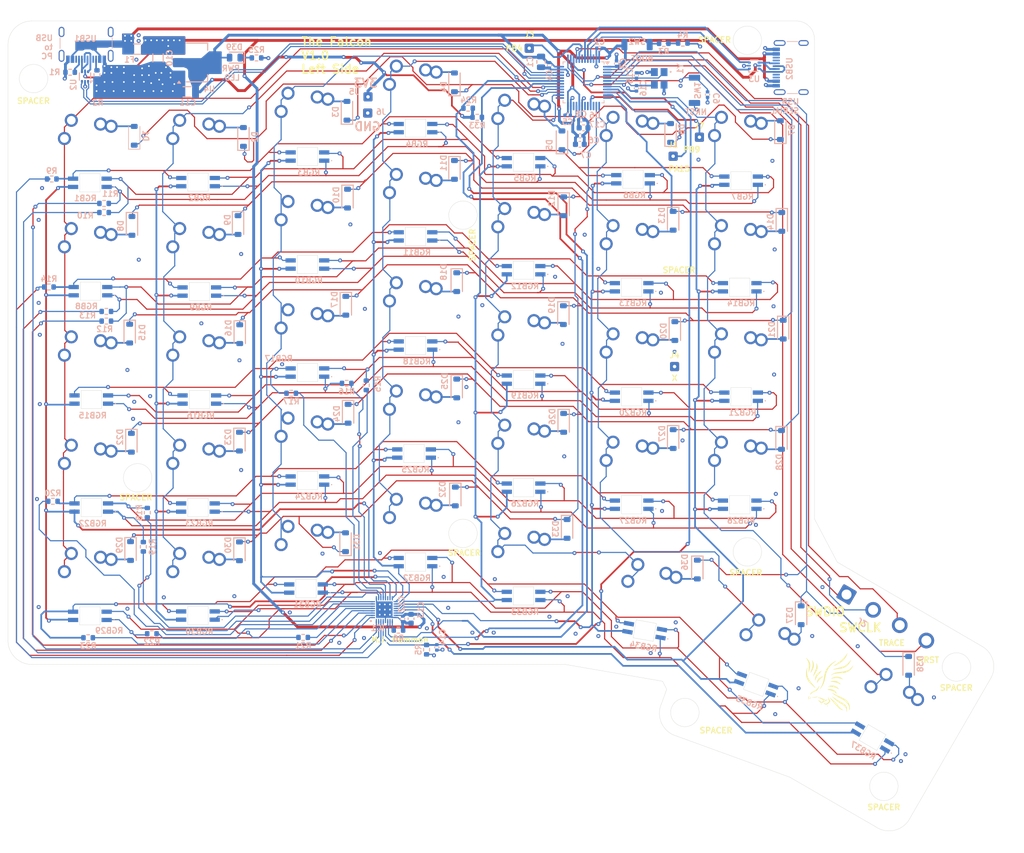
<source format=kicad_pcb>
(kicad_pcb (version 20241229) (generator "pcbnew") (generator_version "9.0")
  (layers (0 "F.Cu" signal "F.Signal") (4 "In1.Cu" power "U.GND") (6 "In2.Cu" power "L.GND") (2 "B.Cu" signal "B.Signal") (13 "F.Paste" user) (15 "B.Paste" user) (5 "F.SilkS" user "F.Silkscreen") (7 "B.SilkS" user "B.Silkscreen") (1 "F.Mask" user) (3 "B.Mask" user) (25 "Edge.Cuts" user))
  (net 0 "")
  (net 1 "GND")
  (net 2 "+3.3V")
  (net 3 "NRST")
  (net 4 "+5V")
  (net 5 "LED_MCU_SDB")
  (net 6 "RCC_OSC_IN")
  (net 7 "RCC_OSC_OUT")
  (net 8 "Net-(D1-A)")
  (net 9 "Row0")
  (net 10 "Net-(D2-A)")
  (net 11 "Net-(D3-A)")
  (net 12 "Net-(D4-A)")
  (net 13 "Net-(D5-A)")
  (net 14 "Net-(D6-A)")
  (net 15 "Net-(D7-A)")
  (net 16 "Row1")
  (net 17 "Net-(D8-A)")
  (net 18 "Net-(D9-A)")
  (net 19 "Net-(D10-A)")
  (net 20 "Net-(D11-A)")
  (net 21 "Net-(D12-A)")
  (net 22 "Net-(D13-A)")
  (net 23 "Net-(D14-A)")
  (net 24 "Net-(D15-A)")
  (net 25 "Row2")
  (net 26 "Net-(D16-A)")
  (net 27 "Net-(D17-A)")
  (net 28 "Net-(D18-A)")
  (net 29 "Net-(D19-A)")
  (net 30 "Net-(D20-A)")
  (net 31 "Net-(D21-A)")
  (net 32 "Row3")
  (net 33 "Net-(D22-A)")
  (net 34 "Net-(D23-A)")
  (net 35 "Net-(D24-A)")
  (net 36 "Net-(D25-A)")
  (net 37 "Net-(D26-A)")
  (net 38 "Net-(D27-A)")
  (net 39 "Net-(D28-A)")
  (net 40 "Net-(D29-A)")
  (net 41 "Row4")
  (net 42 "Net-(D30-A)")
  (net 43 "Net-(D31-A)")
  (net 44 "Net-(D32-A)")
  (net 45 "Net-(D33-A)")
  (net 46 "Net-(D36-A)")
  (net 47 "ThumbRow")
  (net 48 "Net-(D37-A)")
  (net 49 "Net-(D38-A)")
  (net 50 "/PWR_LED")
  (net 51 "VBUS")
  (net 52 "/RGB Array/CS4")
  (net 53 "/RGB Array/CS5")
  (net 54 "/RGB Array/CS12")
  (net 55 "/RGB Array/SW8")
  (net 56 "/RGB Array/SW3")
  (net 57 "/RGB Array/CS13")
  (net 58 "LED_MCU_SDA")
  (net 59 "/RGB Array/CS9")
  (net 60 "/RGB Array/SW1")
  (net 61 "/RGB Array/ISET")
  (net 63 "LED_MCU_SCL")
  (net 64 "/RGB Array/CS14")
  (net 65 "/RGB Array/SW7")
  (net 66 "/RGB Array/SW5")
  (net 67 "/RGB Array/CS15")
  (net 68 "/RGB Array/SW4")
  (net 69 "/RGB Array/CS8")
  (net 70 "/RGB Array/CS6")
  (net 71 "/RGB Array/CS10")
  (net 72 "/RGB Array/CS3")
  (net 73 "/RGB Array/SW6")
  (net 75 "/RGB Array/SW2")
  (net 76 "/RGB Array/CS2")
  (net 77 "/RGB Array/CS11")
  (net 78 "/RGB Array/CS1")
  (net 79 "/RGB Array/CS7")
  (net 80 "SYS_JTAG_SWCLK")
  (net 81 "SYS_JTAG_SWDIO")
  (net 82 "SYS_JTAG_TRACE")
  (net 83 "Net-(USB1-CC1)")
  (net 84 "Net-(USB1-CC2)")
  (net 85 "Net-(R3-Pad2)")
  (net 86 "BOOT0")
  (net 87 "/RGB Array/B_RGB_ROW_0")
  (net 88 "/RGB Array/G_RGB_ROW_0")
  (net 89 "/RGB Array/R_RGB_ROW_0")
  (net 90 "/RGB Array/G_RGB_ROW_1")
  (net 91 "/RGB Array/B_RGB_ROW_1")
  (net 92 "/RGB Array/G_RGB_ROW_2")
  (net 93 "/RGB Array/B_RGB_ROW_2")
  (net 94 "/RGB Array/G_RGB_ROW_3")
  (net 95 "/RGB Array/B_RGB_ROW_3")
  (net 96 "/RGB Array/G_RGB_ROW_4")
  (net 97 "/RGB Array/B_RGB_ROW_4")
  (net 101 "Col0")
  (net 102 "Col1")
  (net 103 "Col2")
  (net 104 "Col3")
  (net 105 "Col4")
  (net 106 "Col5")
  (net 107 "Col6")
  (net 108 "USB_MCU_D-")
  (net 109 "USB_CONN_D+")
  (net 110 "USB_MCU_D+")
  (net 111 "USB_CONN_D-")
  (net 112 "USB_Tx+")
  (net 113 "USB_Tx-")
  (net 114 "USB_CONN_Tx+")
  (net 120 "/RGB Array/R_RGB_ROW_1")
  (net 121 "/RGB Array/R_RGB_ROW_2")
  (net 122 "/RGB Array/R_RGB_ROW_3")
  (net 123 "/RGB Array/R_RGB_ROW_4")
  (net 124 "USB_CONN_Tx-")
  (net 128 "PB4")
  (net 129 "PA15")
  (net 130 "PB9")
  (footprint "SamacSys_Parts:T36K3BGR05D000121U1930_MODEL_INVERTED" (layer "F.Cu") (at 119.75 80.5)
    (property "Reference" "RGB19")
    (property "Value" "T36K3BGR-05D000121U1930" (hide yes))
    (fp_line (start -1.8 -1.6) (end 1.8 -1.6) (stroke (width 0.05)) (layer "Edge.Cuts"))
    (fp_line (start -1.8 1.6) (end -1.8 -1.6) (stroke (width 0.05)) (layer "Edge.Cuts"))
    (fp_line (start 1.8 -1.6) (end 1.8 1.6) (stroke (width 0.05)) (layer "Edge.Cuts"))
    (fp_line (start 1.8 1.6) (end -1.8 1.6) (stroke (width 0.05)) (layer "Edge.Cuts"))
  )
  (footprint "SamacSys_Parts:T36K3BGR05D000121U1930_MODEL_INVERTED" (layer "F.Cu") (at 138.75 83.5)
    (property "Reference" "RGB20")
    (property "Value" "T36K3BGR-05D000121U1930" (hide yes))
    (fp_line (start -1.8 -1.6) (end 1.8 -1.6) (stroke (width 0.05)) (layer "Edge.Cuts"))
    (fp_line (start -1.8 1.6) (end -1.8 -1.6) (stroke (width 0.05)) (layer "Edge.Cuts"))
    (fp_line (start 1.8 -1.6) (end 1.8 1.6) (stroke (width 0.05)) (layer "Edge.Cuts"))
    (fp_line (start 1.8 1.6) (end -1.8 1.6) (stroke (width 0.05)) (layer "Edge.Cuts"))
  )
  (footprint "SamacSys_Parts:T36K3BGR05D000121U1930_MODEL_INVERTED" (layer "F.Cu") (at 119.75 118.55)
    (property "Reference" "RGB33")
    (property "Value" "T36K3BGR-05D000121U1930" (hide yes))
    (fp_line (start -1.8 -1.6) (end 1.8 -1.6) (stroke (width 0.05)) (layer "Edge.Cuts"))
    (fp_line (start -1.8 1.6) (end -1.8 -1.6) (stroke (width 0.05)) (layer "Edge.Cuts"))
    (fp_line (start 1.8 -1.6) (end 1.8 1.6) (stroke (width 0.05)) (layer "Edge.Cuts"))
    (fp_line (start 1.8 1.6) (end -1.8 1.6) (stroke (width 0.05)) (layer "Edge.Cuts"))
  )
  (footprint "SamacSys_Parts:T36K3BGR05D000121U1930_MODEL_INVERTED" (layer "F.Cu") (at 43.5 122.05)
    (property "Reference" "RGB29")
    (property "Value" "T36K3BGR-05D000121U1930" (hide yes))
    (fp_line (start -1.8 -1.6) (end 1.8 -1.6) (stroke (width 0.05)) (layer "Edge.Cuts"))
    (fp_line (start -1.8 1.6) (end -1.8 -1.6) (stroke (width 0.05)) (layer "Edge.Cuts"))
    (fp_line (start 1.8 -1.6) (end 1.8 1.6) (stroke (width 0.05)) (layer "Edge.Cuts"))
    (fp_line (start 1.8 1.6) (end -1.8 1.6) (stroke (width 0.05)) (layer "Edge.Cuts"))
  )
  (footprint "SamacSys_Parts:T36K3BGR05D000121U1930_MODEL_INVERTED" (layer "F.Cu") (at 81.5 117.25)
    (property "Reference" "RGB31")
    (property "Value" "T36K3BGR-05D000121U1930" (hide yes))
    (fp_line (start -1.8 -1.6) (end 1.8 -1.6) (stroke (width 0.05)) (layer "Edge.Cuts"))
    (fp_line (start -1.8 1.6) (end -1.8 -1.6) (stroke (width 0.05)) (layer "Edge.Cuts"))
    (fp_line (start 1.8 -1.6) (end 1.8 1.6) (stroke (width 0.05)) (layer "Edge.Cuts"))
    (fp_line (start 1.8 1.6) (end -1.8 1.6) (stroke (width 0.05)) (layer "Edge.Cuts"))
  )
  (footprint "SamacSys_Parts:T36K3BGR05D000121U1930_MODEL_INVERTED" (layer "F.Cu") (at 100.75 55.3)
    (property "Reference" "RGB11")
    (property "Value" "T36K3BGR-05D000121U1930" (hide yes))
    (fp_line (start -1.8 -1.6) (end 1.8 -1.6) (stroke (width 0.05)) (layer "Edge.Cuts"))
    (fp_line (start -1.8 1.6) (end -1.8 -1.6) (stroke (width 0.05)) (layer "Edge.Cuts"))
    (fp_line (start 1.8 -1.6) (end 1.8 1.6) (stroke (width 0.05)) (layer "Edge.Cuts"))
    (fp_line (start 1.8 1.6) (end -1.8 1.6) (stroke (width 0.05)) (layer "Edge.Cuts"))
  )
  (footprint "SamacSys_Parts:T36K3BGR05D000121U1930_MODEL_INVERTED" (layer "F.Cu") (at 138.75 64.25)
    (property "Reference" "RGB13")
    (property "Value" "T36K3BGR-05D000121U1930" (hide yes))
    (fp_line (start -1.8 -1.6) (end 1.8 -1.6) (stroke (width 0.05)) (layer "Edge.Cuts"))
    (fp_line (start -1.8 1.6) (end -1.8 -1.6) (stroke (width 0.05)) (layer "Edge.Cuts"))
    (fp_line (start 1.8 -1.6) (end 1.8 1.6) (stroke (width 0.05)) (layer "Edge.Cuts"))
    (fp_line (start 1.8 1.6) (end -1.8 1.6) (stroke (width 0.05)) (layer "Edge.Cuts"))
  )
  (footprint "SamacSys_Parts:T36K3BGR05D000121U1930_MODEL_INVERTED" (layer "F.Cu") (at 138.75 102.5)
    (property "Reference" "RGB27")
    (property "Value" "T36K3BGR-05D000121U1930" (hide yes))
    (fp_line (start -1.8 -1.6) (end 1.8 -1.6) (stroke (width 0.05)) (layer "Edge.Cuts"))
    (fp_line (start -1.8 1.6) (end -1.8 -1.6) (stroke (width 0.05)) (layer "Edge.Cuts"))
    (fp_line (start 1.8 -1.6) (end 1.8 1.6) (stroke (width 0.05)) (layer "Edge.Cuts"))
    (fp_line (start 1.8 1.6) (end -1.8 1.6) (stroke (width 0.05)) (layer "Edge.Cuts"))
  )
  (footprint "MX_KS33:MX_KS33-Solderable-1U" (layer "F.Cu") (at 119.0375 75.2)
    (property "Reference" "S19")
    (property "Value" "Keyswitch")
  )
  (footprint "MX_KS33:MX_KS33-Solderable-1U" (layer "F.Cu") (at 61.8875 59.675)
    (property "Reference" "S9")
    (property "Value" "Keyswitch")
  )
  (footprint "SamacSys_Parts:T36K3BGR05D000121U1930_MODEL_INVERTED" (layer "F.Cu") (at 43.61 64.94)
    (property "Reference" "RGB8")
    (property "Value" "T36K3BGR-05D000121U1930" (hide yes))
    (fp_line (start -1.8 -1.6) (end 1.8 -1.6) (stroke (width 0.05)) (layer "Edge.Cuts"))
    (fp_line (start -1.8 1.6) (end -1.8 -1.6) (stroke (width 0.05)) (layer "Edge.Cuts"))
    (fp_line (start 1.8 -1.6) (end 1.8 1.6) (stroke (width 0.05)) (layer "Edge.Cuts"))
    (fp_line (start 1.8 1.6) (end -1.8 1.6) (stroke (width 0.05)) (layer "Edge.Cuts"))
  )
  (footprint "SamacSys_Parts:T36K3BGR05D000121U1930_MODEL_INVERTED" (layer "F.Cu") (at 157.75 64.25)
    (property "Reference" "RGB14")
    (property "Value" "T36K3BGR-05D000121U1930" (hide yes))
    (fp_line (start -1.8 -1.6) (end 1.8 -1.6) (stroke (width 0.05)) (layer "Edge.Cuts"))
    (fp_line (start -1.8 1.6) (end -1.8 -1.6) (stroke (width 0.05)) (layer "Edge.Cuts"))
    (fp_line (start 1.8 -1.6) (end 1.8 1.6) (stroke (width 0.05)) (layer "Edge.Cuts"))
    (fp_line (start 1.8 1.6) (end -1.8 1.6) (stroke (width 0.05)) (layer "Edge.Cuts"))
  )
  (footprint "MX_KS33:MX_KS33-Solderable-1U" (layer "F.Cu") (at 138.0875 59.15)
    (property "Reference" "S13")
    (property "Value" "Keyswitch")
  )
  (footprint "MX_KS33:MX_KS33-Solderable-1U" (layer "F.Cu") (at 157.1375 97.25)
    (property "Reference" "S28")
    (property "Value" "Keyswitch")
  )
  (footprint "MX_KS33:MX_KS33-Solderable-1U" (layer "F.Cu") (at 138.0875 97.25)
    (property "Reference" "S27")
    (property "Value" "Keyswitch")
  )
  (footprint "SamacSys_Parts:T36K3BGR05D000121U1930_MODEL_INVERTED" (layer "F.Cu") (at 62.5 103)
    (property "Reference" "RGB23")
    (property "Value" "T36K3BGR-05D000121U1930" (hide yes))
    (fp_line (start -1.8 -1.6) (end 1.8 -1.6) (stroke (width 0.05)) (layer "Edge.Cuts"))
    (fp_line (start -1.8 1.6) (end -1.8 -1.6) (stroke (width 0.05)) (layer "Edge.Cuts"))
    (fp_line (start 1.8 -1.6) (end 1.8 1.6) (stroke (width 0.05)) (layer "Edge.Cuts"))
    (fp_line (start 1.8 1.6) (end -1.8 1.6) (stroke (width 0.05)) (layer "Edge.Cuts"))
  )
  (footprint "SamacSys_Parts:T36K3BGR05D000121U1930_MODEL_INVERTED" (layer "F.Cu") (at 43.5 45.87)
    (property "Reference" "RGB1")
    (property "Value" "T36K3BGR-05D000121U1930" (hide yes))
    (fp_line (start -1.8 -1.6) (end 1.8 -1.6) (stroke (width 0.05)) (layer "Edge.Cuts"))
    (fp_line (start -1.8 1.6) (end -1.8 -1.6) (stroke (width 0.05)) (layer "Edge.Cuts"))
    (fp_line (start 1.8 -1.6) (end 1.8 1.6) (stroke (width 0.05)) (layer "Edge.Cuts"))
    (fp_line (start 1.8 1.6) (end -1.8 1.6) (stroke (width 0.05)) (layer "Edge.Cuts"))
  )
  (footprint "SamacSys_Parts:T36K3BGR05D000121U1930_MODEL_INVERTED" (layer "F.Cu") (at 62.52 45.75)
    (property "Reference" "RGB2")
    (property "Value" "T36K3BGR-05D000121U1930" (hide yes))
    (fp_line (start -1.8 -1.6) (end 1.8 -1.6) (stroke (width 0.05)) (layer "Edge.Cuts"))
    (fp_line (start -1.8 1.6) (end -1.8 -1.6) (stroke (width 0.05)) (layer "Edge.Cuts"))
    (fp_line (start 1.8 -1.6) (end 1.8 1.6) (stroke (width 0.05)) (layer "Edge.Cuts"))
    (fp_line (start 1.8 1.6) (end -1.8 1.6) (stroke (width 0.05)) (layer "Edge.Cuts"))
  )
  (footprint "MX_KS33:MX_KS33-Solderable-1U" (layer "F.Cu") (at 119.0375 113.3)
    (property "Reference" "S33")
    (property "Value" "Keyswitch")
  )
  (footprint "MX_KS33:MX_KS33-Solderable-1U" (layer "F.Cu") (at 119.0375 94.25)
    (property "Reference" "S26")
    (property "Value" "Keyswitch")
  )
  (footprint "MX_KS33:MX_KS33-Solderable-1U" (layer "F.Cu") (at 61.8875 116.825)
    (property "Reference" "S30")
    (property "Value" "Keyswitch")
  )
  (footprint "MX_KS33:MX_KS33-Solderable-1U" (layer "F.Cu") (at 157.1375 78.2)
    (property "Reference" "S21")
    (property "Value" "Keyswitch")
  )
  (footprint "MX_KS33:MX_KS33-Solderable-1U" (layer "F.Cu") (at 80.9375 112.0625)
    (property "Reference" "S31")
    (property "Value" "Keyswitch")
  )
  (footprint "SamacSys_Parts:T36K3BGR05D000121U1930_MODEL_INVERTED" (layer "F.Cu") (at 100.75 36.25)
    (property "Reference" "RGB4")
    (property "Value" "T36K3BGR-05D000121U1930" (hide yes))
    (fp_line (start -1.8 -1.6) (end 1.8 -1.6) (stroke (width 0.05)) (layer "Edge.Cuts"))
    (fp_line (start -1.8 1.6) (end -1.8 -1.6) (stroke (width 0.05)) (layer "Edge.Cuts"))
    (fp_line (start 1.8 -1.6) (end 1.8 1.6) (stroke (width 0.05)) (layer "Edge.Cuts"))
    (fp_line (start 1.8 1.6) (end -1.8 1.6) (stroke (width 0.05)) (layer "Edge.Cuts"))
  )
  (footprint "MX_KS33:MX_KS33-Solderable-1U" (layer "F.Cu") (at 99.9875 107.3)
    (property "Reference" "S32")
    (property "Value" "Keyswitch")
  )
  (footprint "MX_KS33:MX_KS33-Solderable-1U" (layer "F.Cu") (at 99.9875 31.1)
    (property "Reference" "S4")
    (property "Value" "Keyswitch")
  )
  (footprint "MX_KS33:MX_KS33-Solderable-1U" (layer "F.Cu") (at 99.9875 69.2)
    (property "Reference" "S18")
    (property "Value" "Keyswitch")
  )
  (footprint "SamacSys_Parts:T36K3BGR05D000121U1930_MODEL_INVERTED" (layer "F.Cu") (at 81.75 79.25)
    (property "Reference" "RGB17")
    (property "Value" "T36K3BGR-05D000121U1930" (hide yes))
    (fp_line (start -1.8 -1.6) (end 1.8 -1.6) (stroke (width 0.05)) (layer "Edge.Cuts"))
    (fp_line (start -1.8 1.6) (end -1.8 -1.6) (stroke (width 0.05)) (layer "Edge.Cuts"))
    (fp_line (start 1.8 -1.6) (end 1.8 1.6) (stroke (width 0.05)) (layer "Edge.Cuts"))
    (fp_line (start 1.8 1.6) (end -1.8 1.6) (stroke (width 0.05)) (layer "Edge.Cuts"))
  )
  (footprint "MX_KS33:MX_KS33-Solderable-1U" (layer "F.Cu") (at 157.1375 40.1)
    (property "Reference" "S7")
    (property "Value" "Keyswitch")
  )
  (footprint "SamacSys_Parts:T36K3BGR05D000121U1930_MODEL_INVERTED" (layer "F.Cu") (at 158 83.5)
    (property "Reference" "RGB21")
    (property "Value" "T36K3BGR-05D000121U1930" (hide yes))
    (fp_line (start -1.8 -1.6) (end 1.8 -1.6) (stroke (width 0.05)) (layer "Edge.Cuts"))
    (fp_line (start -1.8 1.6) (end -1.8 -1.6) (stroke (width 0.05)) (layer "Edge.Cuts"))
    (fp_line (start 1.8 -1.6) (end 1.8 1.6) (stroke (width 0.05)) (layer "Edge.Cuts"))
    (fp_line (start 1.8 1.6) (end -1.8 1.6) (stroke (width 0.05)) (layer "Edge.Cuts"))
  )
  (footprint "MX_KS33:MX_KS33-Solderable-1U" (layer "F.Cu") (at 119.0375 56.15)
    (property "Reference" "S12")
    (property "Value" "Keyswitch")
  )
  (footprint "MX_KS33:MX_KS33-Solderable-1U" (layer "F.Cu") (at 61.8875 97.775)
    (property "Reference" "S23")
    (property "Value" "Keyswitch")
  )
  (footprint "SamacSys_Parts:T36K3BGR05D000121U1930_MODEL_INVERTED" (layer "F.Cu") (at 139 45.25)
    (property "Reference" "RGB6")
    (property "Value" "T36K3BGR-05D000121U1930" (hide yes))
    (fp_line (start -1.8 -1.6) (end 1.8 -1.6) (stroke (width 0.05)) (layer "Edge.Cuts"))
    (fp_line (start -1.8 1.6) (end -1.8 -1.6) (stroke (width 0.05)) (layer "Edge.Cuts"))
    (fp_line (start 1.8 -1.6) (end 1.8 1.6) (stroke (width 0.05)) (layer "Edge.Cuts"))
    (fp_line (start 1.8 1.6) (end -1.8 1.6) (stroke (width 0.05)) (layer "Edge.Cuts"))
  )
  (footprint "MX_KS33:MX_KS33-Solderable-1U" (layer "F.Cu") (at 80.9375 35.8625)
    (property "Reference" "S3")
    (property "Value" "Keyswitch")
  )
  (footprint "SamacSys_Parts:T36K3BGR05D000121U1930_MODEL_INVERTED" (layer "F.Cu") (at 157.75 102.5)
    (property "Reference" "RGB28")
    (property "Value" "T36K3BGR-05D000121U1930" (hide yes))
    (fp_line (start -1.8 -1.6) (end 1.8 -1.6) (stroke (width 0.05)) (layer "Edge.Cuts"))
    (fp_line (start -1.8 1.6) (end -1.8 -1.6) (stroke (width 0.05)) (layer "Edge.Cuts"))
    (fp_line (start 1.8 -1.6) (end 1.8 1.6) (stroke (width 0.05)) (layer "Edge.Cuts"))
    (fp_line (start 1.8 1.6) (end -1.8 1.6) (stroke (width 0.05)) (layer "Edge.Cuts"))
  )
  (footprint "Connector_Wire:SolderWire-0.1sqmm_1x01_D0.4mm_OD1mm" (layer "F.Cu") (at 150.675 37.85)
    (property "Reference" "J7")
    (property "Value" "Conn_01x01")
  )
  (footprint "SamacSys_Parts:T36K3BGR05D000121U1930_MODEL_INVERTED" (layer "F.Cu") (at 119.75 99.5)
    (property "Reference" "RGB26")
    (property "Value" "T36K3BGR-05D000121U1930" (hide yes))
    (fp_line (start -1.8 -1.6) (end 1.8 -1.6) (stroke (width 0.05)) (layer "Edge.Cuts"))
    (fp_line (start -1.8 1.6) (end -1.8 -1.6) (stroke (width 0.05)) (layer "Edge.Cuts"))
    (fp_line (start 1.8 -1.6) (end 1.8 1.6) (stroke (width 0.05)) (layer "Edge.Cuts"))
    (fp_line (start 1.8 1.6) (end -1.8 1.6) (stroke (width 0.05)) (layer "Edge.Cuts"))
  )
  (footprint "SamacSys_Parts:T36K3BGR05D000121U1930_MODEL_INVERTED" (layer "F.Cu") (at 181.1 143.45 -30)
    (property "Reference" "RGB37")
    (property "Value" "T36K3BGR-05D000121U1930" (hide yes))
    (fp_line (start -1.8 1.6) (end -1.8 -1.6) (stroke (width 0.05)) (layer "Edge.Cuts"))
    (fp_line (start -1.8 -1.6) (end 1.8 -1.6) (stroke (width 0.05)) (layer "Edge.Cuts"))
    (fp_line (start 1.8 1.6) (end -1.8 1.6) (stroke (width 0.05)) (layer "Edge.Cuts"))
    (fp_line (start 1.8 -1.6) (end 1.8 1.6) (stroke (width 0.05)) (layer "Edge.Cuts"))
  )
  (footprint "LOGO" (layer "F.Cu") (at 173.4 133.85)
    (property "Reference" "G***" (hide yes))
    (property "Value" "LOGO" (hide yes))
  )
  (footprint "SamacSys_Parts:T36K3BGR05D000121U1930_MODEL_INVERTED" (layer "F.Cu") (at 160.65 134.1 -20)
    (property "Reference" "RGB35")
    (property "Value" "T36K3BGR-05D000121U1930" (hide yes))
    (fp_line (start -1.8 1.6) (end -1.799999 -1.6) (stroke (width 0.05)) (layer "Edge.Cuts"))
    (fp_line (start -1.799999 -1.6) (end 1.8 -1.6) (stroke (width 0.05)) (layer "Edge.Cuts"))
    (fp_line (start 1.799999 1.6) (end -1.8 1.6) (stroke (width 0.05)) (layer "Edge.Cuts"))
    (fp_line (start 1.8 -1.6) (end 1.799999 1.6) (stroke (width 0.05)) (layer "Edge.Cuts"))
  )
  (footprint "MX_KS33:MX_KS33-Solderable-1U" (layer "F.Cu") (at 99.9875 88.25)
    (property "Reference" "S25")
    (property "Value" "Keyswitch")
  )
  (footprint "MX_KS33:MX_KS33-Solderable-1U" (layer "F.Cu") (at 80.9375 93.0125)
    (property "Reference" "S24")
    (property "Value" "Keyswitch")
  )
  (footprint "MX_KS33:MX_KS33-Solderable-1U" (layer "F.Cu") (at 42.8375 97.775)
    (property "Reference" "S22")
    (property "Value" "Keyswitch")
  )
  (footprint "MX_KS33:MX_KS33-Solderable-1U" (layer "F.Cu") (at 61.8875 40.625)
    (property "Reference" "S2")
    (property "Value" "Keyswitch")
  )
  (footprint "SamacSys_Parts:T36K3BGR05D000121U1930_MODEL_INVERTED" (layer "F.Cu") (at 119.75 61.25)
    (property "Reference" "RGB12")
    (property "Value" "T36K3BGR-05D000121U1930" (hide yes))
    (fp_line (start -1.8 -1.6) (end 1.8 -1.6) (stroke (width 0.05)) (layer "Edge.Cuts"))
    (fp_line (start -1.8 1.6) (end -1.8 -1.6) (stroke (width 0.05)) (layer "Edge.Cuts"))
    (fp_line (start 1.8 -1.6) (end 1.8 1.6) (stroke (width 0.05)) (layer "Edge.Cuts"))
    (fp_line (start 1.8 1.6) (end -1.8 1.6) (stroke (width 0.05)) (layer "Edge.Cuts"))
  )
  (footprint "Connector_Wire:SolderWire-0.1sqmm_1x01_D0.4mm_OD1mm" (layer "F.Cu") (at 146.3 78.2)
    (property "Reference" "J4")
    (property "Value" "Conn_01x01")
  )
  (footprint "SamacSys_Parts:T36K3BGR05D000121U1930_MODEL_INVERTED" (layer "F.Cu") (at 81.75 41.25)
    (property "Reference" "RGB3")
    (property "Value" "T36K3BGR-05D000121U1930" (hide yes))
    (fp_line (start -1.8 -1.6) (end 1.8 -1.6) (stroke (width 0.05)) (layer "Edge.Cuts"))
    (fp_line (start -1.8 1.6) (end -1.8 -1.6) (stroke (width 0.05)) (layer "Edge.Cuts"))
    (fp_line (start 1.8 -1.6) (end 1.8 1.6) (stroke (width 0.05)) (layer "Edge.Cuts"))
    (fp_line (start 1.8 1.6) (end -1.8 1.6) (stroke (width 0.05)) (layer "Edge.Cuts"))
  )
  (footprint "SamacSys_Parts:T36K3BGR05D000121U1930_MODEL_INVERTED" (layer "F.Cu") (at 81.75 98.25)
    (property "Reference" "RGB24")
    (property "Value" "T36K3BGR-05D000121U1930" (hide yes))
    (fp_line (start -1.8 -1.6) (end 1.8 -1.6) (stroke (width 0.05)) (layer "Edge.Cuts"))
    (fp_line (start -1.8 1.6) (end -1.8 -1.6) (stroke (width 0.05)) (layer "Edge.Cuts"))
    (fp_line (start 1.8 -1.6) (end 1.8 1.6) (stroke (width 0.05)) (layer "Edge.Cuts"))
    (fp_line (start 1.8 1.6) (end -1.8 1.6) (stroke (width 0.05)) (layer "Edge.Cuts"))
  )
  (footprint "Connector_Wire:SolderWire-0.1sqmm_1x01_D0.4mm_OD1mm" (layer "F.Cu") (at 120.75 22.2)
    (property "Reference" "J3")
    (property "Value" "Conn_01x01")
  )
  (footprint "SamacSys_Parts:T36K3BGR05D000121U1930_MODEL_INVERTED" (layer "F.Cu") (at 141.05 124.65 -10)
    (property "Reference" "RGB34")
    (property "Value" "T36K3BGR-05D000121U1930" (hide yes))
    (fp_line (start -1.8 1.6) (end -1.8 -1.6) (stroke (width 0.05)) (layer "Edge.Cuts"))
    (fp_line (start -1.8 -1.6) (end 1.8 -1.6) (stroke (width 0.05)) (layer "Edge.Cuts"))
    (fp_line (start 1.8 1.6) (end -1.8 1.6) (stroke (width 0.05)) (layer "Edge.Cuts"))
    (fp_line (start 1.8 -1.6) (end 1.8 1.6) (stroke (width 0.05)) (layer "Edge.Cuts"))
  )
  (footprint "MX_KS33:MX_KS33-Solderable-1U" (layer "F.Cu") (at 42.8375 59.675)
    (property "Reference" "S8")
    (property "Value" "Keyswitch")
  )
  (footprint "SamacSys_Parts:T36K3BGR05D000121U1930_MODEL_INVERTED" (layer "F.Cu") (at 43.75 103)
    (property "Reference" "RGB22")
    (property "Value" "T36K3BGR-05D000121U1930" (hide yes))
    (fp_line (start -1.8 -1.6) (end 1.8 -1.6) (stroke (width 0.05)) (layer "Edge.Cuts"))
    (fp_line (start -1.8 1.6) (end -1.8 -1.6) (stroke (width 0.05)) (layer "Edge.Cuts"))
    (fp_line (start 1.8 -1.6) (end 1.8 1.6) (stroke (width 0.05)) (layer "Edge.Cuts"))
    (fp_line (start 1.8 1.6) (end -1.8 1.6) (stroke (width 0.05)) (layer "Edge.Cuts"))
  )
  (footprint "SamacSys_Parts:T36K3BGR05D000121U1930_MODEL_INVERTED" (layer "F.Cu") (at 100.5 93.5)
    (property "Reference" "RGB25")
    (property "Value" "T36K3BGR-05D000121U1930" (hide yes))
    (fp_line (start -1.8 -1.6) (end 1.8 -1.6) (stroke (width 0.05)) (layer "Edge.Cuts"))
    (fp_line (start -1.8 1.6) (end -1.8 -1.6) (stroke (width 0.05)) (layer "Edge.Cuts"))
    (fp_line (start 1.8 -1.6) (end 1.8 1.6) (stroke (width 0.05)) (layer "Edge.Cuts"))
    (fp_line (start 1.8 1.6) (end -1.8 1.6) (stroke (width 0.05)) (layer "Edge.Cuts"))
  )
  (footprint "MX_KS33:MX_KS33-Solderable-1U" (layer "F.Cu") (at 138.0875 78.2)
    (property "Reference" "S20")
    (property "Value" "Keyswitch")
  )
  (footprint "SamacSys_Parts:T36K3BGR05D000121U1930_MODEL_INVERTED" (layer "F.Cu") (at 100.75 112.6)
    (property "Reference" "RGB32")
    (property "Value" "T36K3BGR-05D000121U1930" (hide yes))
    (fp_line (start -1.8 -1.6) (end 1.8 -1.6) (stroke (width 0.05)) (layer "Edge.Cuts"))
    (fp_line (start -1.8 1.6) (end -1.8 -1.6) (stroke (width 0.05)) (layer "Edge.Cuts"))
    (fp_line (start 1.8 -1.6) (end 1.8 1.6) (stroke (width 0.05)) (layer "Edge.Cuts"))
    (fp_line (start 1.8 1.6) (end -1.8 1.6) (stroke (width 0.05)) (layer "Edge.Cuts"))
  )
  (footprint "MX_KS33:MX_KS33-Solderable-1U" (layer "F.Cu") (at 119.0375 37.1)
    (property "Reference" "S5")
    (property "Value" "Keyswitch")
  )
  (footprint "SamacSys_Parts:T36K3BGR05D000121U1930_MODEL_INVERTED" (layer "F.Cu") (at 119.75 42.25)
    (property "Reference" "RGB5")
    (property "Value" "T36K3BGR-05D000121U1930" (hide yes))
    (fp_line (start -1.8 -1.6) (end 1.8 -1.6) (stroke (width 0.05)) (layer "Edge.Cuts"))
    (fp_line (start -1.8 1.6) (end -1.8 -1.6) (stroke (width 0.05)) (layer "Edge.Cuts"))
    (fp_line (start 1.8 -1.6) (end 1.8 1.6) (stroke (width 0.05)) (layer "Edge.Cuts"))
    (fp_line (start 1.8 1.6) (end -1.8 1.6) (stroke (width 0.05)) (layer "Edge.Cuts"))
  )
  (footprint "SamacSys_Parts:T36K3BGR05D000121U1930_MODEL_INVERTED" (layer "F.Cu") (at 100.75 74.5)
    (property "Reference" "RGB18")
    (property "Value" "T36K3BGR-05D000121U1930" (hide yes))
    (fp_line (start -1.8 -1.6) (end 1.8 -1.6) (stroke (width 0.05)) (layer "Edge.Cuts"))
    (fp_line (start -1.8 1.6) (end -1.8 -1.6) (stroke (width 0.05)) (layer "Edge.Cuts"))
    (fp_line (start 1.8 -1.6) (end 1.8 1.6) (stroke (width 0.05)) (layer "Edge.Cuts"))
    (fp_line (start 1.8 1.6) (end -1.8 1.6) (stroke (width 0.05)) (layer "Edge.Cuts"))
  )
  (footprint "SamacSys_Parts:T36K3BGR05D000121U1930_MODEL_INVERTED" (layer "F.Cu") (at 62.75 65)
    (property "Reference" "RGB9")
    (property "Value" "T36K3BGR-05D000121U1930" (hide yes))
    (fp_line (start -1.8 -1.6) (end 1.8 -1.6) (stroke (width 0.05)) (layer "Edge.Cuts"))
    (fp_line (start -1.8 1.6) (end -1.8 -1.6) (stroke (width 0.05)) (layer "Edge.Cuts"))
    (fp_line (start 1.8 -1.6) (end 1.8 1.6) (stroke (width 0.05)) (layer "Edge.Cuts"))
    (fp_line (start 1.8 1.6) (end -1.8 1.6) (stroke (width 0.05)) (layer "Edge.Cuts"))
  )
  (footprint "MX_KS33:MX_KS33-Solderable-1U" (layer "F.Cu") (at 42.8375 78.725)
    (property "Reference" "S15")
    (property "Value" "Keyswitch")
  )
  (footprint "SamacSys_Parts:T36K3BGR05D000121U1930_MODEL_INVERTED" (layer "F.Cu") (at 62.5 122)
    (property "Reference" "RGB30")
    (property "Value" "T36K3BGR-05D000121U1930" (hide yes))
    (fp_line (start -1.8 -1.6) (end 1.8 -1.6) (stroke (width 0.05)) (layer "Edge.Cuts"))
    (fp_line (start -1.8 1.6) (end -1.8 -1.6) (stroke (width 0.05)) (layer "Edge.Cuts"))
    (fp_line (start 1.8 -1.6) (end 1.8 1.6) (stroke (width 0.05)) (layer "Edge.Cuts"))
    (fp_line (start 1.8 1.6) (end -1.8 1.6) (stroke (width 0.05)) (layer "Edge.Cuts"))
  )
  (footprint "MX_KS33:MX_KS33-Solderable-1U" (layer "F.Cu") (at 61.8875 78.725)
    (property "Reference" "S16")
    (property "Value" "Keyswitch")
  )
  (footprint "MX_KS33:MX_KS33-Solderable-1U" (layer "F.Cu") (at 80.9375 73.9625)
    (property "Reference" "S17")
    (property "Value" "Keyswitch")
  )
  (footprint "MX_KS33:MX_KS33-Solderable-1U" (layer "F.Cu") (at 80.9375 54.9125)
    (property "Reference" "S10")
    (property "Value" "Keyswitch")
  )
  (footprint "SamacSys_Parts:T36K3BGR05D000121U1930_MODEL_INVERTED" (layer "F.Cu") (at 81.75 60.25)
    (property "Reference" "RGB10")
    (property "Value" "T36K3BGR-05D000121U1930" (hide yes))
    (fp_line (start -1.8 -1.6) (end 1.8 -1.6) (stroke (width 0.05)) (layer "Edge.Cuts"))
    (fp_line (start -1.8 1.6) (end -1.8 -1.6) (stroke (width 0.05)) (layer "Edge.Cuts"))
    (fp_line (start 1.8 -1.6) (end 1.8 1.6) (stroke (width 0.05)) (layer "Edge.Cuts"))
    (fp_line (start 1.8 1.6) (end -1.8 1.6) (stroke (width 0.05)) (layer "Edge.Cuts"))
  )
  (footprint "SamacSys_Parts:T36K3BGR05D000121U1930_MODEL_INVERTED" (layer "F.Cu") (at 158 45.5)
    (property "Reference" "RGB7")
    (property "Value" "T36K3BGR-05D000121U1930" (hide yes))
    (fp_line (start -1.8 -1.6) (end 1.8 -1.6) (stroke (width 0.05)) (layer "Edge.Cuts"))
    (fp_line (start -1.8 1.6) (end -1.8 -1.6) (stroke (width 0.05)) (layer "Edge.Cuts"))
    (fp_line (start 1.8 -1.6) (end 1.8 1.6) (stroke (width 0.05)) (layer "Edge.Cuts"))
    (fp_line (start 1.8 1.6) (end -1.8 1.6) (stroke (width 0.05)) (layer "Edge.Cuts"))
  )
  (footprint "MX_KS33:MX_KS33-Solderable-1U" (layer "F.Cu") (at 157.1375 59.15)
    (property "Reference" "S14")
    (property "Value" "Keyswitch")
  )
  (footprint "MX_KS33:MX_KS33-Solderable-1.5U-Vertical" (layer "F.Cu") (at 182.86 138.64 -30)
    (property "Reference" "S36")
    (property "Value" "Keyswitch")
  )
  (footprint "MX_KS33:MX_KS33-Solderable-1U" (layer "F.Cu") (at 99.9875 50.15)
    (property "Reference" "S11")
    (property "Value" "Keyswitch")
  )
  (footprint "MX_KS33:MX_KS33-Solderable-1U" (layer "F.Cu") (at 42.8375 40.625)
    (property "Reference" "S1")
    (property "Value" "Keyswitch")
  )
  (footprint "MX_KS33:MX_KS33-Solderable-1U" (layer "F.Cu") (at 42.8375 116.825)
    (property "Reference" "S29")
    (property "Value" "Keyswitch")
  )
  (footprint "MX_KS33:MX_KS33-Solderable-1U" (layer "F.Cu") (at 138.0875 40.1)
    (property "Reference" "S6")
    (property "Value" "Keyswitch")
  )
  (footprint "MX_KS33:MX_KS33-Solderable-1.5U-Vertical" (layer "F.Cu") (at 161.57 129.07 -20)
    (property "Reference" "S35")
    (property "Value" "Keyswitch")
  )
  (footprint "MX_KS33:MX_KS33-Solderable-1U" (layer "F.Cu") (at 141.4 119.14 -10)
    (property "Reference" "S34")
    (property "Value" "Keyswitch")
  )
  (footprint "SamacSys_Parts:T36K3BGR05D000121U1930_MODEL_INVERTED" (layer "F.Cu") (at 43.75 84)
    (property "Reference" "RGB15")
    (property "Value" "T36K3BGR-05D000121U1930" (hide yes))
    (fp_line (start -1.8 -1.6) (end 1.8 -1.6) (stroke (width 0.05)) (layer "Edge.Cuts"))
    (fp_line (start -1.8 1.6) (end -1.8 -1.6) (stroke (width 0.05)) (layer "Edge.Cuts"))
    (fp_line (start 1.8 -1.6) (end 1.8 1.6) (stroke (width 0.05)) (layer "Edge.Cuts"))
    (fp_line (start 1.8 1.6) (end -1.8 1.6) (stroke (width 0.05)) (layer "Edge.Cuts"))
  )
  (footprint "Connector_Wire:SolderWire-0.1sqmm_1x01_D0.4mm_OD1mm" (layer "F.Cu") (at 146.05 41.2)
    (property "Reference" "J1")
    (property "Value" "Conn_01x01")
  )
  (footprint "SamacSys_Parts:T36K3BGR05D000121U1930_MODEL_INVERTED" (layer "F.Cu") (at 62.75 84)
    (property "Reference" "RGB16")
    (property "Value" "T36K3BGR-05D000121U1930" (hide yes))
    (fp_line (start -1.8 -1.6) (end 1.8 -1.6) (stroke (width 0.05)) (layer "Edge.Cuts"))
    (fp_line (start -1.8 1.6) (end -1.8 -1.6) (stroke (width 0.05)) (layer "Edge.Cuts"))
    (fp_line (start 1.8 -1.6) (end 1.8 1.6) (stroke (width 0.05)) (layer "Edge.Cuts"))
    (fp_line (start 1.8 1.6) (end -1.8 1.6) (stroke (width 0.05)) (layer "Edge.Cuts"))
  )
  (footprint "Diode_SMD:D_SOD-123" (layer "B.Cu") (at 107.75 101.05 -90)
    (property "Reference" "D32")
    (property "Value" "Diode")
  )
  (footprint "Package_QFP:LQFP-48_7x7mm_P0.5mm" (layer "B.Cu") (at 130.3 28.2 180)
    (property "Reference" "U6")
    (property "Value" "STM32G431CBTx")
  )
  (footprint "SamacSys_Parts:QFN40P400X400X80-33N-D" (layer "B.Cu") (at 95.27 120.96)
    (property "Reference" "IC1")
    (property "Value" "IS31FL3729-QFLS4-TR" (hide yes))
  )
  (footprint "Capacitor_SMD:C_0603_1608Metric" (layer "B.Cu") (at 129.65 39.1)
    (property "Reference" "C7")
    (property "Value" "1u")
  )
  (footprint "LED_SMD:LED_0805_2012Metric" (layer "B.Cu") (at 69 23.8475 180)
    (property "Reference" "D39")
    (property "Value" "LED")
  )
  (footprint "Diode_SMD:D_SOD-123" (layer "B.Cu") (at 126.8 50 -90)
    (property "Reference" "D12")
    (property "Value" "Diode")
  )
  (footprint "Capacitor_SMD:C_0402_1005Metric" (layer "B.Cu") (at 98.49 122.59 90)
    (property "Reference" "C12")
    (property "Value" "100n")
  )
  (footprint "Diode_SMD:D_SOD-123" (layer "B.Cu") (at 165.1 91.1 -90)
    (property "Reference" "D28")
    (property "Value" "Diode")
  )
  (footprint "Package_TO_SOT_SMD:SOT-666" (layer "B.Cu") (at 160.3 25.27)
    (property "Reference" "U3")
    (property "Value" "USBLC6-2P6")
  )
  (footprint "Capacitor_SMD:C_0402_1005Metric" (layer "B.Cu") (at 133.1 22.2 180)
    (property "Reference" "C2")
    (property "Value" "100n")
  )
  (footprint "Resistor_SMD:R_0603_1608Metric" (layer "B.Cu") (at 144.4 21.35)
    (property "Reference" "R3")
    (property "Value" "5k1")
  )
  (footprint "Capacitor_SMD:C_0402_1005Metric" (layer "B.Cu") (at 127.5 34)
    (property "Reference" "C5")
    (property "Value" "100n")
  )
  (footprint "Diode_SMD:D_SOD-123" (layer "B.Cu") (at 126.5 38.4 90)
    (property "Reference" "D5")
    (property "Value" "Diode")
  )
  (footprint "Diode_SMD:D_SOD-123" (layer "B.Cu") (at 168.55 121.95 -90)
    (property "Reference" "D37")
    (property "Value" "Diode")
  )
  (footprint "Capacitor_SMD:C_0805_2012Metric" (layer "B.Cu") (at 122.825 24.6 -90)
    (property "Reference" "C1")
    (property "Value" "10u")
  )
  (footprint "Diode_SMD:D_SOD-123" (layer "B.Cu") (at 88.45 109.1 90)
    (property "Reference" "D31")
    (property "Value" "Diode")
  )
  (footprint "Capacitor_SMD:C_0603_1608Metric" (layer "B.Cu") (at 130.3 36.2)
    (property "Reference" "C17")
    (property "Value" "1u")
  )
  (footprint "Diode_SMD:D_SOD-123" (layer "B.Cu") (at 88.8 48.65 -90)
    (property "Reference" "D10")
    (property "Value" "Diode")
  )
  (footprint "Resistor_SMD:R_0603_1608Metric" (layer "B.Cu") (at 110 32.75 180)
    (property "Reference" "R24")
    (property "Value" "4k7")
  )
  (footprint "Capacitor_SMD:C_0402_1005Metric" (layer "B.Cu") (at 129.9 34.8)
    (property "Reference" "C8")
    (property "Value" "100n")
  )
  (footprint "Resistor_SMD:R_0603_1608Metric" (layer "B.Cu") (at 44.75 26.9075 -90)
    (property "Reference" "R2")
    (property "Value" "5k1")
  )
  (footprint "Diode_SMD:D_SOD-123" (layer "B.Cu") (at 165.4 71.7 -90)
    (property "Reference" "D21")
    (property "Value" "Diode")
  )
  (footprint "Capacitor_SMD:C_0402_1005Metric" (layer "B.Cu") (at 104.5 127.6 -90)
    (property "Reference" "C14")
    (property "Value" "100n")
  )
  (footprint "Diode_SMD:D_SOD-123" (layer "B.Cu") (at 50.9 53.45 -90)
    (property "Reference" "D8")
    (property "Value" "Diode")
  )
  (footprint "Diode_SMD:D_SOD-123" (layer "B.Cu") (at 108 82.05 -90)
    (property "Reference" "D25")
    (property "Value" "Diode")
  )
  (footprint "Connector_Wire:SolderWire-0.1sqmm_1x01_D0.4mm_OD1mm" (layer "B.Cu") (at 92.4 30.75 180)
    (property "Reference" "J5")
    (property "Value" "Conn_01x01")
  )
  (footprint "Diode_SMD:D_SOD-123" (layer "B.Cu") (at 69.8 91.4 -90)
    (property "Reference" "D23")
    (property "Value" "Diode")
  )
  (footprint "SamacSys_Parts:X322516MOB4SI" (layer "B.Cu") (at 143.6 27.5 -90)
    (property "Reference" "Y1")
    (property "Value" "X322516MOB4SI" (hide yes))
  )
  (footprint "Diode_SMD:D_SOD-123" (layer "B.Cu") (at 107.6 28.2 90)
    (property "Reference" "D4")
    (property "Value" "Diode")
  )
  (footprint "Connector_USB:USB_C_Receptacle_G-Switch_GT-USB-7010ASV" (layer "B.Cu") (at 42.84 20.4075)
    (property "Reference" "USB1")
    (property "Value" "USB_C_Receptacle_USB2.0_16P")
  )
  (footprint "Diode_SMD:D_SOD-123" (layer "B.Cu") (at 69.55 53.3 -90)
    (property "Reference" "D9")
    (property "Value" "Diode")
  )
  (footprint "Resistor_SMD:R_0603_1608Metric" (layer "B.Cu") (at 97.75 124.57)
    (property "Reference" "R6")
    (property "Value" "10k")
  )
  (footprint "Diode_SMD:D_SOD-123" (layer "B.Cu") (at 107.6 43.6 -90)
    (property "Reference" "D11")
    (property "Value" "Diode")
  )
  (footprint "Resistor_SMD:R_0603_1608Metric" (layer "B.Cu") (at 53.6 103.9 -90)
    (property "Reference" "R18")
    (property "Value" "20")
  )
  (footprint "Capacitor_SMD:C_0402_1005Metric" (layer "B.Cu") (at 139.6 29.25 -90)
    (property "Reference" "C16")
    (property "Value" "10p")
  )
  (footprint "Resistor_SMD:R_0603_1608Metric" (layer "B.Cu") (at 52.9 109.9 -90)
    (property "Reference" "R19")
    (property "Value" "51")
  )
  (footprint "Resistor_SMD:R_0603_1608Metric" (layer "B.Cu") (at 37 101.9 180)
    (property "Reference" "R20")
    (property "Value" "20")
  )
  (footprint "Resistor_SMD:R_0603_1608Metric" (layer "B.Cu") (at 46 51.1 180)
    (property "Reference" "R10")
    (property "Value" "20")
  )
  (footprint "Diode_SMD:D_SOD-123" (layer "B.Cu") (at 127.4 106.75 -90)
    (property "Reference" "D33")
    (property "Value" "Diode")
  )
  (footprint "Resistor_SMD:R_0603_1608Metric" (layer "B.Cu") (at 88.65 81.15)
    (property "Reference" "R16")
    (property "Value" "51")
  )
  (footprint "Resistor_SMD:R_0603_1608Metric" (layer "B.Cu") (at 43.2 125.9)
    (property "Reference" "R23")
    (property "Value" "20")
  )
  (footprint "Diode_SMD:D_SOD-123" (layer "B.Cu") (at 108 63.35 -90)
    (property "Reference" "D18")
    (property "Value" "Diode")
  )
  (footprint "Resistor_SMD:R_0603_1608Metric" (layer "B.Cu") (at 147.75 21.3 180)
    (property "Reference" "R4")
    (property "Value" "5k1")
  )
  (footprint "Diode_SMD:D_SOD-123" (layer "B.Cu") (at 51.3 37.6 90)
    (property "Reference" "D1")
    (property "Value" "Diode")
  )
  (footprint "Resistor_SMD:R_0603_1608Metric" (layer "B.Cu") (at 46.4 68.5 180)
    (property "Reference" "R13")
    (property "Value" "51")
  )
  (footprint "CustomSPDTButton:SPDT_Switch_KiCad_BasicComponent" (layer "B.Cu") (at 139.7 21.55 180)
    (property "Reference" "SW2")
    (property "Value" "SW_Push")
  )
  (footprint "Connector_Wire:SolderWire-1sqmm_1x04_P5.4mm_D1.4mm_OD2.7mm" (layer "B.Cu") (at 176.535194 118.3 -30)
    (property "Reference" "J2")
    (property "Value" "Conn_01x04_Pin")
  )
  (footprint "Resistor_SMD:R_0603_1608Metric" (layer "B.Cu") (at 40.03 26.4275 180)
    (property "Reference" "R1")
    (property "Value" "5k1")
  )
  (footprint "Diode_SMD:D_SOD-123" (layer "B.Cu") (at 126.8 88.1 -90)
    (property "Reference" "D26")
    (property "Value" "Diode")
  )
  (footprint "Diode_SMD:D_SOD-123" (layer "B.Cu") (at 50.65 110.65 -90)
    (property "Reference" "D29")
    (property "Value" "Diode")
  )
  (footprint "Resistor_SMD:R_0603_1608Metric" (layer "B.Cu") (at 54.4 125.2)
    (property "Reference" "R22")
    (property "Value" "51")
  )
  (footprint "Connector_USB:USB_C_Receptacle_G-Switch_GT-USB-7010ASV" (layer "B.Cu") (at 167.9 25.6 -90)
    (property "Reference" "USB2")
    (property "Value" "USB_C_Receptacle_USB2.0_16P")
  )
  (footprint "Resistor_SMD:R_0603_1608Metric" (layer "B.Cu") (at 78.9 82.9)
    (property "Reference" "R17")
    (property "Value" "20")
  )
  (footprint "Diode_SMD:D_SOD-123" (layer "B.Cu") (at 88.7 33.2 90)
    (property "Reference" "D3")
    (property "Value" "Diode")
  )
  (footprint "Diode_SMD:D_SOD-123" (layer "B.Cu") (at 164.9 36.6 90)
    (property "Reference" "D7")
    (property "Value" "Diode")
  )
  (footprint "Resistor_SMD:R_0603_1608Metric" (layer "B.Cu") (at 111.6 34.35)
    (property "Reference" "R33")
    (property "Value" "4k7")
  )
  (footprint "Diode_SMD:D_SOD-123" (layer "B.Cu") (at 50.8 91.6 -90)
    (property "Reference" "D22")
    (property "Value" "Diode")
  )
  (footprint "Resistor_SMD:R_0603_1608Metric" (layer "B.Cu") (at 36.3 64.2 180)
    (property "Reference" "R14")
    (property "Value" "20")
  )
  (footprint "Capacitor_SMD:C_1206_3216Metric" (layer "B.Cu") (at 55.48 23.8975 -90)
    (property "Reference" "C10")
    (property "Value" "22u")
  )
  (footprint "Diode_SMD:D_SOD-123" (layer "B.Cu") (at 69.8 110.7 -90)
    (property "Reference" "D30")
    (property "Value" "Diode")
  )
  (footprint "Diode_SMD:D_SOD-123" (layer "B.Cu") (at 69.85 72.5 -90)
    (property "Reference" "D16")
    (property "Value" "Diode")
  )
  (footprint "Resistor_SMD:R_0603_1608Metric" (layer "B.Cu") (at 36.8 45.2 180)
    (property "Reference" "R9")
    (property "Value" "20")
  )
  (footprint "Capacitor_SMD:C_0402_1005Metric" (layer "B.Cu") (at 139.6 27 90)
    (property "Reference" "C15")
    (property "Value" "10p")
  )
  (footprint "Diode_SMD:D_SOD-123" (layer "B.Cu") (at 88.9 86.5 -90)
    (property "Reference" "D24")
    (property "Value" "Diode")
  )
  (footprint "Capacitor_SMD:C_0402_1005Metric" (layer "B.Cu") (at 129.7 37.6)
    (property "Reference" "C6")
    (property "Value" "10n")
  )
  (footprint "CustomSPDTButton:SPDT_Switch_KiCad_BasicComponent" (layer "B.Cu") (at 149.8 29.6 90)
    (property "Reference" "SW1")
    (property "Value" "SW_Push")
  )
  (footprint "Resistor_SMD:R_0603_1608Metric" (layer "B.Cu") (at 81 125.85)
    (property "Reference" "R21")
    (property "Value" "20")
  )
  (footprint "Capacitor_SMD:C_1206_3216Metric" (layer "B.Cu") (at 60.59 29.8675 180)
    (property "Reference" "C11")
    (property "Value" "22u")
  )
  (footprint "Diode_SMD:D_SOD-123" (layer "B.Cu") (at 146.05 52.55 -90)
    (property "Reference" "D13")
    (property "Value" "Diode")
  )
  (footprint "Fuse:Fuse_1206_3216Metric" (layer "B.Cu") (at 51.79 22.3575)
    (property "Reference" "F1")
    (property "Value" "500mA")
  )
  (footprint "Diode_SMD:D_SOD-123" (layer "B.Cu") (at 165.15 52.75 -90)
    (property "Reference" "D14")
    (property "Value" "Diode")
  )
  (footprint "Diode_SMD:D_SOD-123" (layer "B.Cu") (at 150.3 113.9 -90)
    (property "Reference" "D36")
    (property "Value" "Diode")
  )
  (footprint "Capacitor_SMD:C_0402_1005Metric" (layer "B.Cu") (at 136.1 24.9 90)
    (property "Reference" "C3")
    (property "Value" "100n")
  )
  (footprint "Resistor_SMD:R_0603_1608Metric" (layer "B.Cu") (at 72.8 23.8975 180)
    (property "Reference" "R25")
    (property "Value" "1k5")
  )
  (footprint "Resistor_SMD:R_0603_1608Metric" (layer "B.Cu") (at 46 49.5 180)
    (property "Reference" "R11")
    (property "Value" "51")
  )
  (footprint "Diode_SMD:D_SOD-123" (layer "B.Cu") (at 126.75 69.15 -90)
    (property "Reference" "D19")
    (property "Value" "Diode")
  )
  (footprint "Capacitor_SMD:C_0603_1608Metric" (layer "B.Cu") (at 99.97 122.56 90)
    (property "Reference" "C13")
    (property "Value" "1u")
  )
  (footprint "Connector_Wire:SolderWire-0.1sqmm_1x01_D0.4mm_OD1mm" (layer "B.Cu") (at 92.35 33.6 180)
    (property "Reference" "J6")
    (property "Value" "Conn_01x01")
  )
  (footprint "Resistor_SMD:R_0603_1608Metric" (layer "B.Cu") (at 102.7 128 -90)
    (property "Reference" "R5")
    (property "Value" "100k")
  )
  (footprint "Package_TO_SOT_SMD:SOT-666" (layer "B.Cu") (at 42.6475 27.1775 90)
    (property "Reference" "U2")
    (property "Value" "USBLC6-2P6")
  )
  (footprint "Resistor_SMD:R_0603_1608Metric" (layer "B.Cu") (at 92.1 81.5 -90)
    (property "Reference" "R15")
    (property "Value" "20")
  )
  (footprint "Diode_SMD:D_SOD-123" (layer "B.Cu") (at 145.6 37.1 90)
    (property "Reference" "D6")
    (property "Value" "Diode")
  )
  (footprint "Capacitor_SMD:C_0402_1005Metric" (layer "B.Cu") (at 152.1 30.35 -90)
    (property "Reference" "C9")
    (property "Value" "100n")
  )
  (footprint "Diode_SMD:D_SOD-123" (layer "B.Cu") (at 70.5 37.8 90)
    (property "Reference" "D2")
    (property "Value" "Diode")
  )
  (footprint "Diode_SMD:D_SOD-123" (layer "B.Cu") (at 146.35 71.95 -90)
    (property "Reference" "D20")
    (property "Value" "Diode")
  )
  (footprint "Diode_SMD:D_SOD-123" (layer "B.Cu") (at 187.45 130.85 -90)
    (property "Reference" "D38")
    (property "Value" "Diode")
  )
  (footprint "Diode_SMD:D_SOD-123" (layer "B.Cu") (at 88.5 67.5 -90)
    (property "Reference" "D17")
    (property "Value" "Diode")
  )
  (footprint "Diode_SMD:D_SOD-123" (layer "B.Cu") (at 146.05 90.95 -90)
    (property "Reference" "D27")
    (property "Value" "Diode")
  )
  (footprint "Diode_SMD:D_SOD-123" (layer "B.Cu") (at 50.5 72.4 -90)
    (property "Reference" "D15")
    (property "Value" "Diode")
  )
  (footprint "Package_TO_SOT_SMD:SOT-223-3_TabPin2" (layer "B.Cu") (at 62.3 24.7)
    (property "Reference" "U4")
    (property "Value" "AMS1117-3.3")
  )
  (footprint "Capacitor_SMD:C_0402_1005Metric" (layer "B.Cu") (at 124.3 25.2 -90)
    (property "Reference" "C4")
    (property "Value" "100n")
  )
  (footprint "Resistor_SMD:R_0603_1608Metric" (layer "B.Cu") (at 46.4 70.2 180)
    (property "Reference" "R12")
    (property "Value" "20")
  )
  (gr_circle (center 148.116052 139.05) (end 150.616052 139.05) (stroke (width 0.05)) (fill no) (layer "Edge.Cuts"))
  (gr_circle (center 159.1 110.8) (end 161.6 110.8) (stroke (width 0.05)) (fill no) (layer "Edge.Cuts"))
  (gr_line (start 200.5 127.5) (end 174.9 112.6) (stroke (width 0.05)) (layer "Edge.Cuts"))
  (gr_circle (center 109.1 51.566052) (end 111.6 51.566052) (stroke (width 0.05)) (fill no) (layer "Edge.Cuts"))
  (gr_arc (start 146.1 143) (mid 143.910913 140.684924) (end 144 137.5) (stroke (width 0.05)) (layer "Edge.Cuts"))
  (gr_line (start 170.90006 105) (end 170.9 20.6) (stroke (width 0.05)) (layer "Edge.Cuts"))
  (gr_circle (center 183.1 152.05) (end 185.6 152.05) (stroke (width 0.05)) (fill no) (layer "Edge.Cuts"))
  (gr_circle (center 159.1 20.8) (end 161.6 20.8) (stroke (width 0.05)) (fill no) (layer "Edge.Cuts"))
  (gr_arc (start 29.1 21.6) (mid 30.330152 18.630152) (end 33.3 17.4) (stroke (width 0.05)) (layer "Edge.Cuts"))
  (gr_circle (center 195.866052 131.05) (end 198.366052 131.05) (stroke (width 0.05)) (fill no) (layer "Edge.Cuts"))
  (gr_line (start 127.072727 130.6) (end 33.3 130.6) (stroke (width 0.05)) (layer "Edge.Cuts"))
  (gr_line (start 201.793573 133.210191) (end 187.416073 158.112751) (stroke (width 0.05)) (layer "Edge.Cuts"))
  (gr_arc (start 187.416073 158.112751) (mid 184.709456 159.821601) (end 181.587249 159.116073) (stroke (width 0.05)) (layer "Edge.Cuts"))
  (gr_circle (center 33.6 27.533948) (end 36.1 27.533948) (stroke (width 0.05)) (fill no) (layer "Edge.Cuts"))
  (gr_line (start 144.000001 137.5) (end 144.914613 134.973018) (stroke (width 0.05)) (layer "Edge.Cuts"))
  (gr_circle (center 109.1 107.55) (end 111.6 107.55) (stroke (width 0.05)) (fill no) (layer "Edge.Cuts"))
  (gr_arc (start 167.7 17.4) (mid 169.962742 18.337258) (end 170.9 20.6) (stroke (width 0.05)) (layer "Edge.Cuts"))
  (gr_line (start 29.1 21.6) (end 29.1 126.4) (stroke (width 0.05)) (layer "Edge.Cuts"))
  (gr_line (start 144.197622 133.561867) (end 144.914613 134.973018) (stroke (width 0.05)) (layer "Edge.Cuts"))
  (gr_line (start 170.90006 105) (end 174.9 112.6) (stroke (width 0.05)) (layer "Edge.Cuts"))
  (gr_line (start 33.3 17.4) (end 167.7 17.4) (stroke (width 0.05)) (layer "Edge.Cuts"))
  (gr_circle (center 51.9 97.766052) (end 54.4 97.766052) (stroke (width 0.05)) (fill no) (layer "Edge.Cuts"))
  (gr_arc (start 33.3 130.6) (mid 30.330152 129.369848) (end 29.1 126.4) (stroke (width 0.05)) (layer "Edge.Cuts"))
  (gr_arc (start 200.5 127.5) (mid 202.331844 130.086636) (end 201.793573 133.210191) (stroke (width 0.05)) (layer "Edge.Cuts"))
  (gr_line (start 144.197622 133.561867) (end 127.072727 130.6) (stroke (width 0.05)) (layer "Edge.Cuts"))
  (gr_line (start 181.587251 159.116073) (end 166.535625 150.426013) (stroke (width 0.05)) (layer "Edge.Cuts"))
  (gr_line (start 166.535625 150.426013) (end 146.1 143) (stroke (width 0.05)) (layer "Edge.Cuts"))
  (gr_text "NRST" (at 188.9 130.4 0) (layer "F.SilkS") (effects (font (size 1 1) (thickness 0.2) (bold yes)) (justify left bottom)))
  (gr_text "PA15" (at 145.1 44 0) (layer "F.SilkS") (effects (font (size 1 1) (thickness 0.2) (bold yes)) (justify left bottom)))
  (gr_text "PB9" (at 147.7 40.6 0) (layer "F.SilkS") (effects (font (size 1 1) (thickness 0.2) (bold yes)) (justify left bottom)))
  (gr_text "SPACER" (at 192.85 135.3 0) (layer "F.SilkS") (effects (font (size 1 1) (thickness 0.2) (bold yes)) (justify left bottom)))
  (gr_text "SPACER" (at 150.6 142.8 0) (layer "F.SilkS") (effects (font (size 1 1) (thickness 0.2) (bold yes)) (justify left bottom)))
  (gr_text "SPACER" (at 30.6 32.05 0) (layer "F.SilkS") (effects (font (size 1 1) (thickness 0.2) (bold yes)) (justify left bottom)))
  (gr_text "X" (at 145.7 80.8 0) (layer "F.SilkS") (effects (font (size 1 1) (thickness 0.2) (bold yes)) (justify left bottom)))
  (gr_text "TRACE" (at 182.1 127.4 0) (layer "F.SilkS") (effects (font (size 1 1) (thickness 0.2) (bold yes)) (justify left bottom)))
  (gr_text "M.J. Hammon" (at 92.85 126.8 0) (layer "F.SilkS") (effects (font (size 1 1) (thickness 0.2) (bold yes)) (justify left bottom)))
  (gr_text "SPACER" (at 155.85 115.05 0) (layer "F.SilkS") (effects (font (size 1 1) (thickness 0.2) (bold yes)) (justify left bottom)))
  (gr_text "SPACER" (at 144.1 61.8 0) (layer "F.SilkS") (effects (font (size 1 1) (thickness 0.2) (bold yes)) (justify left bottom)))
  (gr_text "SPACER" (at 150.35 21.3 0) (layer "F.SilkS") (effects (font (size 1 1) (thickness 0.2) (bold yes)) (justify left bottom)))
  (gr_text "SWCLK" (at 175.1 125 0) (layer "F.SilkS") (effects (font (size 1.5 1.5) (thickness 0.3) (bold yes)) (justify left bottom)))
  (gr_text "SPACER" (at 180.1 156.3 0) (layer "F.SilkS") (effects (font (size 1 1) (thickness 0.2) (bold yes)) (justify left bottom)))
  (gr_text "SPACER" (at 111.35 59.8 90) (layer "F.SilkS") (effects (font (size 1 1) (thickness 0.2) (bold yes)) (justify left bottom)))
  (gr_text "SWDIO\n" (at 169.1 122.2 0) (layer "F.SilkS") (effects (font (size 1.5 1.5) (thickness 0.3) (bold yes)) (justify left bottom)))
  (gr_text "The Falcon\nV1.0\nLeft Side\n" (at 80.5 26.75 0) (layer "F.SilkS") (effects (font (size 1.5 1.5) (thickness 0.3) (bold yes)) (justify left bottom)))
  (gr_text "SPACER" (at 106.35 111.55 0) (layer "F.SilkS") (effects (font (size 1 1) (thickness 0.2) (bold yes)) (justify left bottom)))
  (gr_text "PB4" (at 116.5 22.8 0) (layer "F.SilkS") (effects (font (size 1 1) (thickness 0.2) (bold yes)) (justify left bottom)))
  (gr_text "SPACER" (at 48.6 101.8 0) (layer "F.SilkS") (effects (font (size 1 1) (thickness 0.2) (bold yes)) (justify left bottom)))
  (gr_text "GND" (at 94.8 36.85 0) (layer "B.SilkS") (effects (font (size 1.5 1.5) (thickness 0.3) (bold yes)) (justify left bottom mirror)))
  (gr_text "USB\nto\nPC" (at 37.1 24.2 0) (layer "B.SilkS") (effects (font (size 1 1) (thickness 0.2) (bold yes)) (justify left bottom mirror)))
  (gr_text "NRST" (at 152.1 34 0) (layer "B.SilkS") (effects (font (size 1 1) (thickness 0.2) (bold yes)) (justify left bottom mirror)))
  (gr_text "PWR\nLED" (at 70 27.95 0) (layer "B.SilkS") (effects (font (size 1 1) (thickness 0.2) (bold yes)) (justify left bottom mirror)))
  (gr_text "USB\nSERIAL" (at 168.3 33.8 0) (layer "B.SilkS") (effects (font (size 1 1) (thickness 0.2) (bold yes)) (justify left bottom mirror)))
  (gr_text "3V3" (at 94.25 29.2 0) (layer "B.SilkS") (effects (font (size 1.5 1.5) (thickness 0.3) (bold yes)) (justify left bottom mirror)))
  (gr_text "BOOT\n" (at 142.7 24.6 0) (layer "B.SilkS") (effects (font (size 1 1) (thickness 0.2) (bold yes)) (justify left bottom mirror)))
  (via (at 168.1 134.8) (size 0.7) (drill 0.3) (layers "F.Cu" "B.Cu") (net 1))
  (via (at 51.28 28.1375) (size 0.7) (drill 0.3) (layers "F.Cu" "B.Cu") (net 1))
  (via (at 125.3 62.4) (size 0.7) (drill 0.3) (layers "F.Cu" "B.Cu") (net 1))
  (via (at 95.357 120.947) (size 0.7) (drill 0.3) (layers "F.Cu" "B.Cu") (net 1))
  (via (at 106.5 120.65) (size 0.7) (drill 0.3) (layers "F.Cu" "B.Cu") (net 1))
  (via (at 128.35 30.95) (size 0.7) (drill 0.3) (layers "F.Cu" "B.Cu") (net 1))
  (via (at 105.7 115.2) (size 0.7) (drill 0.3) (layers "F.Cu" "B.Cu") (net 1))
  (via (at 52.1 59.4) (size 0.7) (drill 0.3) (layers "F.Cu" "B.Cu") (net 1))
  (via (at 144.45 30.15) (size 0.7) (drill 0.3) (layers "F.Cu" "B.Cu") (net 1))
  (via (at 162.230331 22.169669) (size 0.7) (drill 0.3) (layers "F.Cu" "B.Cu") (net 1))
  (via (at 144.1 103.6) (size 0.7) (drill 0.3) (layers "F.Cu" "B.Cu") (net 1))
  (via (at 95.357 120.047) (size 0.7) (drill 0.3) (layers "F.Cu" "B.Cu") (net 1))
  (via (at 91.7 125.95) (size 0.7) (drill 0.3) (layers "F.Cu" "B.Cu") (net 1))
  (via (at 53 28.1) (size 0.7) (drill 0.3) (layers "F.Cu" "B.Cu") (net 1))
  (via (at 160.6 106.05) (size 0.7) (drill 0.3) (layers "F.Cu" "B.Cu") (net 1))
  (via (at 34.7 72.6) (size 0.7) (drill 0.3) (layers "F.Cu" "B.Cu") (net 1))
  (via (at 70.1 96.4) (size 0.7) (drill 0.3) (layers "F.Cu" "B.Cu") (net 1))
  (via (at 42.68 28.9375) (size 0.7) (drill 0.3) (layers "F.Cu" "B.Cu") (net 1))
  (via (at 152.1 31.75) (size 0.7) (drill 0.3) (layers "F.Cu" "B.Cu") (net 1))
  (via (at 57.68 26.5375) (size 0.7) (drill 0.3) (layers "F.Cu" "B.Cu") (net 1))
  (via (at 142.1 128.6) (size 0.7) (drill 0.3) (layers "F.Cu" "B.Cu") (net 1))
  (via (at 54.1 83.4) (size 0.7) (drill 0.3) (layers "F.Cu" "B.Cu") (net 1))
  (via (at 46.08 28.1375) (size 0.7) (drill 0.3) (layers "F.Cu" "B.Cu") (net 1))
  (via (at 147.35 28.8) (size 0.7) (drill 0.3) (layers "F.Cu" "B.Cu") (net 1))
  (via (at 87.35 126.8) (size 0.7) (drill 0.3) (layers "F.Cu" "B.Cu") (net 1))
  (via (at 56.08 29.7375) (size 0.7) (drill 0.3) (layers "F.Cu" "B.Cu") (net 1))
  (via (at 132.9 125.6) (size 0.7) (drill 0.3) (layers "F.Cu" "B.Cu") (net 1))
  (via (at 68.9 118.6) (size 0.7) (drill 0.3) (layers "F.Cu" "B.Cu") (net 1))
  (via (at 84.4 111.1) (size 0.7) (drill 0.3) (layers "F.Cu" "B.Cu") (net 1))
  (via (at 146.3 75.6) (size 0.7) (drill 0.3) (layers "F.Cu" "B.Cu") (net 1))
  (via (at 186.9 146.4) (size 0.7) (drill 0.3) (layers "F.Cu" "B.Cu") (net 1))
  (via (at 46.08 29.7375) (size 0.7) (drill 0.3) (layers "F.Cu" "B.Cu") (net 1))
  (via (at 108.3 69.4) (size 0.7) (drill 0.3) (layers "F.Cu" "B.Cu") (net 1))
  (via (at 138.101042 29.25) (size 0.7) (drill 0.3) (layers "F.Cu" "B.Cu") (net 1))
  (via (at 56.28 28.5375) (size 0.7) (drill 0.3) (layers "F.Cu" "B.Cu") (net 1))
  (via (at 102.75 124.25) (size 0.7) (drill 0.3) (layers "F.Cu" "B.Cu") (net 1))
  (via (at 158.5 25.3) (size 0.7) (drill 0.3) (layers "F.Cu" "B.Cu") (net 1))
  (via (at 74.88 23.9375) (size 0.7) (drill 0.3) (layers "F.Cu" "B.Cu") (net 1))
  (via (at 191.9 136.4) (size 0.7) (drill 0.3) (layers "F.Cu" "B.Cu") (net 1))
  (via (at 126.9 94) (size 0.7) (drill 0.3) (layers "F.Cu" "B.Cu") (net 1))
  (via (at 51.28 29.7375) (size 0.7) (drill 0.3) (layers "F.Cu" "B.Cu") (net 1))
  (via (at 54.68 29.7375) (size 0.7) (drill 0.3) (layers "F.Cu" "B.Cu") (net 1))
  (via (at 136.05 123.95) (size 0.7) (drill 0.3) (layers "F.Cu" "B.Cu") (net 1))
  (via (at 56.88 25.5375) (size 0.7) (drill 0.3) (layers "F.Cu" "B.Cu") (net 1))
  (via (at 91.85 68.05) (size 0.7) (drill 0.3) (layers "F.Cu" "B.Cu") (net 1))
  (via (at 105.5 128) (size 0.7) (drill 0.3) (layers "F.Cu" "B.Cu") (net 1))
  (via (at 48.28 25.5375) (size 0.7) (drill 0.3) (layers "F.Cu" "B.Cu") (net 1))
  (via (at 163.7 67.6) (size 0.7) (drill 0.3) (layers "F.Cu" "B.Cu") (net 1))
  (via (at 53.08 29.7375) (size 0.7) (drill 0.3) (layers "F.Cu" "B.Cu") (net 1))
  (via (at 164 139.35) (size 0.7) (drill 0.3) (layers "F.Cu" "B.Cu") (net 1))
  (via (at 51.68 24.2075) (size 0.7) (drill 0.3) (layers "F.Cu" "B.Cu") (net 1))
  (via (at 163.8 79.6) (size 0.7) (drill 0.3) (layers "F.Cu" "B.Cu") (net 1))
  (via (at 52.68 25.7375) (size 0.7) (drill 0.3) (layers "F.Cu" "B.Cu") (net 1))
  (via (at 108.3 88) (size 0.7) (drill 0.3) (layers "F.Cu" "B.Cu") (net 1))
  (via (at 170.5 125.6) (size 0.7) (drill 0.3) (layers "F.Cu" "B.Cu") (net 1))
  (via (at 55.68 27.7375) (size 0.7) (drill 0.3) (layers "F.Cu" "B.Cu") (net 1))
  (via (at 56.08 26.5375) (size 0.7) (drill 0.3) (layers "F.Cu" "B.Cu") (net 1))
  (via (at 46.08 25.3375) (size 0.7) (drill 0.3) (layers "F.Cu" "B.Cu") (net 1))
  (via (at 143.9 65.2) (size 0.7) (drill 0.3) (layers "F.Cu" "B.Cu") (net 1))
  (via (at 164.1 100.6) (size 0.7) (drill 0.3) (layers "F.Cu" "B.Cu") (net 1))
  (via (at 49.48 29.7375) (size 0.7) (drill 0.3) (layers "F.Cu" "B.Cu") (net 1))
  (via (at 58.08 29.7375) (size 0.7) (drill 0.3) (layers "F.Cu" "B.Cu") (net 1))
  (via (at 34.5 120.5) (size 0.7) (drill 0.3) (layers "F.Cu" "B.Cu") (net 1))
  (via (at 96.257 120.047) (size 0.7) (drill 0.3) (layers "F.Cu" "B.Cu") (net 1))
  (via (at 186.1 147.6) (size 0.7) (drill 0.3) (layers "F.Cu" "B.Cu") (net 1))
  (via (at 47.48 28.1375) (size 0.7) (drill 0.3) (layers "F.Cu" "B.Cu") (net 1))
  (via (at 53.88 25.3375) (size 0.7) (drill 0.3) (layers "F.Cu" "B.Cu") (net 1))
  (via (at 94.457 121.847) (size 0.7) (drill 0.3) (layers "F.Cu" "B.Cu") (net 1))
  (via (at 47.28 26.5375) (size 0.7) (drill 0.3) (layers "F.Cu" "B.Cu") (net 1))
  (via (at 127.55 26.9) (size 0.7) (drill 0.3) (layers "F.Cu" "B.Cu") (net 1))
  (via (at 96.257 120.947) (size 0.7) (drill 0.3) (layers "F.Cu" "B.Cu") (net 1))
  (via (at 52.08 19.9075) (size 0.7) (drill 0.3) (layers "F.Cu" "B.Cu") (net 1))
  (via (at 132.9 61) (size 0.7) (drill 0.3) (layers "F.Cu" "B.Cu") (net 1))
  (via (at 112.5 67.4) (size 0.7) (drill 0.3) (layers "F.Cu" "B.Cu") (net 1))
  (via (at 34.5 52.4) (size 0.7) (drill 0.3) (layers "F.Cu" "B.Cu") (net 1))
  (via (at 46.08 26.5375) (size 0.7) (drill 0.3) (layers "F.Cu" "B.Cu") (net 1))
  (via (at 51.28 26.9375) (size 0.7) (drill 0.3) (layers "F.Cu" "B.Cu") (net 1))
  (via (at 94.457 120.947) (size 0.7) (drill 0.3) (layers "F.Cu" "B.Cu") (net 1))
  (via (at 96.257 121.847) (size 0.7) (drill 0.3) (layers "F.Cu" "B.Cu") (net 1))
  (via (at 150.2 33) (size 0.7) (drill 0.3) (layers "F.Cu" "B.Cu") (net 1))
  (via (at 114.7 115.6) (size 0.7) (drill 0.3) (layers "F.Cu" "B.Cu") (net 1))
  (via (at 89.3 53.2) (size 0.7) (drill 0.3) (layers "F.Cu" "B.Cu") (net 1))
  (via (at 94.457 120.047) (size 0.7) (drill 0.3) (layers "F.Cu" "B.Cu") (net 1))
  (via (at 58.35 28.5) (size 0.7) (drill 0.3) (layers "F.Cu" "B.Cu") (net 1))
  (via (at 146.5 123.2) (size 0.7) (drill 0.3) (layers "F.Cu" "B.Cu") (net 1))
  (via (at 126.6 74.2) (size 0.7) (drill 0.3) (layers "F.Cu" "B.Cu") (net 1))
  (via (at 69.8 77.1) (size 0.7) (drill 0.3) (layers "F.Cu" "B.Cu") (net 1))
  (via (at 114.5 125) (size 0.7) (drill 0.3) (layers "F.Cu" "B.Cu") (net 1))
  (via (at 162.35 28.65) (size 0.7) (drill 0.3) (layers "F.Cu" "B.Cu") (net 1))
  (via (at 95.357 121.847) (size 0.7) (drill 0.3) (layers "F.Cu" "B.Cu") (net 1))
  (via (at 163.5 42) (size 0.7) (drill 0.3) (layers "F.Cu" "B.Cu") (net 1))
  (via (at 141.5 26.4) (size 0.7) (drill 0.3) (layers "F.Cu" "B.Cu") (net 1))
  (via (at 47.68 29.7375) (size 0.7) (drill 0.3) (layers "F.Cu" "B.Cu") (net 1))
  (via (at 109.7 81.8) (size 0.7) (drill 0.3) (layers "F.Cu" "B.Cu") (net 1))
  (via (at 51.3 84.4) (size 0.7) (drill 0.3) (layers "F.Cu" "B.Cu") (net 1))
  (via (at 34.5 67) (size 0.7) (drill 0.3) (layers "F.Cu" "B.Cu") (net 1))
  (via (at 140.55 26.55) (size 0.7) (drill 0.3) (layers "F.Cu" "B.Cu") (net 1))
  (via (at 130.35 31) (size 0.7) (drill 0.3) (layers "F.Cu" "B.Cu") (net 1))
  (via (at 94.5 111) (size 0.7) (drill 0.3) (layers "F.Cu" "B.Cu") (net 1))
  (via (at 77.3 77.8) (size 0.7) (drill 0.3) (layers "F.Cu" "B.Cu") (net 1))
  (via (at 70.1 58.4) (size 0.7) (drill 0.3) (layers "F.Cu" "B.Cu") (net 1))
  (via (at 178.5 127.4) (size 0.7) (drill 0.3) (layers "F.Cu" "B.Cu") (net 1))
  (via (at 44.68 29.7375) (size 0.7) (drill 0.3) (layers "F.Cu" "B.Cu") (net 1))
  (via (at 34.7 84.8) (size 0.7) (drill 0.3) (layers "F.Cu" "B.Cu") (net 1))
  (via (at 44.68 28.7375) (size 0.7) (drill 0.3) (layers "F.Cu" "B.Cu") (net 1))
  (via (at 57.68 27.3375) (size 0.7) (drill 0.3) (layers "F.Cu" "B.Cu") (net 1))
  (via (at 52.08 20.9075) (size 0.7) (drill 0.3) (layers "F.Cu" "B.Cu") (net 1))
  (via (at 56.5 118.8) (size 0.7) (drill 0.3) (layers "F.Cu" "B.Cu") (net 1))
  (via (at 50.1 120.8) (size 0.7) (drill 0.3) (layers "F.Cu" "B.Cu") (net 1))
  (via (at 47.28 25.5375) (size 0.7) (drill 0.3) (layers "F.Cu" "B.Cu") (net 1))
  (via (at 55.08 26.5375) (size 0.7) (drill 0.3) (layers "F.Cu" "B.Cu") (net 1))
  (via (at 150.8 21.9) (size 0.7) (drill 0.3) (layers "F.Cu" "B.Cu") (net 1))
  (via (at 50.1 78.8) (size 0.7) (drill 0.3) (layers "F.Cu" "B.Cu") (net 1))
  (via (at 52.68 26.9375) (size 0.7) (drill 0.3) (layers "F.Cu" "B.Cu") (net 1))
  (via (at 150.5 41.8) (size 0.7) (drill 0.3) (layers "F.Cu" "B.Cu") (net 1))
  (via (at 128.9 125.2) (size 0.7) (drill 0.3) (layers "F.Cu" "B.Cu") (net 1))
  (via (at 163.9 57.6) (size 0.7) (drill 0.3) (layers "F.Cu" "B.Cu") (net 1))
  (via (at 49.48 28.1375) (size 0.7) (drill 0.3) (layers "F.Cu" "B.Cu") (net 1))
  (via (at 147.7 91.2) (size 0.7) (drill 0.3) (layers "F.Cu" "B.Cu") (net 1))
  (via (at 49.48 25.5375) (size 0.7) (drill 0.3) (layers "F.Cu" "B.Cu") (net 1))
  (via (at 51.1 87.4) (size 0.7) (drill 0.3) (layers "F.Cu" "B.Cu") (net 1))
  (via (at 78.65 121.45) (size 0.7) (drill 0.3) (layers "F.Cu" "B.Cu") (net 1))
  (via (at 172.3 117) (size 0.7) (drill 0.3) (layers "F.Cu" "B.Cu") (net 1))
  (via (at 49.48 26.5375) (size 0.7) (drill 0.3) (layers "F.Cu" "B.Cu") (net 1))
  (via (at 54.28 28.3375) (size 0.7) (drill 0.3) (layers "F.Cu" "B.Cu") (net 1))
  (via (at 127.5 118.6) (size 0.7) (drill 0.3) (layers "F.Cu" "B.Cu") (net 1))
  (via (at 130.5 55) (size 0.7) (drill 0.3) (layers "F.Cu" "B.Cu") (net 1))
  (via (at 63.1 70.6) (size 0.7) (drill 0.3) (layers "F.Cu" "B.Cu") (net 1))
  (via (at 35.1 46.8) (size 0.7) (drill 0.3) (layers "F.Cu" "B.Cu") (net 1))
  (via (at 136.1 23.3) (size 0.7) (drill 0.3) (layers "F.Cu" "B.Cu") (net 1))
  (via (at 110.75 125) (size 0.7) (drill 0.3) (layers "F.Cu" "B.Cu") (net 1))
  (via (at 39.08 27.5375) (size 0.7) (drill 0.3) (layers "F.Cu" "B.Cu") (net 1))
  (via (at 124.3 122.2) (size 0.7) (drill 0.3) (layers "F.Cu" "B.Cu") (net 1))
  (via (at 34.2 101.5) (size 0.7) (drill 0.3) (layers "F.Cu" "B.Cu") (net 1))
  (via (at 53.88 26.9375) (size 0.7) (drill 0.3) (layers "F.Cu" "B.Cu") (net 1))
  (via (at 104 129) (size 0.7) (drill 0.3) (layers "F.Cu" "B.Cu") (net 1))
  (via (at 132.55 25.4) (size 0.7) (drill 0.3) (layers "F.Cu" "B.Cu") (net 1))
  (segment (start 131.075 36.2) (end 131.075 36.705) (width 0.5) (layer "B.Cu") (net 1))
  (segment (start 93.896 119.646) (end 95.25 121) (width 0.2) (layer "B.Cu") (net 1))
  (segment (start 152.1 30.83) (end 152.1 31.75) (width 0.3) (layer "B.Cu") (net 1))
  (segment (start 132.55 24.0375) (end 132.55 22.27) (width 0.3) (layer "B.Cu") (net 1))
  (segment (start 128.05 31.25) (end 128.35 30.95) (width 0.3) (layer "B.Cu") (net 1))
  (segment (start 150.3 21.4) (end 148.325 21.4) (width 0.3) (layer "B.Cu") (net 1))
  (segment (start 150.8 21.9) (end 150.3 21.4) (width 0.3) (layer "B.Cu") (net 1))
  (segment (start 142.63 26.52) (end 142.75 26.4) (width 0.3) (layer "B.Cu") (net 1))
  (segment (start 93.896 118.986) (end 93.896 119.646) (width 0.2) (layer "B.Cu") (net 1))
  (segment (start 162.460662 22.4) (end 162.230331 22.169669) (width 0.5) (layer "B.Cu") (net 1))
  (segment (start 139.6 26.52) (end 140.52 26.52) (width 0.5) (layer "B.Cu") (net 1))
  (segment (start 99.095 123.335) (end 99.97 123.335) (width 0.5) (layer "B.Cu") (net 1))
  (segment (start 39.64 24.5775) (end 39.19 25.0275) (width 0.5) (layer "B.Cu") (net 1))
  (segment (start 95.27 120.96) (end 95.27 121.07) (width 0.3) (layer "B.Cu") (net 1))
  (segment (start 97.27 122.36) (end 97.244 122.334) (width 0.2) (layer "B.Cu") (net 1))
  (segment (start 126.1375 25.95) (end 124.57 25.95) (width 0.3) (layer "B.Cu") (net 1))
  (segment (start 127.2 25.95) (end 126.1375 25.95) (width 0.3) (layer "B.Cu") (net 1))
  (segment (start 73.625 23.8975) (end 74.84 23.8975) (width 0.3) (layer "B.Cu") (net 1))
  (segment (start 127.55 26.9) (end 127.55 26.3) (width 0.3) (layer "B.Cu") (net 1))
  (segment (start 98.83 123.07) (end 99.095 123.335) (width 0.5) (layer "B.Cu") (net 1))
  (segment (start 130.05 31.3) (end 130.35 31) (width 0.3) (layer "B.Cu") (net 1))
  (segment (start 74.84 23.8975) (end 74.88 23.9375) (width 0.3) (layer "B.Cu") (net 1))
  (segment (start 131.075 35.175) (end 131.075 36.2) (width 0.5) (layer "B.Cu") (net 1))
  (segment (start 139.6 29.73) (end 138.581042 29.73) (width 0.3) (layer "B.Cu") (net 1))
  (segment (start 132.55 22.27) (end 132.62 22.2) (width 0.3) (layer "B.Cu") (net 1))
  (segment (start 95.47 122.96) (end 95.47 121.22) (width 0.2) (layer "B.Cu") (net 1))
  (segment (start 132.55 25.4) (end 132.55 24.0375) (width 0.3) (layer "B.Cu") (net 1))
  (segment (start 95.47 121.22) (end 95.25 121) (width 0.2) (layer "B.Cu") (net 1))
  (segment (start 98.49 124.485) (end 98.575 124.57) (width 0.5) (layer "B.Cu") (net 1))
  (segment (start 130.7 34.8) (end 131.075 35.175) (width 0.5) (layer "B.Cu") (net 1))
  (segment (start 128.05 33.93) (end 127.98 34) (width 0.3) (layer "B.Cu") (net 1))
  (segment (start 97.27 122.36) (end 97.7 122.36) (width 0.2) (layer "B.Cu") (net 1))
  (segment (start 123.03 25.68) (end 122.8 25.45) (width 0.5) (layer "B.Cu") (net 1))
  (segment (start 136.1 23.35) (end 136.1 23.3) (width 0.5) (layer "B.Cu") (net 1))
  (segment (start 46.04 24.1325) (end 46.04 25.2975) (width 0.5) (layer "B.Cu") (net 1))
  (segment (start 98.49 123.07) (end 98.49 124.485) (width 0.5) (layer "B.Cu") (net 1))
  (segment (start 164.175 22.4) (end 162.460662 22.4) (width 0.5) (layer "B.Cu") (net 1))
  (segment (start 39.205 27.4125) (end 39.08 27.5375) (width 0.5) (layer "B.Cu") (net 1))
  (segment (start 97.244 122.334) (end 96.644 122.334) (width 0.2) (layer "B.Cu") (net 1))
  (segment (start 105.42 128.08) (end 105.5 128) (width 0.2) (layer "B.Cu") (net 1))
  (segment (start 149.8 32.6) (end 150.2 33) (width 0.2) (layer "B.Cu") (net 1))
  (segment (start 131.075 36.705) (end 130.18 37.6) (width 0.5) (layer "B.Cu") (net 1))
  (segment (start 136.1 24.42) (end 136.1 23.35) (width 0.5) (layer "B.Cu") (net 1))
  (segment (start 142.75 26.4) (end 141.5 26.4) (width 0.5) (layer "B.Cu") (net 1))
  (segment (start 130.38 34.8) (end 130.7 34.8) (width 0.5) (layer "B.Cu") (net 1))
  (segment (start 42.6475 28.905) (end 42.68 28.9375) (width 0.3) (layer "B.Cu") (net 1))
  (segment (start 128.05 32.3625) (end 128.05 33.93) (width 0.3) (layer "B.Cu") (net 1))
  (segment (start 144.45 28.6) (end 144.45 30.15) (width 0.5) (layer "B.Cu") (net 1))
  (segment (start 130.05 32.3625) (end 130.05 31.3) (width 0.3) (layer "B.Cu") (net 1))
  (segment (start 39.205 25.0425) (end 39.205 26.4275) (width 0.5) (layer "B.Cu") (net 1))
  (segment (start 42.6475 28.1025) (end 42.6475 28.905) (width 0.3) (layer "B.Cu") (net 1))
  (segment (start 159.375 25.27) (end 158.53 25.27) (width 0.2) (layer "B.Cu") (net 1))
  (segment (start 95.27 121.07) (end 95.3 121.1) (width 0.3) (layer "B.Cu") (net 1))
  (segment (start 130.05 34.47) (end 130.38 34.8) (width 0.3) (layer "B.Cu") (net 1))
  (segment (start 97.7 122.36) (end 98.41 123.07) (width 0.2) (layer "B.Cu") (net 1))
  (segment (start 158.53 25.27) (end 158.5 25.3) (width 0.2) (layer "B.Cu") (net 1))
  (segment (start 130.425 37.845) (end 130.18 37.6) (width 0.5) (layer "B.Cu") (net 1))
  (segment (start 39.19 25.0275) (end 39.205 25.0425) (width 0.5) (layer "B.Cu") (net 1))
  (segment (start 39.205 26.4275) (end 39.205 27.4125) (width 0.5) (layer "B.Cu") (net 1))
  (segment (start 162.5 28.8) (end 162.35 28.65) (width 0.5) (layer "B.Cu") (net 1))
  (segment (start 93.87 118.96) (end 93.896 118.986) (width 0.2) (layer "B.Cu") (net 1))
  (segment (start 127.55 26.3) (end 127.2 25.95) (width 0.3) (layer "B.Cu") (net 1))
  (segment (start 98.41 123.07) (end 98.49 123.07) (width 0.2) (layer "B.Cu") (net 1))
  (segment (start 138.581042 29.73) (end 138.101042 29.25) (width 0.3) (layer "B.Cu") (net 1))
  (segment (start 128.05 32.3625) (end 128.05 31.25) (width 0.3) (layer "B.Cu") (net 1))
  (segment (start 95.357 121.047) (end 95.27 120.96) (width 0.2) (layer "B.Cu") (net 1))
  (segment (start 149.8 31.825) (end 149.8 32.6) (width 0.2) (layer "B.Cu") (net 1))
  (segment (start 130.425 39.1) (end 130.425 37.845) (width 0.5) (layer "B.Cu") (net 1))
  (segment (start 124.3 25.68) (end 123.03 25.68) (width 0.5) (layer "B.Cu") (net 1))
  (segment (start 140.52 26.52) (end 140.55 26.55) (width 0.5) (layer "B.Cu") (net 1))
  (segment (start 124.57 25.95) (end 124.3 25.68) (width 0.3) (layer "B.Cu") (net 1))
  (segment (start 96.644 122.334) (end 95.357 121.047) (width 0.2) (layer "B.Cu") (net 1))
  (segment (start 103.825 128.825) (end 104 129) (width 0.2) (layer "B.Cu") (net 1))
  (segment (start 130.05 32.3625) (end 130.05 34.47) (width 0.3) (layer "B.Cu") (net 1))
  (segment (start 104.5 128.08) (end 105.42 128.08) (width 0.2) (layer "B.Cu") (net 1))
  (segment (start 46.04 25.2975) (end 46.08 25.3375) (width 0.5) (layer "B.Cu") (net 1))
  (segment (start 39.64 24.1325) (end 39.64 24.5775) (width 0.5) (layer "B.Cu") (net 1))
  (segment (start 98.49 123.07) (end 98.83 123.07) (width 0.5) (layer "B.Cu") (net 1))
  (segment (start 102.7 128.825) (end 103.825 128.825) (width 0.2) (layer "B.Cu") (net 1))
  (segment (start 164.175 28.8) (end 162.5 28.8) (width 0.5) (layer "B.Cu") (net 1))
  (segment (start 67.65 27.75) (end 69.55 29.65) (width 0.5) (layer "F.Cu") (net 2))
  (segment (start 134.24 23.9) (end 129.1 23.9) (width 0.5) (layer "F.Cu") (net 2))
  (segment (start 107.15 32.3) (end 107.15 30.7) (width 0.3) (layer "F.Cu") (net 2))
  (segment (start 126 32.4) (end 125.9 32.3) (width 0.5) (layer "F.Cu") (net 2))
  (segment (start 88.1 23.75) (end 88.15 23.8) (width 0.5) (layer "F.Cu") (net 2))
  (segment (start 103.05 29.6) (end 100.4 26.95) (width 0.3) (layer "F.Cu") (net 2))
  (segment (start 128.4 25.2) (end 128.4 29) (width 0.5) (layer "F.Cu") (net 2))
  (segment (start 126 32.85) (end 126 32.4) (width 0.5) (layer "F.Cu") (net 2))
  (segment (start 65 27.75) (end 67.65 27.75) (width 0.5) (layer "F.Cu") (net 2))
  (segment (start 100.4 26.95) (end 95.7 26.95) (width 0.3) (layer "F.Cu") (net 2))
  (segment (start 70.75 29.65) (end 76.65 23.75) (width 0.5) (layer "F.Cu") (net 2))
  (segment (start 90.25 23.8) (end 91.2 24.75) (width 0.5) (layer "F.Cu") (net 2))
  (segment (start 88.15 23.8) (end 90.25 23.8) (width 0.5) (layer "F.Cu") (net 2))
  (segment (start 106.05 29.6) (end 103.05 29.6) (width 0.3) (layer "F.Cu") (net 2))
  (segment (start 76.65 23.75) (end 78 23.75) (width 0.5) (layer "F.Cu") (net 2))
  (segment (start 107.15 30.7) (end 106.05 29.6) (width 0.3) (layer "F.Cu") (net 2))
  (segment (start 129.1 23.9) (end 127.9 22.7) (width 0.5) (layer "F.Cu") (net 2))
  (segment (start 127.9 22.7) (end 125.95 22.7) (width 0.5) (layer "F.Cu") (net 2))
  (segment (start 125.9 22.7) (end 128.4 25.2) (width 0.5) (layer "F.Cu") (net 2))
  (segment (start 125.9 32.3) (end 125.9 22.7) (width 0.5) (layer "F.Cu") (net 2))
  (segment (start 95.7 26.95) (end 95.2 26.45) (width 0.3) (layer "F.Cu") (net 2))
  (segment (start 69.55 29.65) (end 70.75 29.65) (width 0.5) (layer "F.Cu") (net 2))
  (segment (start 128.4 29) (end 128.3 29.1) (width 0.5) (layer "F.Cu") (net 2))
  (segment (start 108.95 34.1) (end 107.15 32.3) (width 0.3) (layer "F.Cu") (net 2))
  (via (at 108.95 34.1) (size 0.7) (drill 0.3) (layers "F.Cu" "B.Cu") (net 2))
  (via (at 91.2 24.75) (size 0.7) (drill 0.3) (layers "F.Cu" "B.Cu") (net 2))
  (via (at 78 23.75) (size 0.7) (drill 0.3) (layers "F.Cu" "B.Cu") (net 2))
  (via (at 128.3 29.1) (size 0.7) (drill 0.3) (layers "F.Cu" "B.Cu") (net 2))
  (via (at 134.37 23.88) (size 0.7) (drill 0.3) (layers "F.Cu" "B.Cu") (net 2))
  (via (at 88.1 23.75) (size 0.7) (drill 0.3) (layers "F.Cu" "B.Cu") (net 2))
  (via (at 95.2 26.45) (size 0.7) (drill 0.3) (layers "F.Cu" "B.Cu") (net 2))
  (via (at 125.9 22.7) (size 0.7) (drill 0.3) (layers "F.Cu" "B.Cu") (net 2))
  (via (at 126 32.85) (size 0.7) (drill 0.3) (layers "F.Cu" "B.Cu") (net 2))
  (via (at 65 27.75) (size 0.7) (drill 0.3) (layers "F.Cu" "B.Cu") (net 2))
  (segment (start 136.47 25.38) (end 136.1 25.38) (width 0.5) (layer "B.Cu") (net 2))
  (segment (start 129.42 36.095) (end 129.525 36.2) (width 0.5) (layer "B.Cu") (net 2))
  (segment (start 134.4625 25.45) (end 136.03 25.45) (width 0.3) (layer "B.Cu") (net 2))
  (segment (start 133.05 22.73) (end 133.58 22.2) (width 0.3) (layer "B.Cu") (net 2))
  (segment (start 109.2 34.35) (end 110.775 34.35) (width 0.5) (layer "B.Cu") (net 2))
  (segment (start 134.9 23.1) (end 134 22.2) (width 0.5) (layer "B.Cu") (net 2))
  (segment (start 128.3 29.1) (end 127.55 29.85) (width 0.3) (layer "B.Cu") (net 2))
  (segment (start 128.6 34.9) (end 128.4 35.1) (width 0.5) (layer "B.Cu") (net 2))
  (segment (start 134.9 23.1) (end 136.2 21.8) (width 0.5) (layer "B.Cu") (net 2))
  (segment (start 65.45 22.35) (end 67.9 19.9) (width 0.5) (layer "B.Cu") (net 2))
  (segment (start 128.875 37.945) (end 129.22 37.6) (width 0.5) (layer "B.Cu") (net 2))
  (segment (start 92.4 30.75) (end 92.4 29.7) (width 0.5) (layer "B.Cu") (net 2))
  (segment (start 110.775 32.8) (end 110.825 32.75) (width 0.5) (layer "B.Cu") (net 2))
  (segment (start 136.2 21.8) (end 137.65 21.8) (width 0.5) (layer "B.Cu") (net 2))
  (segment (start 129.55 32.3625) (end 129.55 34.67) (width 0.3) (layer "B.Cu") (net 2))
  (segment (start 126 32.85) (end 126.05 32.9) (width 0.5) (layer "B.Cu") (net 2))
  (segment (start 68.0625 23.8475) (end 66.3025 23.8475) (width 0.3) (layer "B.Cu") (net 2))
  (segment (start 108.95 34.1) (end 109.2 34.35) (width 0.5) (layer "B.Cu") (net 2))
  (segment (start 136.03 25.45) (end 136.1 25.38) (width 0.3) (layer "B.Cu") (net 2))
  (segment (start 122.575 23.775) (end 122.8 23.55) (width 0.5) (layer "B.Cu") (net 2))
  (segment (start 129.42 34.8) (end 129.42 36.095) (width 0.5) (layer "B.Cu") (net 2))
  (segment (start 126.05 34.95) (end 126.5 35.4) (width 0.5) (layer "B.Cu") (net 2))
  (segment (start 91.2 24.75) (end 93.5 24.75) (width 0.5) (layer "B.Cu") (net 2))
  (segment (start 66.3025 23.8475) (end 65.45 24.7) (width 0.3) (layer "B.Cu") (net 2))
  (segment (start 119.675 23.775) (end 122.575 23.775) (width 0.5) (layer "B.Cu") (net 2))
  (segment (start 95.2 26.9) (end 95.2 26.45) (width 0.5) (layer "B.Cu") (net 2))
  (segment (start 129.050001 32.3625) (end 129.050001 34.049999) (width 0.3) (layer "B.Cu") (net 2))
  (segment (start 137.65 24.2) (end 136.47 25.38) (width 0.5) (layer "B.Cu") (net 2))
  (segment (start 126.1375 25.45) (end 125.25 25.45) (width 0.3) (layer "B.Cu") (net 2))
  (segment (start 62.8825 29.8675) (end 65 27.75) (width 0.5) (layer "B.Cu") (net 2))
  (segment (start 134 22.2) (end 133.58 22.2) (width 0.5) (layer "B.Cu") (net 2))
  (segment (start 134.52 23.88) (end 134.9 23.5) (width 0.5) (layer "B.Cu") (net 2))
  (segment (start 128.6 34.5) (end 128.6 34.9) (width 0.3) (layer "B.Cu") (net 2))
  (segment (start 115.325 19.9) (end 115.8 19.9) (width 0.5) (layer "B.Cu") (net 2))
  (segment (start 127.55 29.85) (end 127.55 32.3625) (width 0.3) (layer "B.Cu") (net 2))
  (segment (start 134.37 23.88) (end 134.52 23.88) (width 0.5) (layer "B.Cu") (net 2))
  (segment (start 129.050001 34.049999) (end 128.6 34.5) (width 0.3) (layer "B.Cu") (net 2))
  (segment (start 128.875 39.1) (end 128.875 37.945) (width 0.5) (layer "B.Cu") (net 2))
  (segment (start 93.5 24.75) (end 95.2 26.45) (width 0.5) (layer "B.Cu") (net 2))
  (segment (start 126.5 35.4) (end 128.1 35.4) (width 0.5) (layer "B.Cu") (net 2))
  (segment (start 128.1 35.4) (end 128.4 35.1) (width 0.5) (layer "B.Cu") (net 2))
  (segment (start 127.55 32.3625) (end 127.55 33.47) (width 0.3) (layer "B.Cu") (net 2))
  (segment (start 129.55 30.35) (end 129.55 32.3625) (width 0.3) (layer "B.Cu") (net 2))
  (segment (start 88.1 23.75) (end 78 23.75) (width 0.5) (layer "B.Cu") (net 2))
  (segment (start 128.4 35.1) (end 128.4 36.9) (width 0.5) (layer "B.Cu") (net 2))
  (segment (start 92.4 29.7) (end 95.2 26.9) (width 0.5) (layer "B.Cu") (net 2))
  (segment (start 67.9 19.9) (end 115.325 19.9) (width 0.5) (layer "B.Cu") (net 2))
  (segment (start 134.9 23.5) (end 134.9 23.1) (width 0.5) (layer "B.Cu") (net 2))
  (segment (start 123.1 19.9) (end 125.9 22.7) (width 0.5) (layer "B.Cu") (net 2))
  (segment (start 128.52 36.9) (end 129.22 37.6) (width 0.5) (layer "B.Cu") (net 2))
  (segment (start 115.8 19.9) (end 119.675 23.775) (width 0.5) (layer "B.Cu") (net 2))
  (segment (start 62.065 29.8675) (end 62.8825 29.8675) (width 0.5) (layer "B.Cu") (net 2))
  (segment (start 122.8 23.55) (end 123.97 24.72) (width 0.5) (layer "B.Cu") (net 2))
  (segment (start 127.55 33.47) (end 127.02 34) (width 0.3) (layer "B.Cu") (net 2))
  (segment (start 123.97 24.72) (end 124.3 24.72) (width 0.5) (layer "B.Cu") (net 2))
  (segment (start 116 19.9) (end 123.1 19.9) (width 0.5) (layer "B.Cu") (net 2))
  (segment (start 110.775 34.35) (end 110.775 32.8) (width 0.5) (layer "B.Cu") (net 2))
  (segment (start 128.3 29.1) (end 129.55 30.35) (width 0.3) (layer "B.Cu") (net 2))
  (segment (start 129.55 34.67) (end 129.42 34.8) (width 0.3) (layer "B.Cu") (net 2))
  (segment (start 126.05 32.9) (end 126.05 34.95) (width 0.5) (layer "B.Cu") (net 2))
  (segment (start 65.45 24.7) (end 65.45 22.35) (width 0.5) (layer "B.Cu") (net 2))
  (segment (start 137.65 21.8) (end 137.65 24.2) (width 0.5) (layer "B.Cu") (net 2))
  (segment (start 115.325 19.9) (end 116 19.9) (width 0.5) (layer "B.Cu") (net 2))
  (segment (start 125.25 25.45) (end 124.52 24.72) (width 0.3) (layer "B.Cu") (net 2))
  (segment (start 133.05 24.0375) (end 133.05 22.73) (width 0.3) (layer "B.Cu") (net 2))
  (segment (start 128.4 36.9) (end 128.52 36.9) (width 0.5) (layer "B.Cu") (net 2))
  (segment (start 124.52 24.72) (end 124.3 24.72) (width 0.3) (layer "B.Cu") (net 2))
  (segment (start 165.3 35.7) (end 165.3 111.25) (width 0.2) (layer "F.Cu") (net 3))
  (segment (start 137.4 28.65) (end 138.15 27.9) (width 0.2) (layer "F.Cu") (net 3))
  (segment (start 157.869 33.569) (end 163.169 33.569) (width 0.2) (layer "F.Cu") (net 3))
  (segment (start 182.35 128.3) (end 188.664806 128.3) (width 0.2) (layer "F.Cu") (net 3))
  (segment (start 148.75 26.55) (end 150.85 26.55) (width 0.2) (layer "F.Cu") (net 3))
  (segment (start 138.15 27.9) (end 147.4 27.9) (width 0.2) (layer "F.Cu") (net 3))
  (segment (start 165.3 111.25) (end 182.35 128.3) (width 0.2) (layer "F.Cu") (net 3))
  (segment (start 147.4 27.9) (end 148.75 26.55) (width 0.2) (layer "F.Cu") (net 3))
  (segment (start 150.85 26.55) (end 157.869 33.569) (width 0.2) (layer "F.Cu") (net 3))
  (segment (start 188.664806 128.3) (end 190.564806 126.4) (width 0.2) (layer "F.Cu") (net 3))
  (segment (start 163.169 33.569) (end 165.3 35.7) (width 0.2) (layer "F.Cu") (net 3))
  (via (at 147.4 27.9) (size 0.7) (drill 0.3) (layers "F.Cu" "B.Cu") (net 3))
  (via (at 137.4 28.65) (size 0.7) (drill 0.3) (layers "F.Cu" "B.Cu") (net 3))
  (segment (start 134.4625 28.45) (end 137.2 28.45) (width 0.2) (layer "B.Cu") (net 3))
  (segment (start 147.4 27.9) (end 147.925 27.375) (width 0.2) (layer "B.Cu") (net 3))
  (segment (start 149.65 26.975) (end 152.1 29.425) (width 0.2) (layer "B.Cu") (net 3))
  (segment (start 152.1 29.425) (end 152.1 29.87) (width 0.2) (layer "B.Cu") (net 3))
  (segment (start 147.925 27.375) (end 149.8 27.375) (width 0.2) (layer "B.Cu") (net 3))
  (segment (start 137.2 28.45) (end 137.4 28.65) (width 0.2) (layer "B.Cu") (net 3))
  (segment (start 73.0175 20.825) (end 151.875 20.825) (width 0.5) (layer "F.Cu") (net 4))
  (segment (start 49.7625 27.3375) (end 54.28 22.82) (width 0.3) (layer "F.Cu") (net 4))
  (segment (start 80 124) (end 101.5 124) (width 0.5) (layer "F.Cu") (net 4))
  (segment (start 151.875 20.825) (end 158.35 27.3) (width 0.5) (layer "F.Cu") (net 4))
  (segment (start 54.28 22.82) (end 54.28 20.8075) (width 0.3) (layer "F.Cu") (net 4))
  (segment (start 160.5 26.15) (end 160.5 25.2) (width 0.5) (layer "F.Cu") (net 4))
  (segment (start 42.68 27.1375) (end 42.88 27.3375) (width 0.3) (layer "F.Cu") (net 4))
  (segment (start 160.4 25.1) (end 160.5 25.2) (width 0.3) (layer "F.Cu") (net 4))
  (segment (start 77.894452 121.9) (end 77.9 121.9) (width 0.5) (layer "F.Cu") (net 4))
  (segment (start 42.88 27.3375) (end 49.7625 27.3375) (width 0.3) (layer "F.Cu") (net 4))
  (segment (start 77.9 121.9) (end 80 124) (width 0.5) (layer "F.Cu") (net 4))
  (segment (start 59.28 20.8075) (end 73 20.8075) (width 0.5) (layer "F.Cu") (net 4))
  (segment (start 73 20.8075) (end 73.0175 20.825) (width 0.5) (layer "F.Cu") (net 4))
  (segment (start 70.7 27.1) (end 70.7 23.1075) (width 0.5) (layer "F.Cu") (net 4))
  (segment (start 159.35 27.3) (end 160.5 26.15) (width 0.5) (layer "F.Cu") (net 4))
  (segment (start 158.35 27.3) (end 159.35 27.3) (width 0.5) (layer "F.Cu") (net 4))
  (segment (start 70.7 23.1075) (end 73 20.8075) (width 0.5) (layer "F.Cu") (net 4))
  (segment (start 77.444452 121.45) (end 77.894452 121.9) (width 0.5) (layer "F.Cu") (net 4))
  (via (at 57.28 22.8075) (size 0.7) (drill 0.3) (layers "F.Cu" "B.Cu") (net 4))
  (via (at 77.444452 121.45) (size 0.7) (drill 0.3) (layers "F.Cu" "B.Cu") (net 4))
  (via (at 53.28 20.8075) (size 0.7) (drill 0.3) (layers "F.Cu" "B.Cu") (net 4))
  (via (at 101.5 124) (size 0.7) (drill 0.3) (layers "F.Cu" "B.Cu") (net 4))
  (via (at 54.28 20.8075) (size 0.7) (drill 0.3) (layers "F.Cu" "B.Cu") (net 4))
  (via (at 59.28 20.8075) (size 0.7) (drill 0.3) (layers "F.Cu" "B.Cu") (net 4))
  (via (at 57.28 21.8075) (size 0.7) (drill 0.3) (layers "F.Cu" "B.Cu") (net 4))
  (via (at 70.7 27.1) (size 0.7) (drill 0.3) (layers "F.Cu" "B.Cu") (net 4))
  (via (at 42.68 27.1375) (size 0.7) (drill 0.3) (layers "F.Cu" "B.Cu") (net 4))
  (via (at 56.28 20.8075) (size 0.7) (drill 0.3) (layers "F.Cu" "B.Cu") (net 4))
  (via (at 55.28 20.8075) (size 0.7) (drill 0.3) (layers "F.Cu" "B.Cu") (net 4))
  (via (at 160.5 25.2) (size 0.7) (drill 0.3) (layers "F.Cu" "B.Cu") (net 4))
  (via (at 58.28 20.8075) (size 0.7) (drill 0.3) (layers "F.Cu" "B.Cu") (net 4))
  (via (at 57.28 20.8075) (size 0.7) (drill 0.3) (layers "F.Cu" "B.Cu") (net 4))
  (segment (start 101.3475 121.785) (end 99.97 121.785) (width 0.5) (layer "B.Cu") (net 4))
  (segment (start 42.68 26.285) (end 42.6475 26.2525) (width 0.3) (layer "B.Cu") (net 4))
  (segment (start 102.25 122.6875) (end 101.3475 121.785) (width 0.5) (layer "B.Cu") (net 4))
  (segment (start 77.35 121.45) (end 77.444452 121.45) (width 0.5) (layer "B.Cu") (net 4))
  (segment (start 72.9 42.4) (end 72.3 43) (width 0.5) (layer "B.Cu") (net 4))
  (segment (start 70.7 27.1) (end 72.9 29.3) (width 0.5) (layer "B.Cu") (net 4))
  (segment (start 160.5 25.2) (end 160.57 25.27) (width 0.3) (layer "B.Cu") (net 4))
  (segment (start 160.57 25.27) (end 161.225 25.27) (width 0.3) (layer "B.Cu") (net 4))
  (segment (start 72.3 43) (end 72.3 116.4) (width 0.5) (layer "B.Cu") (net 4))
  (segment (start 72.9 29.3) (end 72.9 42.4) (width 0.5) (layer "B.Cu") (net 4))
  (segment (start 98.62 122.11) (end 98.945 121.785) (width 0.5) (layer "B.Cu") (net 4))
  (segment (start 98.34 121.96) (end 98.49 122.11) (width 0.2) (layer "B.Cu") (net 4))
  (segment (start 72.3 116.4) (end 77.35 121.45) (width 0.5) (layer "B.Cu") (net 4))
  (segment (start 102.25 123.25) (end 102.25 122.6875) (width 0.5) (layer "B.Cu") (net 4))
  (segment (start 42.68 27.1375) (end 42.68 26.285) (width 0.3) (layer "B.Cu") (net 4))
  (segment (start 97.27 121.96) (end 98.34 121.96) (width 0.2) (layer "B.Cu") (net 4))
  (segment (start 98.945 121.785) (end 99.97 121.785) (width 0.5) (layer "B.Cu") (net 4))
  (segment (start 101.5 124) (end 102.25 123.25) (width 0.5) (layer "B.Cu") (net 4))
  (segment (start 98.49 122.11) (end 98.62 122.11) (width 0.5) (layer "B.Cu") (net 4))
  (segment (start 147.2 110.8) (end 139.1 110.8) (width 0.3) (layer "F.Cu") (net 5))
  (segment (start 132.5 123.5) (end 131.4 124.6) (width 0.3) (layer "F.Cu") (net 5))
  (segment (start 129 127) (end 110 127) (width 0.3) (layer "F.Cu") (net 5))
  (segment (start 132.9 123.5) (end 132.5 123.5) (width 0.3) (layer "F.Cu") (net 5))
  (segment (start 131.4 124.6) (end 129 127) (width 0.3) (layer "F.Cu") (net 5))
  (segment (start 133.4 116.5) (end 133.4 117.7) (width 0.3) (layer "F.Cu") (net 5))
  (segment (start 139.1 110.8) (end 133.4 116.5) (width 0.3) (layer "F.Cu") (net 5))
  (segment (start 148.6 109.4) (end 147.2 110.8) (width 0.3) (layer "F.Cu") (net 5))
  (via (at 148.6 109.4) (size 0.7) (drill 0.3) (layers "F.Cu" "B.Cu") (net 5))
  (via (at 132.9 123.5) (size 0.7) (drill 0.3) (layers "F.Cu" "B.Cu") (net 5))
  (via (at 110 127) (size 0.7) (drill 0.3) (layers "F.Cu" "B.Cu") (net 5))
  (via (at 133.4 117.7) (size 0.7) (drill 0.3) (layers "F.Cu" "B.Cu") (net 5))
  (segment (start 149.125 60.8) (end 149.125 34.275) (width 0.3) (layer "B.Cu") (net 5))
  (segment (start 148.6 109.4) (end 148.8 109.4) (width 0.3) (layer "B.Cu") (net 5))
  (segment (start 138.5 31.6) (end 136.349999 29.449999) (width 0.3) (layer "B.Cu") (net 5))
  (segment (start 148.9 61.025) (end 149.125 60.8) (width 0.3) (layer "B.Cu") (net 5))
  (segment (start 149.125 34.275) (end 146.45 31.6) (width 0.3) (layer "B.Cu") (net 5))
  (segment (start 136.349999 29.449999) (end 134.4625 29.449999) (width 0.3) (layer "B.Cu") (net 5))
  (segment (start 148.6 109.4) (end 148.9 109.1) (width 0.3) (layer "B.Cu") (net 5))
  (segment (start 133.4 117.7) (end 133.4 123) (width 0.3) (layer "B.Cu") (net 5))
  (segment (start 102.7 127.175) (end 96.175 127.175) (width 0.2) (layer "B.Cu") (net 5))
  (segment (start 148.9 109.1) (end 148.9 61.025) (width 0.3) (layer "B.Cu") (net 5))
  (segment (start 146.45 31.6) (end 138.5 31.6) (width 0.3) (layer "B.Cu") (net 5))
  (segment (start 102.7 127.175) (end 104.355 127.175) (width 0.3) (layer "B.Cu") (net 5))
  (segment (start 95.07 126.07) (end 95.07 122.96) (width 0.2) (layer "B.Cu") (net 5))
  (segment (start 109.87 127.12) (end 104.5 127.12) (width 0.2) (layer "B.Cu") (net 5))
  (segment (start 96.175 127.175) (end 95.07 126.07) (width 0.2) (layer "B.Cu") (net 5))
  (segment (start 102.525 127) (end 102.7 127.175) (width 0.2) (layer "B.Cu") (net 5))
  (segment (start 133.4 123) (end 132.9 123.5) (width 0.3) (layer "B.Cu") (net 5))
  (segment (start 143.451 27.45) (end 144.45 26.451) (width 0.2) (layer "B.Cu") (net 6))
  (segment (start 134.4625 27.45) (end 143.451 27.45) (width 0.2) (layer "B.Cu") (net 6))
  (segment (start 144.45 26.451) (end 144.45 26.4) (width 0.2) (layer "B.Cu") (net 6))
  (segment (start 137.85 27.95) (end 134.4625 27.95) (width 0.2) (layer "B.Cu") (net 7))
  (segment (start 139.6 28.77) (end 142.58 28.77) (width 0.3) (layer "B.Cu") (net 7))
  (segment (start 139.6 28.77) (end 138.67 28.77) (width 0.2) (layer "B.Cu") (net 7))
  (segment (start 138.67 28.77) (end 137.85 27.95) (width 0.2) (layer "B.Cu") (net 7))
  (segment (start 142.58 28.77) (end 142.75 28.6) (width 0.3) (layer "B.Cu") (net 7))
  (segment (start 51.3 36.2) (end 51.2 36.2) (width 0.3) (layer "B.Cu") (net 8))
  (segment (start 51.2 36.2) (end 50.925 35.925) (width 0.3) (layer "B.Cu") (net 8))
  (segment (start 50.925 35.925) (end 47.2375 35.925) (width 0.3) (layer "B.Cu") (net 8))
  (segment (start 157 35.2) (end 160 38.2) (width 0.2) (layer "F.Cu") (net 9))
  (segment (start 64.1 38.1) (end 72.8 38.1) (width 0.2) (layer "F.Cu") (net 9))
  (segment (start 110.8 28.6) (end 102.7 28.6) (width 0.2) (layer "F.Cu") (net 9))
  (segment (start 131.2 35.1) (end 130.3 34.2) (width 0.2) (layer "F.Cu") (net 9))
  (segment (start 118.9 29.8) (end 117.7 28.6) (width 0.2) (layer "F.Cu") (net 9))
  (segment (start 102.7 28.6) (end 100.3 26.2) (width 0.2) (layer "F.Cu") (net 9))
  (segment (start 71.2 42.2) (end 72 42.2) (width 0.2) (layer "F.Cu") (net 9))
  (segment (start 147.970654 36.8) (end 148.570654 36.2) (width 0.2) (layer "F.Cu") (net 9))
  (segment (start 77.5 28.5) (end 74.5 31.5) (width 0.2) (layer "F.Cu") (net 9))
  (segment (start 109.7 29.6) (end 110.7 28.6) (width 0.2) (layer "F.Cu") (net 9))
  (segment (start 137.9 35.4) (end 139.85 37.35) (width 0.2) (layer "F.Cu") (net 9))
  (segment (start 110.7 28.6) (end 110.8 28.6) (width 0.2) (layer "F.Cu") (net 9))
  (segment (start 72.3 38.6) (end 72.95 37.95) (width 0.2) (layer "F.Cu") (net 9))
  (segment (start 155 32.2) (end 157 34.2) (width 0.2) (layer "F.Cu") (net 9))
  (segment (start 74.5 36.4) (end 72.95 37.95) (width 0.2) (layer "F.Cu") (net 9))
  (segment (start 100.3 25.6) (end 98.4 23.7) (width 0.2) (layer "F.Cu") (net 9))
  (segment (start 57.45 33.1) (end 60.65 33.1) (width 0.2) (layer "F.Cu") (net 9))
  (segment (start 147.135327 37.635327) (end 147.970654 36.8) (width 0.2) (layer "F.Cu") (net 9))
  (segment (start 129.7 40.8) (end 131.2 39.3) (width 0.2) (layer "F.Cu") (net 9))
  (segment (start 147.35 37.85) (end 147.135327 37.635327) (width 0.2) (layer "F.Cu") (net 9))
  (segment (start 72.3 41.9) (end 72.3 38.6) (width 0.2) (layer "F.Cu") (net 9))
  (segment (start 136.9 32.4) (end 137.9 33.4) (width 0.2) (layer "F.Cu") (net 9))
  (segment (start 100.3 26.2) (end 100.3 25.6) (width 0.2) (layer "F.Cu") (net 9))
  (segment (start 146.5 36.8) (end 147.970654 36.8) (width 0.2) (layer "F.Cu") (net 9))
  (segment (start 70.7 41.7) (end 71.2 42.2) (width 0.2) (layer "F.Cu") (net 9))
  (segment (start 72.8 38.1) (end 72.95 37.95) (width 0.2) (layer "F.Cu") (net 9))
  (segment (start 131.2 35.1) (end 133.9 32.4) (width 0.2) (layer "F.Cu") (net 9))
  (segment (start 90.6 34.4) (end 90.7 34.3) (width 0.2) (layer "F.Cu") (net 9))
  (segment (start 133.9 32.4) (end 136.9 32.4) (width 0.2) (layer "F.Cu") (net 9))
  (segment (start 72 42.2) (end 72.3 41.9) (width 0.2) (layer "F.Cu") (net 9))
  (segment (start 154.1 32.2) (end 155 32.2) (width 0.2) (layer "F.Cu") (net 9))
  (segment (start 118.9 31.7) (end 118.9 29.8) (width 0.2) (layer "F.Cu") (net 9))
  (segment (start 60.65 33.1) (end 61.9 34.35) (width 0.2) (layer "F.Cu") (net 9))
  (segment (start 128.7 40.8) (end 129.7 40.8) (width 0.2) (layer "F.Cu") (net 9))
  (segment (start 117.7 28.6) (end 110.8 28.6) (width 0.2) (layer "F.Cu") (net 9))
  (segment (start 121.4 34.2) (end 118.9 31.7) (width 0.2) (layer "F.Cu") (net 9))
  (segment (start 61.9 34.35) (end 61.9 35.9) (width 0.2) (layer "F.Cu") (net 9))
  (segment (start 147.15 37.85) (end 147.35 37.85) (width 0.2) (layer "F.Cu") (net 9))
  (segment (start 52.95 37.6) (end 57.45 33.1) (width 0.2) (layer "F.Cu") (net 9))
  (segment (start 145.95 37.35) (end 146.5 36.8) (width 0.2) (layer "F.Cu") (net 9))
  (segment (start 90.6 28.5) (end 77.5 28.5) (width 0.2) (layer "F.Cu") (net 9))
  (segment (start 131.2 39.3) (end 131.2 35.1) (width 0.2) (layer "F.Cu") (net 9))
  (segment (start 98.4 23.7) (end 96.3 23.7) (width 0.2) (layer "F.Cu") (net 9))
  (segment (start 160 38.2) (end 163.2 38.2) (width 0.2) (layer "F.Cu") (net 9))
  (segment (start 70.7 40.8) (end 70.7 41.7) (width 0.2) (layer "F.Cu") (net 9))
  (segment (start 137.9 33.4) (end 137.9 35.4) (width 0.2) (layer "F.Cu") (net 9))
  (segment (start 91.5 28.5) (end 90.6 28.5) (width 0.2) (layer "F.Cu") (net 9))
  (segment (start 61.9 35.9) (end 64.1 38.1) (width 0.2) (layer "F.Cu") (net 9))
  (segment (start 157 34.2) (end 157 35.2) (width 0.2) (layer "F.Cu") (net 9))
  (segment (start 96.3 23.7) (end 91.5 28.5) (width 0.2) (layer "F.Cu") (net 9))
  (segment (start 90.6 34.4) (end 90.6 28.5) (width 0.2) (layer "F.Cu") (net 9))
  (segment (start 74.5 31.5) (end 74.5 36.4) (width 0.2) (layer "F.Cu") (net 9))
  (segment (start 150.1 36.2) (end 154.1 32.2) (width 0.2) (layer "F.Cu") (net 9))
  (segment (start 139.85 37.35) (end 145.95 37.35) (width 0.2) (layer "F.Cu") (net 9))
  (segment (start 52.9 37.6) (end 52.95 37.6) (width 0.2) (layer "F.Cu") (net 9))
  (segment (start 148.570654 36.2) (end 150.1 36.2) (width 0.2) (layer "F.Cu") (net 9))
  (segment (start 130.3 34.2) (end 121.4 34.2) (width 0.2) (layer "F.Cu") (net 9))
  (via (at 52.9 37.6) (size 0.7) (drill 0.3) (layers "F.Cu" "B.Cu") (net 9))
  (via (at 163.2 38.2) (size 0.7) (drill 0.3) (layers "F.Cu" "B.Cu") (net 9))
  (via (at 109.7 29.6) (size 0.7) (drill 0.3) (layers "F.Cu" "B.Cu") (net 9))
  (via (at 128.7 40.8) (size 0.7) (drill 0.3) (layers "F.Cu" "B.Cu") (net 9))
  (via (at 70.7 40.8) (size 0.7) (drill 0.3) (layers "F.Cu" "B.Cu") (net 9))
  (via (at 90.6 34.4) (size 0.7) (drill 0.3) (layers "F.Cu" "B.Cu") (net 9))
  (via (at 147.15 37.85) (size 0.7) (drill 0.3) (layers "F.Cu" "B.Cu") (net 9))
  (segment (start 127.65 40.05) (end 128.4 40.8) (width 0.2) (layer "B.Cu") (net 9))
  (segment (start 147.15 37.85) (end 147.2 37.8) (width 0.2) (layer "B.Cu") (net 9))
  (segment (start 147.2 37.8) (end 147.2 35.45) (width 0.2) (layer "B.Cu") (net 9))
  (segment (start 52.1 39) (end 51.3 39) (width 0.2) (layer "B.Cu") (net 9))
  (segment (start 109.45 29.85) (end 109.7 29.6) (width 0.2) (layer "B.Cu") (net 9))
  (segment (start 147.2 35.45) (end 145.1 33.35) (width 0.2) (layer "B.Cu") (net 9))
  (segment (start 107.6 29.85) (end 109.45 29.85) (width 0.2) (layer "B.Cu") (net 9))
  (segment (start 128.4 40.8) (end 128.7 40.8) (width 0.2) (layer "B.Cu") (net 9))
  (segment (start 145.1 33.35) (end 139.35 33.35) (width 0.2) (layer "B.Cu") (net 9))
  (segment (start 164.9 38.25) (end 163.25 38.25) (width 0.2) (layer "B.Cu") (net 9))
  (segment (start 90.15 34.85) (end 88.7 34.85) (width 0.2) (layer "B.Cu") (net 9))
  (segment (start 139.35 33.35) (end 135.95 29.95) (width 0.2) (layer "B.Cu") (net 9))
  (segment (start 147.15 37.85) (end 147.15 37.95) (width 0.2) (layer "B.Cu") (net 9))
  (segment (start 70.7 40.8) (end 70.7 39.65) (width 0.2) (layer "B.Cu") (net 9))
  (segment (start 90.6 34.4) (end 90.15 34.85) (width 0.2) (layer "B.Cu") (net 9))
  (segment (start 147.15 37.95) (end 146.35 38.75) (width 0.2) (layer "B.Cu") (net 9))
  (segment (start 135.95 29.95) (end 134.4625 29.95) (width 0.2) (layer "B.Cu") (net 9))
  (segment (start 163.25 38.25) (end 163.2 38.2) (width 0.2) (layer "B.Cu") (net 9))
  (segment (start 126.5 40.05) (end 127.65 40.05) (width 0.2) (layer "B.Cu") (net 9))
  (segment (start 52.9 38.2) (end 52.1 39) (width 0.2) (layer "B.Cu") (net 9))
  (segment (start 146.35 38.75) (end 145.6 38.75) (width 0.2) (layer "B.Cu") (net 9))
  (segment (start 52.9 37.6) (end 52.9 38.2) (width 0.2) (layer "B.Cu") (net 9))
  (segment (start 145.65 38.7) (end 145.6 38.75) (width 0.3) (layer "B.Cu") (net 9))
  (segment (start 70.7 39.65) (end 70.5 39.45) (width 0.2) (layer "B.Cu") (net 9))
  (segment (start 66.5125 36.15) (end 66.2875 35.925) (width 0.3) (layer "B.Cu") (net 10))
  (segment (start 70.5 36.15) (end 66.5125 36.15) (width 0.3) (layer "B.Cu") (net 10))
  (segment (start 85.725 31.55) (end 85.3375 31.1625) (width 0.3) (layer "B.Cu") (net 11))
  (segment (start 88.7 31.55) (end 85.725 31.55) (width 0.3) (layer "B.Cu") (net 11))
  (segment (start 107.45 26.4) (end 107.6 26.55) (width 0.3) (layer "B.Cu") (net 12))
  (segment (start 104.3875 26.4) (end 107.45 26.4) (width 0.3) (layer "B.Cu") (net 12))
  (segment (start 126.5 36.75) (end 125.55 35.8) (width 0.3) (layer "B.Cu") (net 13))
  (segment (start 123.4375 34.2375) (end 123.4375 32.4) (width 0.3) (layer "B.Cu") (net 13))
  (segment (start 125.55 35.8) (end 125 35.8) (width 0.3) (layer "B.Cu") (net 13))
  (segment (start 125 35.8) (end 123.4375 34.2375) (width 0.3) (layer "B.Cu") (net 13))
  (segment (start 145.6 35.45) (end 142.5375 35.45) (width 0.3) (layer "B.Cu") (net 14))
  (segment (start 142.5375 35.45) (end 142.4875 35.4) (width 0.3) (layer "B.Cu") (net 14))
  (segment (start 161.9875 34.95) (end 161.5375 35.4) (width 0.3) (layer "B.Cu") (net 15))
  (segment (start 164.9 34.95) (end 161.9875 34.95) (width 0.3) (layer "B.Cu") (net 15))
  (segment (start 110.95 42.05) (end 109.6 40.7) (width 0.2) (layer "F.Cu") (net 16))
  (segment (start 112.4 46.8) (end 111 45.4) (width 0.2) (layer "F.Cu") (net 16))
  (segment (start 130.45 48.95) (end 128.3 46.8) (width 0.2) (layer "F.Cu") (net 16))
  (segment (start 52.2 49.8) (end 71.4 49.8) (width 0.2) (layer "F.Cu") (net 16))
  (segment (start 72.05 49.15) (end 71.5 49.7) (width 0.2) (layer "F.Cu") (net 16))
  (segment (start 131.3 49.8) (end 147.8 49.8) (width 0.2) (layer "F.Cu") (net 16))
  (segment (start 71.4 49.8) (end 72.05 49.15) (width 0.2) (layer "F.Cu") (net 16))
  (segment (start 163.3 51) (end 149.2 51) (width 0.2) (layer "F.Cu") (net 16))
  (segment (start 147.7 51) (end 148.4 51) (width 0.2) (layer "F.Cu") (net 16))
  (segment (start 163.4 51.1) (end 163.3 51) (width 0.2) (layer "F.Cu") (net 16))
  (segment (start 91.6 45.7) (end 75.5 45.7) (width 0.2) (layer "F.Cu") (net 16))
  (segment (start 130.45 48.95) (end 131.3 49.8) (width 0.2) (layer "F.Cu") (net 16))
  (segment (start 75.5 45.7) (end 72.05 49.15) (width 0.2) (layer "F.Cu") (net 16))
  (segment (start 70.8 50.4) (end 71.5 49.7) (width 0.2) (layer "F.Cu") (net 16))
  (segment (start 51.8 50.2) (end 52.2 49.8) (width 0.2) (layer "F.Cu") (net 16))
  (segment (start 149.2 51) (end 148.4 51) (width 0.2) (layer "F.Cu") (net 16))
  (segment (start 109.6 40.7) (end 109.4 40.7) (width 0.2) (layer "F.Cu") (net 16))
  (segment (start 111 42.1) (end 110.95 42.05) (width 0.2) (layer "F.Cu") (net 16))
  (segment (start 96.8 40.7) (end 92.55 44.95) (width 0.2) (layer "F.Cu") (net 16))
  (segment (start 109.6 42) (end 110.9 42) (width 0.2) (layer "F.Cu") (net 16))
  (segment (start 111 45.4) (end 111 42.1) (width 0.2) (layer "F.Cu") (net 16))
  (segment (start 149 51) (end 149.2 51) (width 0.2) (layer "F.Cu") (net 16))
  (segment (start 128.3 46.8) (end 112.4 46.8) (width 0.2) (layer "F.Cu") (net 16))
  (segment (start 92.55 44.95) (end 92.1 45.4) (width 0.2) (layer "F.Cu") (net 16))
  (segment (start 91.9 45.4) (end 91.6 45.7) (width 0.2) (layer "F.Cu") (net 16))
  (segment (start 128.5 48.3) (end 129.8 48.3) (width 0.2) (layer "F.Cu") (net 16))
  (segment (start 109.4 40.7) (end 96.8 40.7) (width 0.2) (layer "F.Cu") (net 16))
  (segment (start 129.8 48.3) (end 130.45 48.95) (width 0.2) (layer "F.Cu") (net 16))
  (segment (start 90.7 46.8) (end 92.55 44.95) (width 0.2) (layer "F.Cu") (net 16))
  (segment (start 147.8 49.8) (end 149 51) (width 0.2) (layer "F.Cu") (net 16))
  (segment (start 92.1 45.4) (end 91.9 45.4) (width 0.2) (layer "F.Cu") (net 16))
  (segment (start 110.9 42) (end 110.95 42.05) (width 0.2) (layer "F.Cu") (net 16))
  (via (at 163.4 51.1) (size 0.7) (drill 0.3) (layers "F.Cu" "B.Cu") (net 16))
  (via (at 70.8 50.4) (size 0.7) (drill 0.3) (layers "F.Cu" "B.Cu") (net 16))
  (via (at 128.5 48.3) (size 0.7) (drill 0.3) (layers "F.Cu" "B.Cu") (net 16))
  (via (at 90.7 46.8) (size 0.7) (drill 0.3) (layers "F.Cu" "B.Cu") (net 16))
  (via (at 51.8 50.2) (size 0.7) (drill 0.3) (layers "F.Cu" "B.Cu") (net 16))
  (via (at 109.6 42) (size 0.7) (drill 0.3) (layers "F.Cu" "B.Cu") (net 16))
  (via (at 147.7 51) (size 0.7) (drill 0.3) (layers "F.Cu" "B.Cu") (net 16))
  (segment (start 145.775 44.675) (end 145.775 50.625) (width 0.3) (layer "B.Cu") (net 16))
  (segment (start 141.4 38.7) (end 141.4 40.3) (width 0.3) (layer "B.Cu") (net 16))
  (segment (start 145.775 50.625) (end 146.05 50.9) (width 0.3) (layer "B.Cu") (net 16))
  (segment (start 137.8 32.9) (end 137.8 35.1) (width 0.3) (layer "B.Cu") (net 16))
  (segment (start 51.8 50.2) (end 51 51) (width 0.2) (layer "B.Cu") (net 16))
  (segment (start 137.8 35.1) (end 141.4 38.7) (width 0.3) (layer "B.Cu") (net 16))
  (segment (start 51 51.7) (end 50.9 51.8) (width 0.2) (layer "B.Cu") (net 16))
  (segment (start 147.6 50.9) (end 147.7 51) (width 0.2) (layer "B.Cu") (net 16))
  (segment (start 165.15 51.1) (end 163.4 51.1) (width 0.2) (layer "B.Cu") (net 16))
  (segment (start 134.4625 30.45) (end 135.35 30.45) (width 0.3) (layer "B.Cu") (net 16))
  (segment (start 88.8 47) (end 90.5 47) (width 0.2) (layer "B.Cu") (net 16))
  (segment (start 141.4 40.3) (end 145.775 44.675) (width 0.3) (layer "B.Cu") (net 16))
  (segment (start 135.35 30.45) (end 137.8 32.9) (width 0.3) (layer "B.Cu") (net 16))
  (segment (start 90.5 47) (end 90.7 46.8) (width 0.2) (layer "B.Cu") (net 16))
  (segment (start 128.2 48.4) (end 127.1 48.4) (width 0.2) (layer "B.Cu") (net 16))
  (segment (start 107.6 41.95) (end 109.55 41.95) (width 0.2) (layer "B.Cu") (net 16))
  (segment (start 128.5 48.3) (end 128.3 48.3) (width 0.2) (layer "B.Cu") (net 16))
  (segment (start 146.05 50.9) (end 147.6 50.9) (width 0.2) (layer "B.Cu") (net 16))
  (segment (start 69.55 51.65) (end 70.8 50.4) (width 0.2) (layer "B.Cu") (net 16))
  (segment (start 51 51) (end 51 51.7) (width 0.2) (layer "B.Cu") (net 16))
  (segment (start 109.55 41.95) (end 109.6 42) (width 0.2) (layer "B.Cu") (net 16))
  (segment (start 128.3 48.3) (end 128.2 48.4) (width 0.2) (layer "B.Cu") (net 16))
  (segment (start 127.1 48.4) (end 126.85 48.65) (width 0.2) (layer "B.Cu") (net 16))
  (segment (start 47.2375 54.975) (end 50.775 54.975) (width 0.3) (layer "B.Cu") (net 17))
  (segment (start 50.775 54.975) (end 50.9 55.1) (width 0.3) (layer "B.Cu") (net 17))
  (segment (start 69.525 54.975) (end 69.55 54.95) (width 0.3) (layer "B.Cu") (net 18))
  (segment (start 66.2875 54.975) (end 69.525 54.975) (width 0.3) (layer "B.Cu") (net 18))
  (segment (start 88.7125 50.2125) (end 88.8 50.3) (width 0.3) (layer "B.Cu") (net 19))
  (segment (start 85.3375 50.2125) (end 88.7125 50.2125) (width 0.3) (layer "B.Cu") (net 19))
  (segment (start 107.4 45.45) (end 107.6 45.25) (width 0.3) (layer "B.Cu") (net 20))
  (segment (start 104.3875 45.45) (end 107.4 45.45) (width 0.3) (layer "B.Cu") (net 20))
  (segment (start 126.55 51.45) (end 126.85 51.75) (width 0.3) (layer "B.Cu") (net 21))
  (segment (start 123.4375 51.45) (end 126.55 51.45) (width 0.3) (layer "B.Cu") (net 21))
  (segment (start 145.8 54.45) (end 146.05 54.2) (width 0.3) (layer "B.Cu") (net 22))
  (segment (start 142.4875 54.45) (end 145.8 54.45) (width 0.3) (layer "B.Cu") (net 22))
  (segment (start 161.5875 54.4) (end 161.5375 54.45) (width 0.3) (layer "B.Cu") (net 23))
  (segment (start 165.15 54.4) (end 161.5875 54.4) (width 0.3) (layer "B.Cu") (net 23))
  (segment (start 47.2375 74.025) (end 50.475 74.025) (width 0.3) (layer "B.Cu") (net 24))
  (segment (start 50.475 74.025) (end 50.5 74.05) (width 0.3) (layer "B.Cu") (net 24))
  (segment (start 115.7 66.1) (end 111.8 62.2) (width 0.2) (layer "F.Cu") (net 25))
  (segment (start 69.6 68.7) (end 69.2 69.1) (width 0.2) (layer "F.Cu") (net 25))
  (segment (start 109.8 61.7) (end 111.3 61.7) (width 0.2) (layer "F.Cu") (net 25))
  (segment (start 131.2 68.8) (end 130.05 67.65) (width 0.2) (layer "F.Cu") (net 25))
  (segment (start 163.6 70) (end 163.5 70.1) (width 0.2) (layer "F.Cu") (net 25))
  (segment (start 130.05 67.65) (end 128.5 66.1) (width 0.2) (layer "F.Cu") (net 25))
  (segment (start 95.8 60.3) (end 91.9 64.2) (width 0.2) (layer "F.Cu") (net 25))
  (segment (start 128.5 66.1) (end 115.7 66.1) (width 0.2) (layer "F.Cu") (net 25))
  (segment (start 111.8 62.2) (end 109.9 60.3) (width 0.2) (layer "F.Cu") (net 25))
  (segment (start 163.5 70.1) (end 149.6 70.1) (width 0.2) (layer "F.Cu") (net 25))
  (segment (start 111.3 61.7) (end 111.8 62.2) (width 0.2) (layer "F.Cu") (net 25))
  (segment (start 90.4 65.7) (end 91.9 64.2) (width 0.2) (layer "F.Cu") (net 25))
  (segment (start 51.5 69.1) (end 51.4 69) (width 0.2) (layer "F.Cu") (net 25))
  (segment (start 69.2 69.1) (end 51.5 69.1) (width 0.2) (layer "F.Cu") (net 25))
  (segment (start 70.4 69.6) (end 71.3 68.7) (width 0.2) (layer "F.Cu") (net 25))
  (segment (start 71.3 68.7) (end 71.6 68.7) (width 0.2) (layer "F.Cu") (net 25))
  (segment (start 91.9 64.2) (end 91.4 64.7) (width 0.2) (layer "F.Cu") (net 25))
  (segment (start 128.6 67.5) (end 129.9 67.5) (width 0.2) (layer "F.Cu") (net 25))
  (segment (start 149.6 70.1) (end 148.3 68.8) (width 0.2) (layer "F.Cu") (net 25))
  (segment (start 109.9 60.3) (end 95.8 60.3) (width 0.2) (layer "F.Cu") (net 25))
  (segment (start 75.6 64.7) (end 71.6 68.7) (width 0.2) (layer "F.Cu") (net 25))
  (segment (start 149.6 70.1) (end 148.1 70.1) (width 0.2) (layer "F.Cu") (net 25))
  (segment (start 71.6 68.7) (end 69.6 68.7) (width 0.2) (layer "F.Cu") (net 25))
  (segment (start 91.4 64.7) (end 75.6 64.7) (width 0.2) (layer "F.Cu") (net 25))
  (segment (start 129.9 67.5) (end 130.05 67.65) (width 0.2) (layer "F.Cu") (net 25))
  (segment (start 148.3 68.8) (end 131.2 68.8) (width 0.2) (layer "F.Cu") (net 25))
  (via (at 70.4 69.6) (size 0.7) (drill 0.3) (layers "F.Cu" "B.Cu") (net 25))
  (via (at 51.4 69) (size 0.7) (drill 0.3) (layers "F.Cu" "B.Cu") (net 25))
  (via (at 90.4 65.7) (size 0.7) (drill 0.3) (layers "F.Cu" "B.Cu") (net 25))
  (via (at 128.6 67.5) (size 0.7) (drill 0.3) (layers "F.Cu" "B.Cu") (net 25))
  (via (at 109.8 61.7) (size 0.7) (drill 0.3) (layers "F.Cu" "B.Cu") (net 25))
  (via (at 148.1 70.1) (size 0.7) (drill 0.3) (layers "F.Cu" "B.Cu") (net 25))
  (via (at 163.6 70) (size 0.7) (drill 0.3) (layers "F.Cu" "B.Cu") (net 25))
  (segment (start 140.3 24.4) (end 148.65 24.4) (width 0.2) (layer "B.Cu") (net 25))
  (segment (start 166.9 68.55) (end 165.4 70.05) (width 0.2) (layer "B.Cu") (net 25))
  (segment (start 146.35 70.3) (end 147.9 70.3) (width 0.2) (layer "B.Cu") (net 25))
  (segment (start 165.4 70.05) (end 163.65 70.05) (width 0.2) (layer "B.Cu") (net 25))
  (segment (start 137.749999 26.950001) (end 140.3 24.4) (width 0.2) (layer "B.Cu") (net 25))
  (segment (start 88.5 65.85) (end 90.25 65.85) (width 0.2) (layer "B.Cu") (net 25))
  (segment (start 165.1 33) (end 166.9 34.8) (width 0.2) (layer "B.Cu") (net 25))
  (segment (start 126.75 67.5) (end 128.6 67.5) (width 0.2) (layer "B.Cu") (net 25))
  (segment (start 69.85 70.85) (end 69.85 70.15) (width 0.2) (layer "B.Cu") (net 25))
  (segment (start 69.85 70.15) (end 70.4 69.6) (width 0.2) (layer "B.Cu") (net 25))
  (segment (start 166.9 34.8) (end 166.9 68.55) (width 0.2) (layer "B.Cu") (net 25))
  (segment (start 148.65 24.4) (end 157.25 33) (width 0.2) (layer "B.Cu") (net 25))
  (segment (start 134.4625 26.950001) (end 137.749999 26.950001) (width 0.2) (layer "B.Cu") (net 25))
  (segment (start 157.25 33) (end 165.1 33) (width 0.2) (layer "B.Cu") (net 25))
  (segment (start 147.9 70.3) (end 148.1 70.1) (width 0.2) (layer "B.Cu") (net 25))
  (segment (start 108 61.7) (end 109.8 61.7) (width 0.2) (layer "B.Cu") (net 25))
  (segment (start 90.25 65.85) (end 90.4 65.7) (width 0.2) (layer "B.Cu") (net 25))
  (segment (start 163.65 70.05) (end 163.6 70) (width 0.2) (layer "B.Cu") (net 25))
  (segment (start 50.5 69.9) (end 51.4 69) (width 0.2) (layer "B.Cu") (net 25))
  (segment (start 50.5 70.75) (end 50.5 69.9) (width 0.2) (layer "B.Cu") (net 25))
  (segment (start 69.725 74.025) (end 69.85 74.15) (width 0.3) (layer "B.Cu") (net 26))
  (segment (start 66.2875 74.025) (end 69.725 74.025) (width 0.3) (layer "B.Cu") (net 26))
  (segment (start 85.3375 69.2625) (end 88.3875 69.2625) (width 0.3) (layer "B.Cu") (net 27))
  (segment (start 88.3875 69.2625) (end 88.5 69.15) (width 0.3) (layer "B.Cu") (net 27))
  (segment (start 108 65) (end 104.8875 65) (width 0.3) (layer "B.Cu") (net 28))
  (segment (start 104.8875 65) (end 104.3875 64.5) (width 0.3) (layer "B.Cu") (net 28))
  (segment (start 123.4375 70.5) (end 126.45 70.5) (width 0.3) (layer "B.Cu") (net 29))
  (segment (start 126.45 70.5) (end 126.75 70.8) (width 0.3) (layer "B.Cu") (net 29))
  (segment (start 146.25 73.5) (end 146.35 73.6) (width 0.3) (layer "B.Cu") (net 30))
  (segment (start 142.4875 73.5) (end 146.25 73.5) (width 0.3) (layer "B.Cu") (net 30))
  (segment (start 161.6875 73.35) (end 161.5375 73.5) (width 0.3) (layer "B.Cu") (net 31))
  (segment (start 165.4 73.35) (end 161.6875 73.35) (width 0.3) (layer "B.Cu") (net 31))
  (segment (start 147.9 87.9) (end 149.3 89.3) (width 0.2) (layer "F.Cu") (net 32))
  (segment (start 95.8 79.5) (end 92.3 83) (width 0.2) (layer "F.Cu") (net 32))
  (segment (start 131.2 87.9) (end 147.9 87.9) (width 0.2) (layer "F.Cu") (net 32))
  (segment (start 149.3 89.3) (end 149.7 89.3) (width 0.2) (layer "F.Cu") (net 32))
  (segment (start 91.6 83.7) (end 77.7 83.7) (width 0.2) (layer "F.Cu") (net 32))
  (segment (start 73.1 88.3) (end 73 88.2) (width 0.2) (layer "F.Cu") (net 32))
  (segment (start 73.2 88.2) (end 73.25 88.15) (width 0.2) (layer "F.Cu") (net 32))
  (segment (start 149.7 89.3) (end 147.9 89.3) (width 0.2) (layer "F.Cu") (net 32))
  (segment (start 71.65 89.75) (end 73.1 88.3) (width 0.2) (layer "F.Cu") (net 32))
  (segment (start 77.7 83.7) (end 73.25 88.15) (width 0.2) (layer "F.Cu") (net 32))
  (segment (start 73.25 88.15) (end 73.1 88.3) (width 0.2) (layer "F.Cu") (net 32))
  (segment (start 71.4 89.75) (end 71.65 89.75) (width 0.2) (layer "F.Cu") (net 32))
  (segment (start 109.9 79.5) (end 95.8 79.5) (width 0.2) (layer "F.Cu") (net 32))
  (segment (start 52.3 88.2) (end 73 88.2) (width 0.2) (layer "F.Cu") (net 32))
  (segment (start 92.3 83) (end 90.5 84.8) (width 0.2) (layer "F.Cu") (net 32))
  (segment (start 111.4 81) (end 110.8 80.4) (width 0.2) (layer "F.Cu") (net 32))
  (segment (start 91.7 83.6) (end 91.6 83.7) (width 0.2) (layer "F.Cu") (net 32))
  (segment (start 90.5 84.8) (end 90.4 84.8) (width 0.2) (layer "F.Cu") (net 32))
  (segment (start 128.5 85.2) (end 115.6 85.2) (width 0.2) (layer "F.Cu") (net 32))
  (segment (start 115.6 85.2) (end 111.4 81) (width 0.2) (layer "F.Cu") (net 32))
  (segment (start 111.4 81) (end 109.9 79.5) (width 0.2) (layer "F.Cu") (net 32))
  (segment (start 129.9 86.6) (end 131.2 87.9) (width 0.2) (layer "F.Cu") (net 32))
  (segment (start 92.3 83) (end 91.7 83.6) (width 0.2) (layer "F.Cu") (net 32))
  (segment (start 129.9 86.6) (end 128.5 85.2) (width 0.2) (layer "F.Cu") (net 32))
  (segment (start 110.8 80.4) (end 109.7 80.4) (width 0.2) (layer "F.Cu") (net 32))
  (segment (start 163.2 89.3) (end 149.7 89.3) (width 0.2) (layer "F.Cu") (net 32))
  (segment (start 73 88.2) (end 73.2 88.2) (width 0.2) (layer "F.Cu") (net 32))
  (segment (start 128.6 86.6) (end 129.9 86.6) (width 0.2) (layer "F.Cu") (net 32))
  (via (at 90.4 84.8) (size 0.7) (drill 0.3) (layers "F.Cu" "B.Cu") (net 32))
  (via (at 147.9 89.3) (size 0.7) (drill 0.3) (layers "F.Cu" "B.Cu") (net 32))
  (via (at 109.7 80.4) (size 0.7) (drill 0.3) (layers "F.Cu" "B.Cu") (net 32))
  (via (at 71.4 89.75) (size 0.7) (drill 0.3) (layers "F.Cu" "B.Cu") (net 32))
  (via (at 163.2 89.3) (size 0.7) (drill 0.3) (layers "F.Cu" "B.Cu") (net 32))
  (via (at 128.6 86.6) (size 0.7) (drill 0.3) (layers "F.Cu" "B.Cu") (net 32))
  (via (at 52.3 88.2) (size 0.7) (drill 0.3) (layers "F.Cu" "B.Cu") (net 32))
  (segment (start 163.35 89.45) (end 163.2 89.3) (width 0.2) (layer "B.Cu") (net 32))
  (segment (start 168.1 86.45) (end 165.1 89.45) (width 0.2) (layer "B.Cu") (net 32))
  (segment (start 71.4 89.75) (end 69.8 89.75) (width 0.2) (layer "B.Cu") (net 32))
  (segment (start 109.7 80.4) (end 108 80.4) (width 0.2) (layer "B.Cu") (net 32))
  (segment (start 90.35 84.85) (end 90.4 84.8) (width 0.2) (layer "B.Cu") (net 32))
  (segment (start 157.9 32.2) (end 166.1 32.2) (width 0.2) (layer "B.Cu") (net 32))
  (segment (start 52.3 88.2) (end 51.9 88.2) (width 0.2) (layer "B.Cu") (net 32))
  (segment (start 126.85 86.6) (end 126.8 86.55) (width 0.2) (layer "B.Cu") (net 32))
  (segment (start 149.3 23.6) (end 157.9 32.2) (width 0.2) (layer "B.Cu") (net 32))
  (segment (start 166.1 32.2) (end 168.1 34.2) (width 0.2) (layer "B.Cu") (net 32))
  (segment (start 137.35 26.45) (end 140.2 23.6) (width 0.2) (layer "B.Cu") (net 32))
  (segment (start 147.9 89.3) (end 146.05 89.3) (width 0.2) (layer "B.Cu") (net 32))
  (segment (start 140.2 23.6) (end 149.3 23.6) (width 0.2) (layer "B.Cu") (net 32))
  (segment (start 128.6 86.6) (end 126.85 86.6) (width 0.2) (layer "B.Cu") (net 32))
  (segment (start 165.1 89.45) (end 163.35 89.45) (width 0.2) (layer "B.Cu") (net 32))
  (segment (start 134.4625 26.45) (end 137.35 26.45) (width 0.2) (layer "B.Cu") (net 32))
  (segment (start 50.8 89.3) (end 50.8 89.95) (width 0.2) (layer "B.Cu") (net 32))
  (segment (start 168.1 34.2) (end 168.1 86.45) (width 0.2) (layer "B.Cu") (net 32))
  (segment (start 51.9 88.2) (end 50.8 89.3) (width 0.2) (layer "B.Cu") (net 32))
  (segment (start 88.9 84.85) (end 90.35 84.85) (width 0.2) (layer "B.Cu") (net 32))
  (segment (start 47.2375 93.075) (end 50.625 93.075) (width 0.3) (layer "B.Cu") (net 33))
  (segment (start 50.625 93.075) (end 50.8 93.25) (width 0.3) (layer "B.Cu") (net 33))
  (segment (start 69.775 93.075) (end 69.8 93.05) (width 0.3) (layer "B.Cu") (net 34))
  (segment (start 66.2875 93.075) (end 69.775 93.075) (width 0.3) (layer "B.Cu") (net 34))
  (segment (start 88.7375 88.3125) (end 88.9 88.15) (width 0.3) (layer "B.Cu") (net 35))
  (segment (start 85.3375 88.3125) (end 88.7375 88.3125) (width 0.3) (layer "B.Cu") (net 35))
  (segment (start 104.3875 83.55) (end 107.85 83.55) (width 0.3) (layer "B.Cu") (net 36))
  (segment (start 107.85 83.55) (end 108 83.7) (width 0.3) (layer "B.Cu") (net 36))
  (segment (start 123.4375 89.55) (end 126.5 89.55) (width 0.3) (layer "B.Cu") (net 37))
  (segment (start 126.5 89.55) (end 126.8 89.85) (width 0.3) (layer "B.Cu") (net 37))
  (segment (start 146 92.55) (end 146.05 92.6) (width 0.3) (layer "B.Cu") (net 38))
  (segment (start 142.4875 92.55) (end 146 92.55) (width 0.3) (layer "B.Cu") (net 38))
  (segment (start 161.7375 92.75) (end 161.5375 92.55) (width 0.3) (layer "B.Cu") (net 39))
  (segment (start 165.1 92.75) (end 161.7375 92.75) (width 0.3) (layer "B.Cu") (net 39))
  (segment (start 50.475 112.125) (end 50.65 112.3) (width 0.3) (layer "B.Cu") (net 40))
  (segment (start 47.2375 112.125) (end 50.475 112.125) (width 0.3) (layer "B.Cu") (net 40))
  (segment (start 111.85 99.45) (end 110.7 98.3) (width 0.2) (layer "F.Cu") (net 41))
  (segment (start 111.8 99.4) (end 111.85 99.45) (width 0.2) (layer "F.Cu") (net 41))
  (segment (start 73.05 107.85) (end 73.4 107.5) (width 0.2) (layer "F.Cu") (net 41))
  (segment (start 71.9 109) (end 71.3 109) (width 0.2) (layer "F.Cu") (net 41))
  (segment (start 130.8 52) (end 128.8 54) (width 0.2) (layer "F.Cu") (net 41))
  (segment (start 109.8 99.4) (end 111.8 99.4) (width 0.2) (layer "F.Cu") (net 41))
  (segment (start 51.25 107.85) (end 73.05 107.85) (width 0.2) (layer "F.Cu") (net 41))
  (segment (start 77.5 104.55) (end 74.55 107.5) (width 0.2) (layer "F.Cu") (net 41))
  (segment (start 97.4 98.3) (end 91.15 104.55) (width 0.2) (layer "F.Cu") (net 41))
  (segment (start 110.7 98.3) (end 97.4 98.3) (width 0.2) (layer "F.Cu") (net 41))
  (segment (start 73.4 107.5) (end 71.9 109) (width 0.2) (layer "F.Cu") (net 41))
  (segment (start 117.4 105) (end 111.85 99.45) (width 0.2) (layer "F.Cu") (net 41))
  (segment (start 130.95 50.5) (end 130.95 51.85) (width 0.2) (layer "F.Cu") (net 41))
  (segment (start 109.8 99.4) (end 109.9 99.5) (width 0.2) (layer "F.Cu") (net 41))
  (segment (start 84.442976 110) (end 80.3 105.857024) (width 0.2) (layer "F.Cu") (net 41))
  (segment (start 125.3 105) (end 117.4 105) (width 0.2) (layer "F.Cu") (net 41))
  (segment (start 130.95 51.85) (end 130.8 52) (width 0.2) (layer "F.Cu") (net 41))
  (segment (start 74.55 107.5) (end 73.4 107.5) (width 0.2) (layer "F.Cu") (net 41))
  (segment (start 80.3 105.857024) (end 80.3 104.55) (width 0.2) (layer "F.Cu") (net 41))
  (segment (start 128.8 54) (end 128.8 54.9) (width 0.2) (layer "F.Cu") (net 41))
  (segment (start 91.15 104.55) (end 80.3 104.55) (width 0.2) (layer "F.Cu") (net 41))
  (segment (start 86.4 110) (end 84.442976 110) (width 0.2) (layer "F.Cu") (net 41))
  (segment (start 80.3 104.55) (end 77.5 104.55) (width 0.2) (layer "F.Cu") (net 41))
  (via (at 130.95 50.5) (size 0.7) (drill 0.3) (layers "F.Cu" "B.Cu") (net 41))
  (via (at 71.3 109) (size 0.7) (drill 0.3) (layers "F.Cu" "B.Cu") (net 41))
  (via (at 51.25 107.85) (size 0.7) (drill 0.3) (layers "F.Cu" "B.Cu") (net 41))
  (via (at 125.3 105) (size 0.7) (drill 0.3) (layers "F.Cu" "B.Cu") (net 41))
  (via (at 86.4 110) (size 0.7) (drill 0.3) (layers "F.Cu" "B.Cu") (net 41))
  (via (at 109.8 99.4) (size 0.7) (drill 0.3) (layers "F.Cu" "B.Cu") (net 41))
  (via (at 128.8 54.9) (size 0.7) (drill 0.3) (layers "F.Cu" "B.Cu") (net 41))
  (segment (start 131.15 47.15) (end 130.9 47.4) (width 0.2) (layer "B.Cu") (net 41))
  (segment (start 51.25 107.85) (end 50.65 108.45) (width 0.2) (layer "B.Cu") (net 41))
  (segment (start 128.8 65.7) (end 129.3 66.2) (width 0.2) (layer "B.Cu") (net 41))
  (segment (start 127.4 105.1) (end 125.4 105.1) (width 0.2) (layer "B.Cu") (net 41))
  (segment (start 129.3 103.2) (end 127.4 105.1) (width 0.2) (layer "B.Cu") (net 41))
  (segment (start 131.15 40.399178) (end 131.15 47.15) (width 0.2) (layer "B.Cu") (net 41))
  (segment (start 125.4 105.1) (end 125.3 105) (width 0.2) (layer "B.Cu") (net 41))
  (segment (start 132.55 38.999178) (end 131.15 40.399178) (width 0.2) (layer "B.Cu") (net 41))
  (segment (start 71.3 109) (end 69.85 109) (width 0.2) (layer "B.Cu") (net 41))
  (segment (start 50.65 108.45) (end 50.65 109) (width 0.2) (layer "B.Cu") (net 41))
  (segment (start 69.85 109) (end 69.8 109.05) (width 0.2) (layer "B.Cu") (net 41))
  (segment (start 88.45 110.75) (end 87.15 110.75) (width 0.2) (layer "B.Cu") (net 41))
  (segment (start 129.3 66.2) (end 129.3 103.2) (width 0.2) (layer "B.Cu") (net 41))
  (segment (start 130.9 47.4) (end 130.9 50.45) (width 0.2) (layer "B.Cu") (net 41))
  (segment (start 128.8 54.9) (end 128.8 65.7) (width 0.2) (layer "B.Cu") (net 41))
  (segment (start 132.55 32.3625) (end 132.55 38.999178) (width 0.2) (layer "B.Cu") (net 41))
  (segment (start 87.15 110.75) (end 86.4 110) (width 0.2) (layer "B.Cu") (net 41))
  (segment (start 109.8 99.4) (end 107.75 99.4) (width 0.2) (layer "B.Cu") (net 41))
  (segment (start 130.9 50.45) (end 130.95 50.5) (width 0.2) (layer "B.Cu") (net 41))
  (segment (start 69.575 112.125) (end 69.8 112.35) (width 0.3) (layer "B.Cu") (net 42))
  (segment (start 66.2875 112.125) (end 69.575 112.125) (width 0.3) (layer "B.Cu") (net 42))
  (segment (start 85.3375 107.3625) (end 88.5625 107.3625) (width 0.3) (layer "B.Cu") (net 43))
  (segment (start 88.5625 107.3625) (end 88.9 107.7) (width 0.3) (layer "B.Cu") (net 43))
  (segment (start 107.65 102.6) (end 107.75 102.7) (width 0.3) (layer "B.Cu") (net 44))
  (segment (start 104.3875 102.6) (end 107.65 102.6) (width 0.3) (layer "B.Cu") (net 44))
  (segment (start 127.2 108.6) (end 127.4 108.4) (width 0.3) (layer "B.Cu") (net 45))
  (segment (start 123.4375 108.6) (end 127.2 108.6) (width 0.3) (layer "B.Cu") (net 45))
  (segment (start 146.823847 115.55) (end 146.549303 115.275456) (width 0.3) (layer "B.Cu") (net 46))
  (segment (start 150.3 115.55) (end 146.823847 115.55) (width 0.3) (layer "B.Cu") (net 46))
  (segment (start 155.4 114.8) (end 165.9 114.8) (width 0.2) (layer "F.Cu") (net 47))
  (segment (start 152.8 112.2) (end 155.4 114.8) (width 0.2) (layer "F.Cu") (net 47))
  (via (at 165.9 114.8) (size 0.7) (drill 0.3) (layers "F.Cu" "B.Cu") (net 47))
  (via (at 152.8 112.2) (size 0.7) (drill 0.3) (layers "F.Cu" "B.Cu") (net 47))
  (segment (start 169.5 113.25) (end 169.5 33.8) (width 0.2) (layer "B.Cu") (net 47))
  (segment (start 140.1 22.8) (end 136.939 25.961) (width 0.2) (layer "B.Cu") (net 47))
  (segment (start 134.4735 25.961) (end 134.4625 25.95) (width 0.2) (layer "B.Cu") (net 47))
  (segment (start 169.5 117.7) (end 169.5 116.1) (width 0.2) (layer "B.Cu") (net 47))
  (segment (start 165.9 114.8) (end 167.95 114.8) (width 0.2) (layer "B.Cu") (net 47))
  (segment (start 158.8 31.4) (end 150.2 22.8) (width 0.2) (layer "B.Cu") (net 47))
  (segment (start 136.939 25.961) (end 134.4735 25.961) (width 0.2) (layer "B.Cu") (net 47))
  (segment (start 150.3 112.25) (end 152.75 112.25) (width 0.2) (layer "B.Cu") (net 47))
  (segment (start 175.7 121.6) (end 173.4 121.6) (width 0.2) (layer "B.Cu") (net 47))
  (segment (start 169.5 116.1) (end 169.5 113.25) (width 0.2) (layer "B.Cu") (net 47))
  (segment (start 168.55 118.65) (end 169.5 117.7) (width 0.2) (layer "B.Cu") (net 47))
  (segment (start 173.4 121.6) (end 169.5 117.7) (width 0.2) (layer "B.Cu") (net 47))
  (segment (start 168.55 120.3) (end 168.55 118.65) (width 0.2) (layer "B.Cu") (net 47))
  (segment (start 183.3 129.2) (end 175.7 121.6) (width 0.2) (layer "B.Cu") (net 47))
  (segment (start 169.5 33.8) (end 167.1 31.4) (width 0.2) (layer "B.Cu") (net 47))
  (segment (start 167.1 31.4) (end 158.8 31.4) (width 0.2) (layer "B.Cu") (net 47))
  (segment (start 152.75 112.25) (end 152.8 112.2) (width 0.2) (layer "B.Cu") (net 47))
  (segment (start 187.45 129.2) (end 183.3 129.2) (width 0.2) (layer "B.Cu") (net 47))
  (segment (start 167.95 114.8) (end 169.5 113.25) (width 0.2) (layer "B.Cu") (net 47))
  (segment (start 150.2 22.8) (end 140.1 22.8) (width 0.2) (layer "B.Cu") (net 47))
  (segment (start 168.55 124.920475) (end 168.55 123.6) (width 0.2) (layer "B.Cu") (net 48))
  (segment (start 167.312142 126.158333) (end 168.55 124.920475) (width 0.2) (layer "B.Cu") (net 48))
  (segment (start 187.599705 132.649705) (end 187.45 132.5) (width 0.2) (layer "B.Cu") (net 49))
  (segment (start 187.599705 135.510591) (end 187.599705 132.649705) (width 0.2) (layer "B.Cu") (net 49))
  (segment (start 71.925 23.8475) (end 71.975 23.8975) (width 0.3) (layer "B.Cu") (net 50))
  (segment (start 69.9375 23.8475) (end 71.925 23.8475) (width 0.3) (layer "B.Cu") (net 50))
  (segment (start 162.1 23.1) (end 162.2 23.1) (width 0.5) (layer "F.Cu") (net 51))
  (segment (start 162.1 23.8) (end 162.1 24.3) (width 0.5) (layer "F.Cu") (net 51))
  (segment (start 162.1 23.1) (end 162.1 23.55) (width 0.5) (layer "F.Cu") (net 51))
  (segment (start 152.1 18.8) (end 157.35 24.05) (width 0.5) (layer "F.Cu") (net 51))
  (segment (start 50.78 20.0075) (end 51.9875 18.8) (width 0.5) (layer "F.Cu") (net 51))
  (segment (start 161.35 24.05) (end 161.85 24.05) (width 0.5) (layer "F.Cu") (net 51))
  (segment (start 162.1 27.3) (end 162.5 27.7) (width 0.5) (layer "F.Cu") (net 51))
  (segment (start 161.85 24.05) (end 162.1 24.3) (width 0.5) (layer "F.Cu") (net 51))
  (segment (start 51.9875 18.8) (end 152.1 18.8) (width 0.5) (layer "F.Cu") (net 51))
  (segment (start 162.1 24.3) (end 162.1 27.3) (width 0.5) (layer "F.Cu") (net 51))
  (segment (start 157.35 24.05) (end 161.35 24.05) (width 0.5) (layer "F.Cu") (net 51))
  (segment (start 162.1 23.1) (end 162.1 23.8) (width 0.5) (layer "F.Cu") (net 51))
  (segment (start 161.85 24.05) (end 162.1 23.8) (width 0.5) (layer "F.Cu") (net 51))
  (via (at 162.1 23.1) (size 0.7) (drill 0.3) (layers "F.Cu" "B.Cu") (net 51))
  (via (at 162.5 27.7) (size 0.7) (drill 0.3) (layers "F.Cu" "B.Cu") (net 51))
  (via (at 50.78 20.9075) (size 0.7) (drill 0.3) (layers "F.Cu" "B.Cu") (net 51))
  (via (at 49.68 20.0075) (size 0.7) (drill 0.3) (layers "F.Cu" "B.Cu") (net 51))
  (via (at 49.68 20.9075) (size 0.7) (drill 0.3) (layers "F.Cu" "B.Cu") (net 51))
  (via (at 50.78 20.0075) (size 0.7) (drill 0.3) (layers "F.Cu" "B.Cu") (net 51))
  (segment (start 40.44 23.4075) (end 41.63 22.2175) (width 0.3) (layer "B.Cu") (net 51))
  (segment (start 164.55 28) (end 163.975001 28) (width 0.3) (layer "B.Cu") (net 51))
  (segment (start 41.63 22.2175) (end 44.047 22.2175) (width 0.3) (layer "B.Cu") (net 51))
  (segment (start 162.8 28) (end 164.175001 28) (width 0.5) (layer "B.Cu") (net 51))
  (segment (start 162.199999 23.199999) (end 164.174999 23.199999) (width 0.5) (layer "B.Cu") (net 51))
  (segment (start 44.047 22.2175) (end 45.24 23.4105) (width 0.3) (layer "B.Cu") (net 51))
  (segment (start 162.5 27.7) (end 162.8 28) (width 0.5) (layer "B.Cu") (net 51))
  (segment (start 45.24 23.4105) (end 45.24 24.1325) (width 0.3) (layer "B.Cu") (net 51))
  (segment (start 40.44 24.1325) (end 40.44 23.4075) (width 0.3) (layer "B.Cu") (net 51))
  (segment (start 162.1 23.1) (end 162.199999 23.199999) (width 0.5) (layer "B.Cu") (net 51))
  (segment (start 30.6 126.7) (end 32.9 129) (width 0.2) (layer "F.Cu") (net 52))
  (segment (start 30.6 71.3) (end 30.6 126.7) (width 0.2) (layer "F.Cu") (net 52))
  (segment (start 78.1 129) (end 87.35 129) (width 0.2) (layer "F.Cu") (net 52))
  (segment (start 30.6 68.2) (end 30.6 71.3) (width 0.2) (layer "F.Cu") (net 52))
  (segment (start 87.35 129) (end 90.05 126.3) (width 0.2) (layer "F.Cu") (net 52))
  (segment (start 32.9 129) (end 33 129) (width 0.2) (layer "F.Cu") (net 52))
  (segment (start 33 129) (end 78.1 129) (width 0.2) (layer "F.Cu") (net 52))
  (segment (start 34.3 64.5) (end 30.6 68.2) (width 0.2) (layer "F.Cu") (net 52))
  (via (at 34.3 64.5) (size 0.7) (drill 0.3) (layers "F.Cu" "B.Cu") (net 52))
  (via (at 90.05 126.3) (size 0.7) (drill 0.3) (layers "F.Cu" "B.Cu") (net 52))
  (segment (start 92.74 122.36) (end 93.27 122.36) (width 0.2) (layer "B.Cu") (net 52))
  (segment (start 34.6 64.2) (end 34.3 64.5) (width 0.2) (layer "B.Cu") (net 52))
  (segment (start 35.475 64.2) (end 34.6 64.2) (width 0.2) (layer "B.Cu") (net 52))
  (segment (start 90.05 125.05) (end 92.74 122.36) (width 0.2) (layer "B.Cu") (net 52))
  (segment (start 90.05 126.3) (end 90.05 125.05) (width 0.2) (layer "B.Cu") (net 52))
  (segment (start 83.05 127.2) (end 35.3 127.2) (width 0.2) (layer "F.Cu") (net 53))
  (segment (start 33.4 72.1) (end 34.9 70.6) (width 0.2) (layer "F.Cu") (net 53))
  (segment (start 88.15 125.5) (end 84.75 125.5) (width 0.2) (layer "F.Cu") (net 53))
  (segment (start 84.75 125.5) (end 83.05 127.2) (width 0.2) (layer "F.Cu") (net 53))
  (segment (start 35.3 127.2) (end 33.4 125.3) (width 0.2) (layer "F.Cu") (net 53))
  (segment (start 33.4 125.3) (end 33.4 72.1) (width 0.2) (layer "F.Cu") (net 53))
  (via (at 34.9 70.6) (size 0.7) (drill 0.3) (layers "F.Cu" "B.Cu") (net 53))
  (via (at 88.15 125.5) (size 0.7) (drill 0.3) (layers "F.Cu" "B.Cu") (net 53))
  (segment (start 45.575 70.2) (end 35.3 70.2) (width 0.2) (layer "B.Cu") (net 53))
  (segment (start 88.6 125.5) (end 92.14 121.96) (width 0.2) (layer "B.Cu") (net 53))
  (segment (start 35.3 70.2) (end 34.9 70.6) (width 0.2) (layer "B.Cu") (net 53))
  (segment (start 88.15 125.5) (end 88.6 125.5) (width 0.2) (layer "B.Cu") (net 53))
  (segment (start 92.14 121.96) (end 93.27 121.96) (width 0.2) (layer "B.Cu") (net 53))
  (segment (start 52.9 119.6) (end 52.9 110.725) (width 0.2) (layer "B.Cu") (net 54))
  (segment (start 67.1 124.1) (end 57.4 124.1) (width 0.2) (layer "B.Cu") (net 54))
  (segment (start 91.4 118.75) (end 85.2 118.75) (width 0.2) (layer "B.Cu") (net 54))
  (segment (start 92.1 118.05) (end 91.4 118.75) (width 0.2) (layer "B.Cu") (net 54))
  (segment (start 81.85 122.1) (end 69.1 122.1) (width 0.2) (layer "B.Cu") (net 54))
  (segment (start 94.27 118.96) (end 94.27 118.383) (width 0.2) (layer "B.Cu") (net 54))
  (segment (start 69.1 122.1) (end 67.1 124.1) (width 0.2) (layer "B.Cu") (net 54))
  (segment (start 94.27 118.383) (end 93.937 118.05) (width 0.2) (layer "B.Cu") (net 54))
  (segment (start 57.4 124.1) (end 52.9 119.6) (width 0.2) (layer "B.Cu") (net 54))
  (segment (start 85.2 118.75) (end 81.85 122.1) (width 0.2) (layer "B.Cu") (net 54))
  (segment (start 93.937 118.05) (end 92.1 118.05) (width 0.2) (layer "B.Cu") (net 54))
  (segment (start 35.8 122.4) (end 36.3 122.9) (width 0.3) (layer "F.Cu") (net 55))
  (segment (start 89.75 103.3) (end 76.9 103.3) (width 0.3) (layer "F.Cu") (net 55))
  (segment (start 76.9 103.3) (end 73.3 106.9) (width 0.3) (layer "F.Cu") (net 55))
  (segment (start 37.9 46.8) (end 35.8 48.9) (width 0.3) (layer "F.Cu") (net 55))
  (segment (start 91.71538 102.26538) (end 90.78462 102.26538) (width 0.3) (layer "F.Cu") (net 55))
  (segment (start 73.3 106.9) (end 42.2 106.9) (width 0.3) (layer "F.Cu") (net 55))
  (segment (start 90.78462 102.26538) (end 89.75 103.3) (width 0.3) (layer "F.Cu") (net 55))
  (segment (start 42.2 106.9) (end 41.45 106.15) (width 0.3) (layer "F.Cu") (net 55))
  (segment (start 35.8 48.9) (end 35.8 122.4) (width 0.3) (layer "F.Cu") (net 55))
  (via (at 35.8 84.8) (size 0.7) (drill 0.3) (layers "F.Cu" "B.Cu") (net 55))
  (via (at 36.3 122.9) (size 0.7) (drill 0.3) (layers "F.Cu" "B.Cu") (net 55))
  (via (at 41.45 106.15) (size 0.7) (drill 0.3) (layers "F.Cu" "B.Cu") (net 55))
  (via (at 91.71538 102.26538) (size 0.7) (drill 0.3) (layers "F.Cu" "B.Cu") (net 55))
  (via (at 35.8 65.6) (size 0.7) (drill 0.3) (layers "F.Cu" "B.Cu") (net 55))
  (via (at 37.9 46.8) (size 0.7) (drill 0.3) (layers "F.Cu" "B.Cu") (net 55))
  (via (at 35.8 103.5) (size 0.7) (drill 0.3) (layers "F.Cu" "B.Cu") (net 55))
  (segment (start 36.475 122.725) (end 40.55 122.725) (width 0.3) (layer "B.Cu") (net 55))
  (segment (start 92.55 115.05) (end 92.55 103.1) (width 0.2) (layer "B.Cu") (net 55))
  (segment (start 96.27 118.96) (end 96.27 116.57) (width 0.2) (layer "B.Cu") (net 55))
  (segment (start 38.105 46.595) (end 37.9 46.8) (width 0.3) (layer "B.Cu") (net 55))
  (segment (start 41.45 106.15) (end 40.85 105.55) (width 0.3) (layer "B.Cu") (net 55))
  (segment (start 35.865 65.665) (end 35.8 65.6) (width 0.3) (layer "B.Cu") (net 55))
  (segment (start 36.3 122.9) (end 36.475 122.725) (width 0.3) (layer "B.Cu") (net 55))
  (segment (start 40.8 105.45) (end 40.8 103.475) (width 0.3) (layer "B.Cu") (net 55))
  (segment (start 93.4 115.9) (end 92.55 115.05) (width 0.2) (layer "B.Cu") (net 55))
  (segment (start 35.825 103.475) (end 35.8 103.5) (width 0.3) (layer "B.Cu") (net 55))
  (segment (start 40.8 84.725) (end 40.8 84.9) (width 0.3) (layer "B.Cu") (net 55))
  (segment (start 92.55 103.1) (end 91.71538 102.26538) (width 0.2) (layer "B.Cu") (net 55))
  (segment (start 36.025 103.725) (end 35.8 103.5) (width 0.3) (layer "B.Cu") (net 55))
  (segment (start 40.8 103.725) (end 36.025 103.725) (width 0.3) (layer "B.Cu") (net 55))
  (segment (start 40.85 105.55) (end 40.85 105.5) (width 0.3) (layer "B.Cu") (net 55))
  (segment (start 40.85 105.5) (end 40.8 105.45) (width 0.3) (layer "B.Cu") (net 55))
  (segment (start 40.8 84.9) (end 35.9 84.9) (width 0.3) (layer "B.Cu") (net 55))
  (segment (start 40.66 65.665) (end 35.865 65.665) (width 0.3) (layer "B.Cu") (net 55))
  (segment (start 40.55 46.595) (end 38.105 46.595) (width 0.3) (layer "B.Cu") (net 55))
  (segment (start 96.27 116.57) (end 95.6 115.9) (width 0.2) (layer "B.Cu") (net 55))
  (segment (start 95.6 115.9) (end 93.4 115.9) (width 0.2) (layer "B.Cu") (net 55))
  (segment (start 35.9 84.9) (end 35.8 84.8) (width 0.3) (layer "B.Cu") (net 55))
  (segment (start 132.5 84) (end 133.7 84) (width 0.3) (layer "F.Cu") (net 56))
  (segment (start 131.7 102.6) (end 131.7 103) (width 0.3) (layer "F.Cu") (net 56))
  (segment (start 131.7 83.2) (end 132.5 84) (width 0.3) (layer "F.Cu") (net 56))
  (segment (start 125.55 123) (end 128.75 123) (width 0.3) (layer "F.Cu") (net 56))
  (segment (start 131.75 102.55) (end 131.7 102.6) (width 0.3) (layer "F.Cu") (net 56))
  (segment (start 131.9 103.2) (end 134 103.2) (width 0.3) (layer "F.Cu") (net 56))
  (segment (start 132.3 46) (end 131.90962 46.39038) (width 0.3) (layer "F.Cu") (net 56))
  (segment (start 133.7 65) (end 131.9 65) (width 0.3) (layer "F.Cu") (net 56))
  (segment (start 133.6 46) (end 132.3 46) (width 0.3) (layer "F.Cu") (net 56))
  (segment (start 131.7 103) (end 131.9 103.2) (width 0.3) (layer "F.Cu") (net 56))
  (segment (start 131.7 82.8) (end 131.7 83.2) (width 0.3) (layer "F.Cu") (net 56))
  (segment (start 128.75 123) (end 129.8 124.05) (width 0.3) (layer "F.Cu") (net 56))
  (via (at 134 103.2) (size 0.7) (drill 0.3) (layers "F.Cu" "B.Cu") (net 56))
  (via (at 131.7 82.8) (size 0.7) (drill 0.3) (layers "F.Cu" "B.Cu") (net 56))
  (via (at 133.7 65) (size 0.7) (drill 0.3) (layers "F.Cu" "B.Cu") (net 56))
  (via (at 129.8 124.05) (size 0.7) (drill 0.3) (layers "F.Cu" "B.Cu") (net 56))
  (via (at 133.7 84) (size 0.7) (drill 0.3) (layers "F.Cu" "B.Cu") (net 56))
  (via (at 133.6 46) (size 0.7) (drill 0.3) (layers "F.Cu" "B.Cu") (net 56))
  (via (at 131.90962 46.39038) (size 0.7) (drill 0.3) (layers "F.Cu" "B.Cu") (net 56))
  (via (at 125.55 123) (size 0.7) (drill 0.3) (layers "F.Cu" "B.Cu") (net 56))
  (via (at 131.9 65) (size 0.7) (drill 0.3) (layers "F.Cu" "B.Cu") (net 56))
  (via (at 131.75 102.55) (size 0.7) (drill 0.3) (layers "F.Cu" "B.Cu") (net 56))
  (segment (start 131.7 65.2) (end 131.9 65) (width 0.3) (layer "B.Cu") (net 56))
  (segment (start 129.8 124.05) (end 131.35 124.05) (width 0.3) (layer "B.Cu") (net 56))
  (segment (start 131.8 123.6) (end 132.901723 124.701723) (width 0.3) (layer "B.Cu") (net 56))
  (segment (start 103.8 120) (end 105.45 121.65) (width 0.2) (layer "B.Cu") (net 56))
  (segment (start 125.45 122.9) (end 125.55 123) (width 0.2) (layer "B.Cu") (net 56))
  (segment (start 97.99 120.76) (end 98.75 120) (width 0.2) (layer "B.Cu") (net 56))
  (segment (start 133.725 64.975) (end 133.7 65) (width 0.3) (layer "B.Cu") (net 56))
  (segment (start 131.9 46.4) (end 131.90962 46.39038) (width 0.3) (layer "B.Cu") (net 56))
  (segment (start 110.95 121.65) (end 112.2 122.9) (width 0.2) (layer "B.Cu") (net 56))
  (segment (start 131.35 124.05) (end 131.8 123.6) (width 0.3) (layer "B.Cu") (net 56))
  (segment (start 135.8 103.225) (end 134.025 103.225) (width 0.3) (layer "B.Cu") (net 56))
  (segment (start 97.27 120.76) (end 97.99 120.76) (width 0.2) (layer "B.Cu") (net 56))
  (segment (start 131.9 65) (end 131.9 46.4) (width 0.3) (layer "B.Cu") (net 56))
  (segment (start 134.025 103.225) (end 134 103.2) (width 0.3) (layer "B.Cu") (net 56))
  (segment (start 131.8 102.6) (end 131.8 123.6) (width 0.3) (layer "B.Cu") (net 56))
  (segment (start 135.8 84.225) (end 133.925 84.225) (width 0.3) (layer "B.Cu") (net 56))
  (segment (start 131.75 102.55) (end 131.7 102.5) (width 0.3) (layer "B.Cu") (net 56))
  (segment (start 131.75 102.55) (end 131.8 102.6) (width 0.3) (layer "B.Cu") (net 56))
  (segment (start 133.625 45.975) (end 133.6 46) (width 0.3) (layer "B.Cu") (net 56))
  (segment (start 112.2 122.9) (end 125.45 122.9) (width 0.2) (layer "B.Cu") (net 56))
  (segment (start 133.925 84.225) (end 133.7 84) (width 0.3) (layer "B.Cu") (net 56))
  (segment (start 136.05 45.975) (end 133.625 45.975) (width 0.3) (layer "B.Cu") (net 56))
  (segment (start 98.75 120) (end 103.8 120) (width 0.2) (layer "B.Cu") (net 56))
  (segment (start 131.7 82.8) (end 131.7 65.2) (width 0.3) (layer "B.Cu") (net 56))
  (segment (start 132.901723 124.701723) (end 137.968922 124.701723) (width 0.3) (layer "B.Cu") (net 56))
  (segment (start 105.45 121.65) (end 110.95 121.65) (width 0.2) (layer "B.Cu") (net 56))
  (segment (start 131.7 102.5) (end 131.7 82.8) (width 0.3) (layer "B.Cu") (net 56))
  (segment (start 135.8 64.975) (end 133.725 64.975) (width 0.3) (layer "B.Cu") (net 56))
  (segment (start 80.4 82.9) (end 79.725 82.9) (width 0.2) (layer "B.Cu") (net 57))
  (segment (start 88.55 104.65) (end 88.55 93.35) (width 0.2) (layer "B.Cu") (net 57))
  (segment (start 91.2 117.55) (end 89.95 116.3) (width 0.2) (layer "B.Cu") (net 57))
  (segment (start 93.933388 117.55) (end 91.2 117.55) (width 0.2) (layer "B.Cu") (net 57))
  (segment (start 83.75 91.15) (end 81.1 88.5) (width 0.2) (layer "B.Cu") (net 57))
  (segment (start 88.55 93.35) (end 86.35 91.15) (width 0.2) (layer "B.Cu") (net 57))
  (segment (start 81.1 83.6) (end 80.4 82.9) (width 0.2) (layer "B.Cu") (net 57))
  (segment (start 81.1 88.5) (end 81.1 83.6) (width 0.2) (layer "B.Cu") (net 57))
  (segment (start 94.67 118.96) (end 94.67 118.286612) (width 0.2) (layer "B.Cu") (net 57))
  (segment (start 94.67 118.286612) (end 93.933388 117.55) (width 0.2) (layer "B.Cu") (net 57))
  (segment (start 89.95 106.05) (end 88.55 104.65) (width 0.2) (layer "B.Cu") (net 57))
  (segment (start 86.35 91.15) (end 83.75 91.15) (width 0.2) (layer "B.Cu") (net 57))
  (segment (start 89.95 116.3) (end 89.95 106.05) (width 0.2) (layer "B.Cu") (net 57))
  (segment (start 130.2 57.85) (end 127.3 54.95) (width 0.3) (layer "F.Cu") (net 58))
  (segment (start 127.3 54.95) (end 127.3 49.5) (width 0.3) (layer "F.Cu") (net 58))
  (segment (start 110.95 47.7) (end 110.2 46.95) (width 0.3) (layer "F.Cu") (net 58))
  (segment (start 127.3 49.5) (end 125.5 47.7) (width 0.3) (layer "F.Cu") (net 58))
  (segment (start 125.5 47.7) (end 110.95 47.7) (width 0.3) (layer "F.Cu") (net 58))
  (segment (start 130.2 57.95) (end 130.2 57.85) (width 0.3) (layer "F.Cu") (net 58))
  (via (at 110.2 46.95) (size 0.7) (drill 0.3) (layers "F.Cu" "B.Cu") (net 58))
  (via (at 130.2 57.95) (size 0.7) (drill 0.3) (layers "F.Cu" "B.Cu") (net 58))
  (segment (start 112.425 30.875) (end 112.425 34.35) (width 0.3) (layer "B.Cu") (net 58))
  (segment (start 96 124.25) (end 96.27 123.98) (width 0.2) (layer "B.Cu") (net 58))
  (segment (start 96.27 122.96) (end 96.274 122.964) (width 0.2) (layer "B.Cu") (net 58))
  (segment (start 109 122.925) (end 105.575 122.925) (width 0.2) (layer "B.Cu") (net 58))
  (segment (start 105.575 122.925) (end 103.5 125) (width 0.2) (layer "B.Cu") (net 58))
  (segment (start 121.45 28.45) (end 120.7 29.2) (width 0.3) (layer "B.Cu") (net 58))
  (segment (start 101 125.75) (end 96.45 125.75) (width 0.2) (layer "B.Cu") (net 58))
  (segment (start 96 125.3) (end 96 124.25) (width 0.2) (layer "B.Cu") (net 58))
  (segment (start 96.45 125.75) (end 96 125.3) (width 0.2) (layer "B.Cu") (net 58))
  (segment (start 126.35 125.75) (end 130.9 121.2) (width 0.3) (layer "B.Cu") (net 58))
  (segment (start 109.925 122.925) (end 112.75 125.75) (width 0.3) (layer "B.Cu") (net 58))
  (segment (start 101.75 125) (end 101 125.75) (width 0.2) (layer "B.Cu") (net 58))
  (segment (start 130.9 121.2) (end 130.9 58.65) (width 0.3) (layer "B.Cu") (net 58))
  (segment (start 110.25 44.65) (end 110.25 46.9) (width 0.3) (layer "B.Cu") (net 58))
  (segment (start 112.75 125.75) (end 126.35 125.75) (width 0.3) (layer "B.Cu") (net 58))
  (segment (start 112.425 34.35) (end 112.425 42.475) (width 0.3) (layer "B.Cu") (net 58))
  (segment (start 126.1375 28.45) (end 121.45 28.45) (width 0.3) (layer "B.Cu") (net 58))
  (segment (start 109 122.925) (end 109.925 122.925) (width 0.3) (layer "B.Cu") (net 58))
  (segment (start 130.9 58.65) (end 130.2 57.95) (width 0.3) (layer "B.Cu") (net 58))
  (segment (start 112.425 42.475) (end 110.25 44.65) (width 0.3) (layer "B.Cu") (net 58))
  (segment (start 110.25 46.9) (end 110.2 46.95) (width 0.3) (layer "B.Cu") (net 58))
  (segment (start 114.1 29.2) (end 112.425 30.875) (width 0.3) (layer "B.Cu") (net 58))
  (segment (start 120.7 29.2) (end 114.1 29.2) (width 0.3) (layer "B.Cu") (net 58))
  (segment (start 103.5 125) (end 101.75 125) (width 0.2) (layer "B.Cu") (net 58))
  (segment (start 96.27 123.98) (end 96.27 122.96) (width 0.2) (layer "B.Cu") (net 58))
  (segment (start 70.85 124.35) (end 69.2 126) (width 0.2) (layer "B.Cu") (net 59))
  (segment (start 87.39 120.36) (end 83.4 124.35) (width 0.2) (layer "B.Cu") (net 59))
  (segment (start 55.6 125.2) (end 55.225 125.2) (width 0.2) (layer "B.Cu") (net 59))
  (segment (start 83.4 124.35) (end 70.85 124.35) (width 0.2) (layer "B.Cu") (net 59))
  (segment (start 69.2 126) (end 56.4 126) (width 0.2) (layer "B.Cu") (net 59))
  (segment (start 93.27 120.36) (end 87.39 120.36) (width 0.2) (layer "B.Cu") (net 59))
  (segment (start 55.225 125.2) (end 55.425 125.4) (width 0.2) (layer "B.Cu") (net 59))
  (segment (start 56.4 126) (end 55.6 125.2) (width 0.2) (layer "B.Cu") (net 59))
  (segment (start 103.75 123.5) (end 103.75 125) (width 0.3) (layer "F.Cu") (net 60))
  (segment (start 103.75 125) (end 106.75 128) (width 0.3) (layer "F.Cu") (net 60))
  (via (at 106.75 128) (size 0.7) (drill 0.3) (layers "F.Cu" "B.Cu") (net 60))
  (via (at 103.75 123.5) (size 0.7) (drill 0.3) (layers "F.Cu" "B.Cu") (net 60))
  (segment (start 99 121) (end 101.75 121) (width 0.2) (layer "B.Cu") (net 60))
  (segment (start 135.15 128.75) (end 137.25 130.85) (width 0.3) (layer "B.Cu") (net 60))
  (segment (start 98.44 121.56) (end 99 121) (width 0.2) (layer "B.Cu") (net 60))
  (segment (start 137.25 130.85) (end 147.05 130.85) (width 0.3) (layer "B.Cu") (net 60))
  (segment (start 158.802868 142.602868) (end 178.182725 142.602868) (width 0.3) (layer "B.Cu") (net 60))
  (segment (start 147.05 130.85) (end 158.802868 142.602868) (width 0.3) (layer "B.Cu") (net 60))
  (segment (start 97.27 121.56) (end 98.44 121.56) (width 0.2) (layer "B.Cu") (net 60))
  (segment (start 103.75 123) (end 103.75 123.5) (width 0.2) (layer "B.Cu") (net 60))
  (segment (start 106.75 128) (end 107.5 128.75) (width 0.3) (layer "B.Cu") (net 60))
  (segment (start 107.5 128.75) (end 135.15 128.75) (width 0.3) (layer "B.Cu") (net 60))
  (segment (start 101.75 121) (end 103.75 123) (width 0.2) (layer "B.Cu") (net 60))
  (segment (start 96.67 124.255) (end 97.025 124.61) (width 0.2) (layer "B.Cu") (net 61))
  (segment (start 96.67 124.315) (end 96.925 124.57) (width 0.2) (layer "B.Cu") (net 61))
  (segment (start 96.67 122.96) (end 96.67 124.315) (width 0.2) (layer "B.Cu") (net 61))
  (segment (start 111 48.75) (end 123.6 48.75) (width 0.3) (layer "F.Cu") (net 63))
  (segment (start 110.55 48.3) (end 111 48.75) (width 0.3) (layer "F.Cu") (net 63))
  (segment (start 112.75 124.75) (end 111.5 126) (width 0.3) (layer "F.Cu") (net 63))
  (segment (start 129.6 59.1) (end 129.65 59.1) (width 0.3) (layer "F.Cu") (net 63))
  (segment (start 126.2 55.7) (end 129.6 59.1) (width 0.3) (layer "F.Cu") (net 63))
  (segment (start 123.6 48.75) (end 126.2 51.35) (width 0.3) (layer "F.Cu") (net 63))
  (segment (start 126.2 51.35) (end 126.2 55.7) (width 0.3) (layer "F.Cu") (net 63))
  (segment (start 113.25 124.75) (end 112.75 124.75) (width 0.3) (layer "F.Cu") (net 63))
  (via (at 111.5 126) (size 0.7) (drill 0.3) (layers "F.Cu" "B.Cu") (net 63))
  (via (at 110.55 48.3) (size 0.7) (drill 0.3) (layers "F.Cu" "B.Cu") (net 63))
  (via (at 129.65 59.1) (size 0.7) (drill 0.3) (layers "F.Cu" "B.Cu") (net 63))
  (via (at 113.25 124.75) (size 0.7) (drill 0.3) (layers "F.Cu" "B.Cu") (net 63))
  (segment (start 130.1 60.05) (end 130.1 120.2) (width 0.3) (layer "B.Cu") (net 63))
  (segment (start 95.5 125.6) (end 95.5 124) (width 0.2) (layer "B.Cu") (net 63))
  (segment (start 109.2 44.05) (end 110.95 42.3) (width 0.3) (layer "B.Cu") (net 63))
  (segment (start 110.55 48.3) (end 109.9 48.3) (width 0.3) (layer "B.Cu") (net 63))
  (segment (start 102.175 125.825) (end 101.5 126.5) (width 0.2) (layer "B.Cu") (net 63))
  (segment (start 95.5 124) (end 95.87 123.63) (width 0.2) (layer "B.Cu") (net 63))
  (segment (start 101.5 126.5) (end 96.4 126.5) (width 0.2) (layer "B.Cu") (net 63))
  (segment (start 130.1 120.2) (end 126.05 124.25) (width 0.3) (layer "B.Cu") (net 63))
  (segment (start 107.95 33.8) (end 109 32.75) (width 0.3) (layer "B.Cu") (net 63))
  (segment (start 111.5 126) (end 111.325 125.825) (width 0.2) (layer "B.Cu") (net 63))
  (segment (start 129.65 59.1) (end 130.1 59.55) (width 0.3) (layer "B.Cu") (net 63))
  (segment (start 118.85 27.95) (end 113.45 27.95) (width 0.3) (layer "B.Cu") (net 63))
  (segment (start 110.95 40.65) (end 107.95 37.65) (width 0.3) (layer "B.Cu") (net 63))
  (segment (start 96.4 126.5) (end 95.5 125.6) (width 0.2) (layer "B.Cu") (net 63))
  (segment (start 110.95 42.3) (end 110.95 40.65) (width 0.3) (layer "B.Cu") (net 63))
  (segment (start 111.325 125.825) (end 102.175 125.825) (width 0.2) (layer "B.Cu") (net 63))
  (segment (start 95.87 123.63) (end 95.87 122.96) (width 0.2) (layer "B.Cu") (net 63))
  (segment (start 130.1 59.55) (end 130.1 60.05) (width 0.3) (layer "B.Cu") (net 63))
  (segment (start 109.175 32.225) (end 109.175 32.75) (width 0.3) (layer "B.Cu") (net 63))
  (segment (start 126.1375 27.95) (end 118.85 27.95) (width 0.3) (layer "B.Cu") (net 63))
  (segment (start 113.75 124.25) (end 113.25 124.75) (width 0.3) (layer "B.Cu") (net 63))
  (segment (start 113.45 27.95) (end 109.175 32.225) (width 0.3) (layer "B.Cu") (net 63))
  (segment (start 109.2 47.6) (end 109.2 44.05) (width 0.3) (layer "B.Cu") (net 63))
  (segment (start 126.05 124.25) (end 113.75 124.25) (width 0.3) (layer "B.Cu") (net 63))
  (segment (start 109.9 48.3) (end 109.2 47.6) (width 0.3) (layer "B.Cu") (net 63))
  (segment (start 109 32.75) (end 109.175 32.75) (width 0.3) (layer "B.Cu") (net 63))
  (segment (start 107.95 37.65) (end 107.95 33.8) (width 0.3) (layer "B.Cu") (net 63))
  (segment (start 90.8 115.8) (end 90.8 105.5) (width 0.2) (layer "B.Cu") (net 64))
  (segment (start 92.15 117.15) (end 90.8 115.8) (width 0.2) (layer "B.Cu") (net 64))
  (segment (start 92.25 89.8) (end 92.25 82.475) (width 0.2) (layer "B.Cu") (net 64))
  (segment (start 94.65 117.15) (end 92.15 117.15) (width 0.2) (layer "B.Cu") (net 64))
  (segment (start 89.75 104.45) (end 89.75 92.3) (width 0.2) (layer "B.Cu") (net 64))
  (segment (start 90.8 105.5) (end 89.75 104.45) (width 0.2) (layer "B.Cu") (net 64))
  (segment (start 95.07 118.96) (end 95.07 117.57) (width 0.2) (layer "B.Cu") (net 64))
  (segment (start 89.75 92.3) (end 92.25 89.8) (width 0.2) (layer "B.Cu") (net 64))
  (segment (start 95.07 117.57) (end 94.65 117.15) (width 0.2) (layer "B.Cu") (net 64))
  (segment (start 92.25 82.475) (end 92.1 82.325) (width 0.2) (layer "B.Cu") (net 64))
  (segment (start 57.8 65.7) (end 55.3 65.7) (width 0.3) (layer "F.Cu") (net 65))
  (segment (start 57.2 84.7) (end 55.2 84.7) (width 0.3) (layer "F.Cu") (net 65))
  (segment (start 72.6 119.5) (end 83.8 119.5) (width 0.3) (layer "F.Cu") (net 65))
  (segment (start 55.3 65.7) (end 55.2 65.6) (width 0.3) (layer "F.Cu") (net 65))
  (segment (start 84.8 118.5) (end 84.8 116.5) (width 0.3) (layer "F.Cu") (net 65))
  (segment (start 71.65 120.45) (end 72.6 119.5) (width 0.3) (layer "F.Cu") (net 65))
  (segment (start 93.6 115.25) (end 93.7 115.15) (width 0.3) (layer "F.Cu") (net 65))
  (segment (start 86.05 115.25) (end 93.6 115.25) (width 0.3) (layer "F.Cu") (net 65))
  (segment (start 68.15 120.45) (end 71.65 120.45) (width 0.3) (layer "F.Cu") (net 65))
  (segment (start 83.8 119.5) (end 84.8 118.5) (width 0.3) (layer "F.Cu") (net 65))
  (segment (start 84.8 116.5) (end 86.05 115.25) (width 0.3) (layer "F.Cu") (net 65))
  (segment (start 57.7 46.5) (end 55.7 46.5) (width 0.3) (layer "F.Cu") (net 65))
  (segment (start 57.3 103.7) (end 55.2 103.7) (width 0.3) (layer "F.Cu") (net 65))
  (segment (start 55.7 46.5) (end 55.2 47) (width 0.3) (layer "F.Cu") (net 65))
  (via (at 68.15 120.45) (size 0.7) (drill 0.3) (layers "F.Cu" "B.Cu") (net 65))
  (via (at 55.2 65.6) (size 0.7) (drill 0.3) (layers "F.Cu" "B.Cu") (net 65))
  (via (at 57.3 103.7) (size 0.7) (drill 0.3) (layers "F.Cu" "B.Cu") (net 65))
  (via (at 55.2 103.7) (size 0.7) (drill 0.3) (layers "F.Cu" "B.Cu") (net 65))
  (via (at 57.2 84.7) (size 0.7) (drill 0.3) (layers "F.Cu" "B.Cu") (net 65))
  (via (at 93.7 115.15) (size 0.7) (drill 0.3) (layers "F.Cu" "B.Cu") (net 65))
  (via (at 57.7 46.5) (size 0.7) (drill 0.3) (layers "F.Cu" "B.Cu") (net 65))
  (via (at 55.2 84.7) (size 0.7) (drill 0.3) (layers "F.Cu" "B.Cu") (net 65))
  (via (at 57.8 65.7) (size 0.7) (drill 0.3) (layers "F.Cu" "B.Cu") (net 65))
  (via (at 55.2 47) (size 0.7) (drill 0.3) (layers "F.Cu" "B.Cu") (net 65))
  (segment (start 55.2 47) (end 55.2 65.6) (width 0.3) (layer "B.Cu") (net 65))
  (segment (start 56.825 122.725) (end 59.55 122.725) (width 0.3) (layer "B.Cu") (net 65))
  (segment (start 93.7 115.15) (end 93.75 115.2) (width 0.2) (layer "B.Cu") (net 65))
  (segment (start 59.55 103.725) (end 57.325 103.725) (width 0.3) (layer "B.Cu") (net 65))
  (segment (start 55.2 65.6) (end 55.2 84.7) (width 0.3) (layer "B.Cu") (net 65))
  (segment (start 59.57 46.475) (end 57.725 46.475) (width 0.3) (layer "B.Cu") (net 65))
  (segment (start 97.35 118.28) (end 96.67 118.96) (width 0.2) (layer "B.Cu") (net 65))
  (segment (start 93.75 115.2) (end 96 115.2) (width 0.2) (layer "B.Cu") (net 65))
  (segment (start 55.2 121.1) (end 56.825 122.725) (width 0.3) (layer "B.Cu") (net 65))
  (segment (start 57.725 46.475) (end 57.7 46.5) (width 0.3) (layer "B.Cu") (net 65))
  (segment (start 59.8 84.725) (end 57.225 84.725) (width 0.3) (layer "B.Cu") (net 65))
  (segment (start 97.35 116.55) (end 97.35 118.28) (width 0.2) (layer "B.Cu") (net 65))
  (segment (start 57.225 84.725) (end 57.2 84.7) (width 0.3) (layer "B.Cu") (net 65))
  (segment (start 55.2 119.95) (end 55.2 121.1) (width 0.3) (layer "B.Cu") (net 65))
  (segment (start 59.8 65.725) (end 57.825 65.725) (width 0.3) (layer "B.Cu") (net 65))
  (segment (start 55.2 84.7) (end 55.2 103.7) (width 0.3) (layer "B.Cu") (net 65))
  (segment (start 96 115.2) (end 97.35 116.55) (width 0.2) (layer "B.Cu") (net 65))
  (segment (start 67.65 119.95) (end 55.2 119.95) (width 0.2) (layer "B.Cu") (net 65))
  (segment (start 68.15 120.45) (end 67.65 119.95) (width 0.2) (layer "B.Cu") (net 65))
  (segment (start 57.325 103.725) (end 57.3 103.7) (width 0.3) (layer "B.Cu") (net 65))
  (segment (start 55.2 103.7) (end 55.2 119.95) (width 0.3) (layer "B.Cu") (net 65))
  (segment (start 57.825 65.725) (end 57.8 65.7) (width 0.3) (layer "B.Cu") (net 65))
  (segment (start 94.1 75.4) (end 93.4 76.1) (width 0.3) (layer "F.Cu") (net 66))
  (segment (start 96 37.1) (end 94.6 37.1) (width 0.3) (layer "F.Cu") (net 66))
  (segment (start 93.5 94.6) (end 93.4 94.7) (width 0.3) (layer "F.Cu") (net 66))
  (segment (start 95.65 75.4) (end 94.1 75.4) (width 0.3) (layer "F.Cu") (net 66))
  (segment (start 95.3 94.6) (end 93.5 94.6) (width 0.3) (layer "F.Cu") (net 66))
  (segment (start 94.6 37.1) (end 94 37.7) (width 0.3) (layer "F.Cu") (net 66))
  (segment (start 95.8 56.3) (end 93.4 56.3) (width 0.3) (layer "F.Cu") (net 66))
  (via (at 95.8 56.3) (size 0.7) (drill 0.3) (layers "F.Cu" "B.Cu") (net 66))
  (via (at 93.4 56.3) (size 0.7) (drill 0.3) (layers "F.Cu" "B.Cu") (net 66))
  (via (at 95.3 94.6) (size 0.7) (drill 0.3) (layers "F.Cu" "B.Cu") (net 66))
  (via (at 94 37.7) (size 0.7) (drill 0.3) (layers "F.Cu" "B.Cu") (net 66))
  (via (at 96 37.1) (size 0.7) (drill 0.3) (layers "F.Cu" "B.Cu") (net 66))
  (via (at 95.65 75.4) (size 0.7) (drill 0.3) (layers "F.Cu" "B.Cu") (net 66))
  (via (at 93.4 94.7) (size 0.7) (drill 0.3) (layers "F.Cu" "B.Cu") (net 66))
  (via (at 93.4 76.1) (size 0.7) (drill 0.3) (layers "F.Cu" "B.Cu") (net 66))
  (segment (start 94.925 113.225) (end 93.4 111.7) (width 0.3) (layer "B.Cu") (net 66))
  (segment (start 96.125 36.975) (end 96 37.1) (width 0.3) (layer "B.Cu") (net 66))
  (segment (start 97.8 75.225) (end 95.825 75.225) (width 0.3) (layer "B.Cu") (net 66))
  (segment (start 93.4 76.1) (end 93.4 56.3) (width 0.3) (layer "B.Cu") (net 66))
  (segment (start 99.65 116.5) (end 97.8 114.65) (width 0.2) (layer "B.Cu") (net 66))
  (segment (start 97.8 36.975) (end 96.125 36.975) (width 0.3) (layer "B.Cu") (net 66))
  (segment (start 99.65 118.0329) (end 99.65 116.5) (width 0.2) (layer "B.Cu") (net 66))
  (segment (start 97.8 55.975) (end 96.125 55.975) (width 0.3) (layer "B.Cu") (net 66))
  (segment (start 97.7229 119.96) (end 99.65 118.0329) (width 0.2) (layer "B.Cu") (net 66))
  (segment (start 97.27 119.96) (end 97.7229 119.96) (width 0.2) (layer "B.Cu") (net 66))
  (segment (start 93.4 94.7) (end 93.4 76.1) (width 0.3) (layer "B.Cu") (net 66))
  (segment (start 96.125 55.975) (end 95.8 56.3) (width 0.3) (layer "B.Cu") (net 66))
  (segment (start 93.4 111.7) (end 93.4 94.7) (width 0.3) (layer "B.Cu") (net 66))
  (segment (start 93.4 38.3) (end 94 37.7) (width 0.3) (layer "B.Cu") (net 66))
  (segment (start 95.825 75.225) (end 95.65 75.4) (width 0.3) (layer "B.Cu") (net 66))
  (segment (start 97.55 94.225) (end 95.675 94.225) (width 0.3) (layer "B.Cu") (net 66))
  (segment (start 97.8 114.65) (end 97.8 113.225) (width 0.2) (layer "B.Cu") (net 66))
  (segment (start 95.675 94.225) (end 95.3 94.6) (width 0.3) (layer "B.Cu") (net 66))
  (segment (start 93.4 56.3) (end 93.4 38.3) (width 0.3) (layer "B.Cu") (net 66))
  (segment (start 97.8 113.225) (end 94.925 113.225) (width 0.3) (layer "B.Cu") (net 66))
  (segment (start 90.95 92.2) (end 90.95 90.2) (width 0.2) (layer "F.Cu") (net 67))
  (segment (start 90.95 90.2) (end 90.85 90.1) (width 0.2) (layer "F.Cu") (net 67))
  (via (at 90.95 92.2) (size 0.7) (drill 0.3) (layers "F.Cu" "B.Cu") (net 67))
  (via (at 90.85 90.1) (size 0.7) (drill 0.3) (layers "F.Cu" "B.Cu") (net 67))
  (segment (start 95.2 116.5) (end 92.7 116.5) (width 0.2) (layer "B.Cu") (net 67))
  (segment (start 89.475 82.075) (end 89.475 81.15) (width 0.2) (layer "B.Cu") (net 67))
  (segment (start 95.47 116.77) (end 95.2 116.5) (width 0.2) (layer "B.Cu") (net 67))
  (segment (start 91.5 84.1) (end 89.475 82.075) (width 0.2) (layer "B.Cu") (net 67))
  (segment (start 92.7 116.5) (end 91.75 115.55) (width 0.2) (layer "B.Cu") (net 67))
  (segment (start 90.8 92.35) (end 90.95 92.2) (width 0.2) (layer "B.Cu") (net 67))
  (segment (start 90.8 103.75) (end 90.8 92.35) (width 0.2) (layer "B.Cu") (net 67))
  (segment (start 90.85 86.35) (end 91.5 85.7) (width 0.2) (layer "B.Cu") (net 67))
  (segment (start 91.75 115.55) (end 91.75 104.7) (width 0.2) (layer "B.Cu") (net 67))
  (segment (start 90.85 90.1) (end 90.85 86.35) (width 0.2) (layer "B.Cu") (net 67))
  (segment (start 91.75 104.7) (end 90.8 103.75) (width 0.2) (layer "B.Cu") (net 67))
  (segment (start 91.5 85.7) (end 91.5 84.1) (width 0.2) (layer "B.Cu") (net 67))
  (segment (start 95.47 118.96) (end 95.47 116.77) (width 0.2) (layer "B.Cu") (net 67))
  (segment (start 115.6 86.3) (end 111.3 86.3) (width 0.3) (layer "F.Cu") (net 68))
  (segment (start 114.1 65.8) (end 111.5 65.8) (width 0.3) (layer "F.Cu") (net 68))
  (segment (start 115.2 104.6) (end 111.3 104.6) (width 0.3) (layer "F.Cu") (net 68))
  (segment (start 115.7 86.2) (end 115.6 86.3) (width 0.3) (layer "F.Cu") (net 68))
  (segment (start 113.8 43) (end 113.7 42.9) (width 0.3) (layer "F.Cu") (net 68))
  (segment (start 111.5 65.8) (end 111.3 66) (width 0.3) (layer "F.Cu") (net 68))
  (segment (start 115.2 43) (end 113.8 43) (width 0.3) (layer "F.Cu") (net 68))
  (via (at 115.2 104.6) (size 0.7) (drill 0.3) (layers "F.Cu" "B.Cu") (net 68))
  (via (at 111.3 104.6) (size 0.7) (drill 0.3) (layers "F.Cu" "B.Cu") (net 68))
  (via (at 115.7 86.2) (size 0.7) (drill 0.3) (layers "F.Cu" "B.Cu") (net 68))
  (via (at 111.3 66) (size 0.7) (drill 0.3) (layers "F.Cu" "B.Cu") (net 68))
  (via (at 114.1 65.8) (size 0.7) (drill 0.3) (layers "F.Cu" "B.Cu") (net 68))
  (via (at 113.7 42.9) (size 0.7) (drill 0.3) (layers "F.Cu" "B.Cu") (net 68))
  (via (at 111.3 86.3) (size 0.7) (drill 0.3) (layers "F.Cu" "B.Cu") (net 68))
  (via (at 115.2 43) (size 0.7) (drill 0.3) (layers "F.Cu" "B.Cu") (net 68))
  (segment (start 115.225 42.975) (end 115.2 43) (width 0.3) (layer "B.Cu") (net 68))
  (segment (start 111.3 86.3) (end 111.3 104.6) (width 0.3) (layer "B.Cu") (net 68))
  (segment (start 116.8 61.975) (end 116.8 63.1) (width 0.3) (layer "B.Cu") (net 68))
  (segment (start 112.1 44.5) (end 112.1 65.2) (width 0.3) (layer "B.Cu") (net 68))
  (segment (start 98.753612 119.5) (end 114.25 119.5) (width 0.2) (layer "B.Cu") (net 68))
  (segment (start 112.35 116.85) (end 114.725 119.225) (width 0.3) (layer "B.Cu") (net 68))
  (segment (start 116.8 42.975) (end 115.225 42.975) (width 0.3) (layer "B.Cu") (net 68))
  (segment (start 116.8 103) (end 115.2 104.6) (width 0.3) (layer "B.Cu") (net 68))
  (segment (start 116.8 63.1) (end 114.1 65.8) (width 0.3) (layer "B.Cu") (net 68))
  (segment (start 111.3 104.6) (end 112.35 105.65) (width 0.3) (layer "B.Cu") (net 68))
  (segment (start 97.27 120.36) (end 97.893612 120.36) (width 0.2) (layer "B.Cu") (net 68))
  (segment (start 116.8 85.1) (end 115.7 86.2) (width 0.3) (layer "B.Cu") (net 68))
  (segment (start 111.3 66) (end 111.3 86.3) (width 0.3) (layer "B.Cu") (net 68))
  (segment (start 116.8 81.225) (end 116.8 85.1) (width 0.3) (layer "B.Cu") (net 68))
  (segment (start 97.893612 120.36) (end 98.753612 119.5) (width 0.2) (layer "B.Cu") (net 68))
  (segment (start 114.25 119.5) (end 114.45 119.5) (width 0.2) (layer "B.Cu") (net 68))
  (segment (start 112.1 65.2) (end 111.3 66) (width 0.3) (layer "B.Cu") (net 68))
  (segment (start 114.725 119.225) (end 116.8 119.225) (width 0.3) (layer "B.Cu") (net 68))
  (segment (start 116.8 100.225) (end 116.8 103) (width 0.3) (layer "B.Cu") (net 68))
  (segment (start 113.7 42.9) (end 112.1 44.5) (width 0.3) (layer "B.Cu") (net 68))
  (segment (start 114.45 119.5) (end 114.725 119.225) (width 0.2) (layer "B.Cu") (net 68))
  (segment (start 112.35 105.65) (end 112.35 116.85) (width 0.3) (layer "B.Cu") (net 68))
  (segment (start 88.49 120.76) (end 93.27 120.76) (width 0.2) (layer "B.Cu") (net 69))
  (segment (start 81.825 125.85) (end 83.4 125.85) (width 0.2) (layer "B.Cu") (net 69))
  (segment (start 83.4 125.85) (end 88.49 120.76) (width 0.2) (layer "B.Cu") (net 69))
  (segment (start 84.2 128.1) (end 33.9 128.1) (width 0.2) (layer "F.Cu") (net 70))
  (segment (start 31.8 126) (end 31.8 71.6) (width 0.2) (layer "F.Cu") (net 70))
  (segment (start 33.9 128.1) (end 31.8 126) (width 0.2) (layer "F.Cu") (net 70))
  (segment (start 85.85 126.45) (end 84.2 128.1) (width 0.2) (layer "F.Cu") (net 70))
  (segment (start 85.9 126.45) (end 85.85 126.45) (width 0.2) (layer "F.Cu") (net 70))
  (segment (start 31.8 71.6) (end 34.8 68.6) (width 0.2) (layer "F.Cu") (net 70))
  (via (at 85.9 126.45) (size 0.7) (drill 0.3) (layers "F.Cu" "B.Cu") (net 70))
  (via (at 34.8 68.6) (size 0.7) (drill 0.3) (layers "F.Cu" "B.Cu") (net 70))
  (segment (start 34.9 68.5) (end 34.8 68.6) (width 0.2) (layer "B.Cu") (net 70))
  (segment (start 85.9 126.45) (end 85.9 126.4) (width 0.2) (layer "B.Cu") (net 70))
  (segment (start 45.575 68.5) (end 34.9 68.5) (width 0.2) (layer "B.Cu") (net 70))
  (segment (start 90.74 121.56) (end 93.27 121.56) (width 0.2) (layer "B.Cu") (net 70))
  (segment (start 85.9 126.4) (end 90.74 121.56) (width 0.2) (layer "B.Cu") (net 70))
  (segment (start 82.65 123.6) (end 86.29 119.96) (width 0.2) (layer "B.Cu") (net 71))
  (segment (start 51.3 117.45) (end 51.3 121.8) (width 0.2) (layer "B.Cu") (net 71))
  (segment (start 41.188524 108.838524) (end 42.8 110.45) (width 0.2) (layer "B.Cu") (net 71))
  (segment (start 36.588524 108.838524) (end 41.188524 108.838524) (width 0.2) (layer "B.Cu") (net 71))
  (segment (start 69.95 123.6) (end 82.65 123.6) (width 0.2) (layer "B.Cu") (net 71))
  (segment (start 55.45 123.9) (end 56.9 125.35) (width 0.2) (layer "B.Cu") (net 71))
  (segment (start 86.29 119.96) (end 93.27 119.96) (width 0.2) (layer "B.Cu") (net 71))
  (segment (start 34.6 106.85) (end 36.588524 108.838524) (width 0.2) (layer "B.Cu") (net 71))
  (segment (start 42.8 110.45) (end 42.8 111.7) (width 0.2) (layer "B.Cu") (net 71))
  (segment (start 48.75 114.9) (end 51.3 117.45) (width 0.2) (layer "B.Cu") (net 71))
  (segment (start 56.9 125.35) (end 68.2 125.35) (width 0.2) (layer "B.Cu") (net 71))
  (segment (start 36.175 101.9) (end 35.25 101.9) (width 0.2) (layer "B.Cu") (net 71))
  (segment (start 35.25 101.9) (end 34.6 102.55) (width 0.2) (layer "B.Cu") (net 71))
  (segment (start 53.4 123.9) (end 55.45 123.9) (width 0.2) (layer "B.Cu") (net 71))
  (segment (start 68.2 125.35) (end 69.95 123.6) (width 0.2) (layer "B.Cu") (net 71))
  (segment (start 42.8 111.7) (end 46 114.9) (width 0.2) (layer "B.Cu") (net 71))
  (segment (start 46 114.9) (end 48.75 114.9) (width 0.2) (layer "B.Cu") (net 71))
  (segment (start 51.3 121.8) (end 53.4 123.9) (width 0.2) (layer "B.Cu") (net 71))
  (segment (start 34.6 102.55) (end 34.6 106.85) (width 0.2) (layer "B.Cu") (net 71))
  (segment (start 33.925 50.075) (end 33.5 50.5) (width 0.2) (layer "F.Cu") (net 72))
  (segment (start 33.5 50.5) (end 33.5 53.7) (width 0.2) (layer "F.Cu") (net 72))
  (via (at 33.5 53.7) (size 0.7) (drill 0.3) (layers "F.Cu" "B.Cu") (net 72))
  (via (at 33.925 50.075) (size 0.7) (drill 0.3) (layers "F.Cu" "B.Cu") (net 72))
  (segment (start 34.5 49.5) (end 45.175 49.5) (width 0.2) (layer "B.Cu") (net 72))
  (segment (start 33.5 53.7) (end 33.5 125.6) (width 0.2) (layer "B.Cu") (net 72))
  (segment (start 93.87 124.93) (end 93.87 122.96) (width 0.2) (layer "B.Cu") (net 72))
  (segment (start 35.75 127.85) (end 90.95 127.85) (width 0.2) (layer "B.Cu") (net 72))
  (segment (start 90.95 127.85) (end 93.87 124.93) (width 0.2) (layer "B.Cu") (net 72))
  (segment (start 33.925 50.075) (end 34.5 49.5) (width 0.2) (layer "B.Cu") (net 72))
  (segment (start 33.5 125.6) (end 35.75 127.85) (width 0.2) (layer "B.Cu") (net 72))
  (segment (start 76.6 99) (end 76.5 98.9) (width 0.3) (layer "F.Cu") (net 73))
  (segment (start 73.7 98.9) (end 73.6 99) (width 0.3) (layer "F.Cu") (net 73))
  (segment (start 86.25 114.1) (end 93.55 114.1) (width 0.3) (layer "F.Cu") (net 73))
  (segment (start 86.1 114.25) (end 86.25 114.1) (width 0.3) (layer "F.Cu") (net 73))
  (segment (start 73.6 61) (end 76.8 61) (width 0.3) (layer "F.Cu") (net 73))
  (segment (start 76.8 42) (end 75.3 42) (width 0.3) (layer "F.Cu") (net 73))
  (segment (start 76.2 80) (end 73.6 80) (width 0.3) (layer "F.Cu") (net 73))
  (segment (start 75.3 42) (end 74.9 42.4) (width 0.3) (layer "F.Cu") (net 73))
  (segment (start 76.5 98.9) (end 73.7 98.9) (width 0.3) (layer "F.Cu") (net 73))
  (via (at 76.8 42) (size 0.7) (drill 0.3) (layers "F.Cu" "B.Cu") (net 73))
  (via (at 86.1 114.25) (size 0.7) (drill 0.3) (layers "F.Cu" "B.Cu") (net 73))
  (via (at 73.6 99) (size 0.7) (drill 0.3) (layers "F.Cu" "B.Cu") (net 73))
  (via (at 74.9 42.4) (size 0.7) (drill 0.3) (layers "F.Cu" "B.Cu") (net 73))
  (via (at 73.6 61) (size 0.7) (drill 0.3) (layers "F.Cu" "B.Cu") (net 73))
  (via (at 73.6 80) (size 0.7) (drill 0.3) (layers "F.Cu" "B.Cu") (net 73))
  (via (at 93.55 114.1) (size 0.7) (drill 0.3) (layers "F.Cu" "B.Cu") (net 73))
  (via (at 76.6 99) (size 0.7) (drill 0.3) (layers "F.Cu" "B.Cu") (net 73))
  (via (at 76.8 61) (size 0.7) (drill 0.3) (layers "F.Cu" "B.Cu") (net 73))
  (via (at 76.2 80) (size 0.7) (drill 0.3) (layers "F.Cu" "B.Cu") (net 73))
  (segment (start 73.6 115.25) (end 73.6 116.1) (width 0.3) (layer "B.Cu") (net 73))
  (segment (start 73.75 115.1) (end 73.6 115.25) (width 0.3) (layer "B.Cu") (net 73))
  (segment (start 78.8 79.975) (end 76.225 79.975) (width 0.3) (layer "B.Cu") (net 73))
  (segment (start 76.225 79.975) (end 76.2 80) (width 0.3) (layer "B.Cu") (net 73))
  (segment (start 83.5 115.1) (end 83.4 115.2) (width 0.2) (layer "B.Cu") (net 73))
  (segment (start 97.27 119.56) (end 98.5 118.33) (width 0.2) (layer "B.Cu") (net 73))
  (segment (start 84.35 114.25) (end 84.2 114.4) (width 0.3) (layer "B.Cu") (net 73))
  (segment (start 84.2 114.4) (end 83.5 115.1) (width 0.3) (layer "B.Cu") (net 73))
  (segment (start 73.6 61.7) (end 73.6 80) (width 0.3) (layer "B.Cu") (net 73))
  (segment (start 76.825 41.975) (end 76.8 42) (width 0.3) (layer "B.Cu") (net 73))
  (segment (start 73.6 43.7) (end 73.6 61.7) (width 0.3) (layer "B.Cu") (net 73))
  (segment (start 78.8 98.975) (end 76.625 98.975) (width 0.3) (layer "B.Cu") (net 73))
  (segment (start 76.825 60.975) (end 76.8 61) (width 0.3) (layer "B.Cu") (net 73))
  (segment (start 78.8 60.975) (end 76.825 60.975) (width 0.3) (layer "B.Cu") (net 73))
  (segment (start 78.8 41.975) (end 76.825 41.975) (width 0.3) (layer "B.Cu") (net 73))
  (segment (start 93.6 114.15) (end 95.9 114.15) (width 0.2) (layer "B.Cu") (net 73))
  (segment (start 73.6 99) (end 73.6 115.25) (width 0.3) (layer "B.Cu") (net 73))
  (segment (start 73.6 80) (end 73.6 99) (width 0.3) (layer "B.Cu") (net 73))
  (segment (start 74.9 42.4) (end 73.6 43.7) (width 0.3) (layer "B.Cu") (net 73))
  (segment (start 83.4 115.2) (end 73.85 115.2) (width 0.2) (layer "B.Cu") (net 73))
  (segment (start 93.55 114.1) (end 93.6 114.15) (width 0.2) (layer "B.Cu") (net 73))
  (segment (start 86.1 114.25) (end 84.35 114.25) (width 0.3) (layer "B.Cu") (net 73))
  (segment (start 76.625 98.975) (end 76.6 99) (width 0.3) (layer "B.Cu") (net 73))
  (segment (start 95.9 114.15) (end 98.5 116.75) (width 0.2) (layer "B.Cu") (net 73))
  (segment (start 73.6 116.1) (end 75.475 117.975) (width 0.3) (layer "B.Cu") (net 73))
  (segment (start 98.5 116.75) (end 98.5 118.33) (width 0.2) (layer "B.Cu") (net 73))
  (segment (start 73.85 115.2) (end 73.75 115.1) (width 0.2) (layer "B.Cu") (net 73))
  (segment (start 75.475 117.975) (end 78.55 117.975) (width 0.3) (layer "B.Cu") (net 73))
  (segment (start 104.75 124) (end 108.625 127.875) (width 0.3) (layer "F.Cu") (net 75))
  (segment (start 104.75 122.75) (end 104.75 124) (width 0.3) (layer "F.Cu") (net 75))
  (segment (start 152.5 103.3) (end 149.9 103.3) (width 0.3) (layer "F.Cu") (net 75))
  (segment (start 152.9 84.2) (end 150 84.2) (width 0.3) (layer "F.Cu") (net 75))
  (segment (start 150 84.2) (end 149.9 84.1) (width 0.3) (layer "F.Cu") (net 75))
  (segment (start 108.75 128) (end 108.625 127.875) (width 0.3) (layer "F.Cu") (net 75))
  (segment (start 153 65) (end 150.55 65) (width 0.3) (layer "F.Cu") (net 75))
  (segment (start 152.9 46.4) (end 150.8 46.4) (width 0.3) (layer "F.Cu") (net 75))
  (via (at 108.625 127.875) (size 0.7) (drill 0.3) (layers "F.Cu" "B.Cu") (net 75))
  (via (at 104.75 122.75) (size 0.7) (drill 0.3) (layers "F.Cu" "B.Cu") (net 75))
  (via (at 152.5 103.3) (size 0.7) (drill 0.3) (layers "F.Cu" "B.Cu") (net 75))
  (via (at 149.9 103.3) (size 0.7) (drill 0.3) (layers "F.Cu" "B.Cu") (net 75))
  (via (at 152.9 46.4) (size 0.7) (drill 0.3) (layers "F.Cu" "B.Cu") (net 75))
  (via (at 150.8 46.4) (size 0.7) (drill 0.3) (layers "F.Cu" "B.Cu") (net 75))
  (via (at 153 65) (size 0.7) (drill 0.3) (layers "F.Cu" "B.Cu") (net 75))
  (via (at 152.9 84.2) (size 0.7) (drill 0.3) (layers "F.Cu" "B.Cu") (net 75))
  (via (at 150.55 65) (size 0.7) (drill 0.3) (layers "F.Cu" "B.Cu") (net 75))
  (via (at 149.9 84.1) (size 0.7) (drill 0.3) (layers "F.Cu" "B.Cu") (net 75))
  (segment (start 150.15 47.05) (end 150.8 46.4) (width 0.3) (layer "B.Cu") (net 75))
  (segment (start 98.09 121.16) (end 98.25 121) (width 0.2) (layer "B.Cu") (net 75))
  (segment (start 149.9 84.1) (end 149.9 103.3) (width 0.3) (layer "B.Cu") (net 75))
  (segment (start 108.625 127.875) (end 112.625 127.875) (width 0.3) (layer "B.Cu") (net 75))
  (segment (start 155.4 133.15) (end 156.022318 133.772318) (width 0.3) (layer "B.Cu") (net 75))
  (segment (start 155.05 84.225) (end 152.925 84.225) (width 0.3) (layer "B.Cu") (net 75))
  (segment (start 154.8 103.225) (end 152.575 103.225) (width 0.3) (layer "B.Cu") (net 75))
  (segment (start 98.25 121) (end 98.75 120.5) (width 0.2) (layer "B.Cu") (net 75))
  (segment (start 150.15 64.6) (end 150.15 47.05) (width 0.3) (layer "B.Cu") (net 75))
  (segment (start 102.5 120.5) (end 104.75 122.75) (width 0.2) (layer "B.Cu") (net 75))
  (segment (start 147.8 130) (end 150.95 133.15) (width 0.3) (layer "B.Cu") (net 75))
  (segment (start 156.022318 133.772318) (end 157.629942 133.772318) (width 0.3) (layer "B.Cu") (net 75))
  (segment (start 138 129.75) (end 147.55 129.75) (width 0.3) (layer "B.Cu") (net 75))
  (segment (start 98.75 120.5) (end 101 120.5) (width 0.2) (layer "B.Cu") (net 75))
  (segment (start 97.27 121.16) (end 98.09 121.16) (width 0.2) (layer "B.Cu") (net 75))
  (segment (start 147.8 130) (end 158.35 119.45) (width 0.3) (layer "B.Cu") (net 75))
  (segment (start 113 127.5) (end 135.75 127.5) (width 0.3) (layer "B.Cu") (net 75))
  (segment (start 158.35 119.45) (end 158.35 114.8) (width 0.3) (layer "B.Cu") (net 75))
  (segment (start 153.025 64.975) (end 153 65) (width 0.3) (layer "B.Cu") (net 75))
  (segment (start 150.55 65) (end 150.15 64.6) (width 0.3) (layer "B.Cu") (net 75))
  (segment (start 147.55 129.75) (end 147.8 130) (width 0.3) (layer "B.Cu") (net 75))
  (segment (start 152.925 84.225) (end 152.9 84.2) (width 0.3) (layer "B.Cu") (net 75))
  (segment (start 112.625 127.875) (end 113 127.5) (width 0.3) (layer "B.Cu") (net 75))
  (segment (start 150.55 83.45) (end 149.9 84.1) (width 0.3) (layer "B.Cu") (net 75))
  (segment (start 153.075 46.225) (end 152.9 46.4) (width 0.3) (layer "B.Cu") (net 75))
  (segment (start 101 120.5) (end 102.5 120.5) (width 0.2) (layer "B.Cu") (net 75))
  (segment (start 152.575 103.225) (end 152.5 103.3) (width 0.3) (layer "B.Cu") (net 75))
  (segment (start 149.9 106.35) (end 158.35 114.8) (width 0.3) (layer "B.Cu") (net 75))
  (segment (start 149.9 103.3) (end 149.9 106.35) (width 0.3) (layer "B.Cu") (net 75))
  (segment (start 150.95 133.15) (end 155.4 133.15) (width 0.3) (layer "B.Cu") (net 75))
  (segment (start 155.05 46.225) (end 153.075 46.225) (width 0.3) (layer "B.Cu") (net 75))
  (segment (start 154.8 64.975) (end 153.025 64.975) (width 0.3) (layer "B.Cu") (net 75))
  (segment (start 135.75 127.5) (end 138 129.75) (width 0.3) (layer "B.Cu") (net 75))
  (segment (start 150.55 65) (end 150.55 83.45) (width 0.3) (layer "B.Cu") (net 75))
  (segment (start 34.35 128.55) (end 31.85 126.05) (width 0.2) (layer "B.Cu") (net 76))
  (segment (start 94.27 125.73) (end 91.45 128.55) (width 0.2) (layer "B.Cu") (net 76))
  (segment (start 94.27 122.96) (end 94.27 125.73) (width 0.2) (layer "B.Cu") (net 76))
  (segment (start 33.5 51.1) (end 45.175 51.1) (width 0.2) (layer "B.Cu") (net 76))
  (segment (start 31.85 52.75) (end 33.5 51.1) (width 0.2) (layer "B.Cu") (net 76))
  (segment (start 91.45 128.55) (end 34.35 128.55) (width 0.2) (layer "B.Cu") (net 76))
  (segment (start 31.85 126.05) (end 31.85 52.75) (width 0.2) (layer "B.Cu") (net 76))
  (segment (start 52.2 116.75) (end 53.6 115.35) (width 0.2) (layer "F.Cu") (net 77))
  (segment (start 53.6 115.35) (end 53.6 115.3) (width 0.2) (layer "F.Cu") (net 77))
  (via (at 53.6 115.3) (size 0.7) (drill 0.3) (layers "F.Cu" "B.Cu") (net 77))
  (via (at 52.2 116.75) (size 0.7) (drill 0.3) (layers "F.Cu" "B.Cu") (net 77))
  (segment (start 74.15 123) (end 69.25 123) (width 0.2) (layer "B.Cu") (net 77))
  (segment (start 69.25 123) (end 67.6 124.65) (width 0.2) (layer "B.Cu") (net 77))
  (segment (start 57.05 124.65) (end 55.8 123.4) (width 0.2) (layer "B.Cu") (net 77))
  (segment (start 82.1 123) (end 74.15 123) (width 0.2) (layer "B.Cu") (net 77))
  (segment (start 55.8 123.4) (end 54.85 123.4) (width 0.2) (layer "B.Cu") (net 77))
  (segment (start 93.27 119.56) (end 85.54 119.56) (width 0.2) (layer "B.Cu") (net 77))
  (segment (start 54.2 105.9) (end 53.6 105.3) (width 0.2) (layer "B.Cu") (net 77))
  (segment (start 53.6 115.3) (end 54.2 114.7) (width 0.2) (layer "B.Cu") (net 77))
  (segment (start 54.2 114.7) (end 54.2 105.9) (width 0.2) (layer "B.Cu") (net 77))
  (segment (start 67.6 124.65) (end 57.05 124.65) (width 0.2) (layer "B.Cu") (net 77))
  (segment (start 54.85 123.4) (end 52.1 120.65) (width 0.2) (layer "B.Cu") (net 77))
  (segment (start 52.1 120.65) (end 52.1 116.85) (width 0.2) (layer "B.Cu") (net 77))
  (segment (start 52.1 116.85) (end 52.2 116.75) (width 0.2) (layer "B.Cu") (net 77))
  (segment (start 85.54 119.56) (end 82.1 123) (width 0.2) (layer "B.Cu") (net 77))
  (segment (start 53.6 105.3) (end 53.6 104.725) (width 0.2) (layer "B.Cu") (net 77))
  (segment (start 33.3 129.4) (end 92.35 129.4) (width 0.2) (layer "B.Cu") (net 78))
  (segment (start 36.38 45.145) (end 36.225 45.3) (width 0.3) (layer "B.Cu") (net 78))
  (segment (start 32.9 45.2) (end 30.6 47.5) (width 0.2) (layer "B.Cu") (net 78))
  (segment (start 30.6 126.7) (end 33.3 129.4) (width 0.2) (layer "B.Cu") (net 78))
  (segment (start 92.35 129.4) (end 94.67 127.08) (width 0.2) (layer "B.Cu") (net 78))
  (segment (start 35.975 45.2) (end 32.9 45.2) (width 0.2) (layer "B.Cu") (net 78))
  (segment (start 36.425 45.2) (end 36.325 45.3) (width 0.3) (layer "B.Cu") (net 78))
  (segment (start 94.67 127.08) (end 94.67 122.96) (width 0.2) (layer "B.Cu") (net 78))
  (segment (start 30.6 47.5) (end 30.6 126.7) (width 0.2) (layer "B.Cu") (net 78))
  (segment (start 91.55 121.15) (end 91.56 121.16) (width 0.2) (layer "B.Cu") (net 79))
  (segment (start 83.75 127) (end 89.6 121.15) (width 0.2) (layer "B.Cu") (net 79))
  (segment (start 51.95 127) (end 83.75 127) (width 0.2) (layer "B.Cu") (net 79))
  (segment (start 91.56 121.16) (end 93.27 121.16) (width 0.2) (layer "B.Cu") (net 79))
  (segment (start 44.025 125.9) (end 50.85 125.9) (width 0.2) (layer "B.Cu") (net 79))
  (segment (start 89.6 121.15) (end 91.55 121.15) (width 0.2) (layer "B.Cu") (net 79))
  (segment (start 50.85 125.9) (end 51.95 127) (width 0.2) (layer "B.Cu") (net 79))
  (segment (start 164.65 31.85) (end 168.5 35.7) (width 0.2) (layer "F.Cu") (net 80))
  (segment (start 132.8 27.25) (end 134.95 27.25) (width 0.2) (layer "F.Cu") (net 80))
  (segment (start 134.95 27.25) (end 137.95 24.25) (width 0.2) (layer "F.Cu") (net 80))
  (segment (start 137.95 24.25) (end 152.05 24.25) (width 0.2) (layer "F.Cu") (net 80))
  (segment (start 152.05 24.25) (end 159.65 31.85) (width 0.2) (layer "F.Cu") (net 80))
  (segment (start 173.55 115.05) (end 173.55 115.6) (width 0.2) (layer "F.Cu") (net 80))
  (segment (start 159.65 31.85) (end 164.65 31.85) (width 0.2) (layer "F.Cu") (net 80))
  (segment (start 168.5 35.7) (end 168.5 110) (width 0.2) (layer "F.Cu") (net 80))
  (segment (start 168.5 110) (end 173.55 115.05) (width 0.2) (layer "F.Cu") (net 80))
  (via (at 132.8 27.25) (size 0.7) (drill 0.3) (layers "F.Cu" "B.Cu") (net 80))
  (via (at 173.55 115.6) (size 0.7) (drill 0.3) (layers "F.Cu" "B.Cu") (net 80))
  (segment (start 132.8 27.25) (end 132.75 27.3) (width 0.2) (layer "B.Cu") (net 80))
  (segment (start 132.75 27.3) (end 132.65 27.3) (width 0.2) (layer "B.Cu") (net 80))
  (segment (start 173.55 118.35) (end 176.2 121) (width 0.2) (layer "B.Cu") (net 80))
  (segment (start 173.55 115.6) (end 173.55 118.35) (width 0.2) (layer "B.Cu") (net 80))
  (segment (start 132 27.95) (end 130.5 27.95) (width 0.2) (layer "B.Cu") (net 80))
  (segment (start 128.05 25.5) (end 128.05 24.0375) (width 0.2) (layer "B.Cu") (net 80))
  (segment (start 132.65 27.3) (end 132 27.95) (width 0.2) (layer "B.Cu") (net 80))
  (segment (start 130.5 27.95) (end 128.05 25.5) (width 0.2) (layer "B.Cu") (net 80))
  (segment (start 176.2 121) (end 181.211731 121) (width 0.2) (layer "B.Cu") (net 80))
  (segment (start 174.85 118.3) (end 176.535194 118.3) (width 0.2) (layer "F.Cu") (net 81))
  (segment (start 163.6 32.55) (end 166.8 35.75) (width 0.2) (layer "F.Cu") (net 81))
  (segment (start 166.8 110.25) (end 174.85 118.3) (width 0.2) (layer "F.Cu") (net 81))
  (segment (start 131.65 28.6) (end 135.15 28.6) (width 0.2) (layer "F.Cu") (net 81))
  (segment (start 166.8 35.75) (end 166.8 110.25) (width 0.2) (layer "F.Cu") (net 81))
  (segment (start 151.6 25.3) (end 158.85 32.55) (width 0.2) (layer "F.Cu") (net 81))
  (segment (start 158.85 32.55) (end 163.6 32.55) (width 0.2) (layer "F.Cu") (net 81))
  (segment (start 135.15 28.6) (end 138.45 25.3) (width 0.2) (layer "F.Cu") (net 81))
  (segment (start 138.45 25.3) (end 151.6 25.3) (width 0.2) (layer "F.Cu") (net 81))
  (via (at 131.65 28.6) (size 0.7) (drill 0.3) (layers "F.Cu" "B.Cu") (net 81))
  (segment (start 130.48781 28.6) (end 127.55 25.66219) (width 0.2) (layer "B.Cu") (net 81))
  (segment (start 127.55 25.66219) (end 127.55 24.0375) (width 0.2) (layer "B.Cu") (net 81))
  (segment (start 131.65 28.6) (end 130.48781 28.6) (width 0.2) (layer "B.Cu") (net 81))
  (segment (start 137.27 23.02) (end 152.32 23.02) (width 0.2) (layer "F.Cu") (net 82))
  (segment (start 160.35 31.05) (end 165.1 31.05) (width 0.2) (layer "F.Cu") (net 82))
  (segment (start 176.8 115.15) (end 178.95 117.3) (width 0.2) (layer "F.Cu") (net 82))
  (segment (start 129.26 22.29) (end 136.54 22.29) (width 0.2) (layer "F.Cu") (net 82))
  (segment (start 136.54 22.29) (end 137.27 23.02) (width 0.2) (layer "F.Cu") (net 82))
  (segment (start 165.1 31.05) (end 169.85 35.8) (width 0.2) (layer "F.Cu") (net 82))
  (segment (start 152.32 23.02) (end 160.35 31.05) (width 0.2) (layer "F.Cu") (net 82))
  (segment (start 169.85 35.8) (end 169.85 109.7) (width 0.2) (layer "F.Cu") (net 82))
  (segment (start 129.2 22.35) (end 129.26 22.29) (width 0.2) (layer "F.Cu") (net 82))
  (segment (start 185.45 123.261732) (end 185.888268 123.7) (width 0.2) (layer "F.Cu") (net 82))
  (segment (start 175.3 115.15) (end 176.8 115.15) (width 0.2) (layer "F.Cu") (net 82))
  (segment (start 181.15 117.3) (end 185.45 121.6) (width 0.2) (layer "F.Cu") (net 82))
  (segment (start 185.45 121.6) (end 185.45 123.261732) (width 0.2) (layer "F.Cu") (net 82))
  (segment (start 169.85 109.7) (end 175.3 115.15) (width 0.2) (layer "F.Cu") (net 82))
  (segment (start 178.95 117.3) (end 181.15 117.3) (width 0.2) (layer "F.Cu") (net 82))
  (via (at 129.2 22.35) (size 0.7) (drill 0.3) (layers "F.Cu" "B.Cu") (net 82))
  (segment (start 129.050001 22.499999) (end 129.050001 24.0375) (width 0.2) (layer "B.Cu") (net 82))
  (segment (start 129.2 22.35) (end 129.050001 22.499999) (width 0.2) (layer "B.Cu") (net 82))
  (segment (start 40.855 26.4275) (end 40.855 25.8125) (width 0.3) (layer "B.Cu") (net 83))
  (segment (start 41.59 25.0775) (end 41.59 24.1325) (width 0.3) (layer "B.Cu") (net 83))
  (segment (start 40.855 25.8125) (end 41.59 25.0775) (width 0.3) (layer "B.Cu") (net 83))
  (segment (start 44.59 25.9225) (end 44.75 26.0825) (width 0.3) (layer "B.Cu") (net 84))
  (segment (start 44.59 24.1325) (end 44.59 25.9225) (width 0.3) (layer "B.Cu") (net 84))
  (segment (start 144.875 21.35) (end 146.625 21.35) (width 0.3) (layer "B.Cu") (net 85))
  (segment (start 146.625 21.35) (end 146.675 21.4) (width 0.3) (layer "B.Cu") (net 85))
  (segment (start 140.45 20.25) (end 141.6 21.4) (width 0.2) (layer "B.Cu") (net 86))
  (segment (start 131.549999 24.0375) (end 131.549999 22.200001) (width 0.2) (layer "B.Cu") (net 86))
  (segment (start 131.549999 22.200001) (end 133.5 20.25) (width 0.2) (layer "B.Cu") (net 86))
  (segment (start 143.175 21.4) (end 143.225 21.35) (width 0.2) (layer "B.Cu") (net 86))
  (segment (start 141.6 21.4) (end 143.175 21.4) (width 0.3) (layer "B.Cu") (net 86))
  (segment (start 133.5 20.25) (end 140.45 20.25) (width 0.2) (layer "B.Cu") (net 86))
  (segment (start 139.3 43.2) (end 151.3 43.2) (width 0.2) (layer "F.Cu") (net 87))
  (segment (start 95.05 35.35) (end 96.15 34.25) (width 0.2) (layer "F.Cu") (net 87))
  (segment (start 96.15 34.25) (end 107.75 34.25) (width 0.2) (layer "F.Cu") (net 87))
  (segment (start 95.2 35.5) (end 96.1 35.5) (width 0.2) (layer "F.Cu") (net 87))
  (segment (start 71.7 43.7) (end 75 40.4) (width 0.2) (layer "F.Cu") (net 87))
  (segment (start 76.8 40.525) (end 75.125 40.525) (width 0.2) (layer "F.Cu") (net 87))
  (segment (start 133.7 44.6) (end 130.9 44.6) (width 0.2) (layer "F.Cu") (net 87))
  (segment (start 130.9 44.6) (end 129.5 43.2) (width 0.2) (layer "F.Cu") (net 87))
  (segment (start 95.05 35.35) (end 95.2 35.5) (width 0.2) (layer "F.Cu") (net 87))
  (segment (start 46.8 43.7) (end 56.5 43.7) (width 0.2) (layer "F.Cu") (net 87))
  (segment (start 113.4 39.9) (end 113.7 40.2) (width 0.2) (layer "F.Cu") (net 87))
  (segment (start 57.6 44.9) (end 56.5 43.8) (width 0.2) (layer "F.Cu") (net 87))
  (segment (start 129.5 43.2) (end 139.3 43.2) (width 0.2) (layer "F.Cu") (net 87))
  (segment (start 75 40.4) (end 76.4 39) (width 0.2) (layer "F.Cu") (net 87))
  (segment (start 56.5 43.7) (end 71.7 43.7) (width 0.2) (layer "F.Cu") (net 87))
  (segment (start 126.5 40.2) (end 129.5 43.2) (width 0.2) (layer "F.Cu") (net 87))
  (segment (start 76.4 39) (end 91.4 39) (width 0.2) (layer "F.Cu") (net 87))
  (segment (start 75.125 40.525) (end 75 40.4) (width 0.2) (layer "F.Cu") (net 87))
  (segment (start 113.7 40.2) (end 126.5 40.2) (width 0.2) (layer "F.Cu") (net 87))
  (segment (start 107.75 34.25) (end 113.4 39.9) (width 0.2) (layer "F.Cu") (net 87))
  (segment (start 56.5 43.8) (end 56.5 43.7) (width 0.2) (layer "F.Cu") (net 87))
  (segment (start 94.9 35.5) (end 94.85 35.55) (width 0.2) (layer "F.Cu") (net 87))
  (segment (start 114.9 41.4) (end 115.2 41.4) (width 0.2) (layer "F.Cu") (net 87))
  (segment (start 94.85 35.55) (end 95.05 35.35) (width 0.2) (layer "F.Cu") (net 87))
  (segment (start 113.4 39.9) (end 114.9 41.4) (width 0.2) (layer "F.Cu") (net 87))
  (segment (start 95.2 35.5) (end 94.9 35.5) (width 0.2) (layer "F.Cu") (net 87))
  (segment (start 151.3 43.2) (end 152.8 44.7) (width 0.2) (layer "F.Cu") (net 87))
  (segment (start 91.4 39) (end 94.85 35.55) (width 0.2) (layer "F.Cu") (net 87))
  (via (at 115.2 41.4) (size 0.7) (drill 0.3) (layers "F.Cu" "B.Cu") (net 87))
  (via (at 133.7 44.6) (size 0.7) (drill 0.3) (layers "F.Cu" "B.Cu") (net 87))
  (via (at 76.8 40.525) (size 0.7) (drill 0.3) (layers "F.Cu" "B.Cu") (net 87))
  (via (at 57.6 44.9) (size 0.7) (drill 0.3) (layers "F.Cu" "B.Cu") (net 87))
  (via (at 46.8 43.7) (size 0.7) (drill 0.3) (layers "F.Cu" "B.Cu") (net 87))
  (via (at 96.1 35.5) (size 0.7) (drill 0.3) (layers "F.Cu" "B.Cu") (net 87))
  (via (at 152.8 44.7) (size 0.7) (drill 0.3) (layers "F.Cu" "B.Cu") (net 87))
  (segment (start 40.55 45.145) (end 37.68 45.145) (width 0.3) (layer "B.Cu") (net 87))
  (segment (start 115.2 41.4) (end 116.675 41.4) (width 0.2) (layer "B.Cu") (net 87))
  (segment (start 97.775 35.5) (end 97.8 35.525) (width 0.2) (layer "B.Cu") (net 87))
  (segment (start 152.8 44.7) (end 154.975 44.7) (width 0.2) (layer "B.Cu") (net 87))
  (segment (start 154.975 44.7) (end 155.05 44.775) (width 0.2) (layer "B.Cu") (net 87))
  (segment (start 76.8 40.525) (end 78.8 40.525) (width 0.2) (layer "B.Cu") (net 87))
  (segment (start 40.55 45.145) (end 40.55 44.25) (width 0.2) (layer "B.Cu") (net 87))
  (segment (start 40.55 44.25) (end 41.05 43.75) (width 0.2) (layer "B.Cu") (net 87))
  (segment (start 59.57 45.025) (end 57.725 45.025) (width 0.2) (layer "B.Cu") (net 87))
  (segment (start 37.68 45.145) (end 37.625 45.2) (width 0.3) (layer "B.Cu") (net 87))
  (segment (start 133.775 44.525) (end 133.7 44.6) (width 0.2) (layer "B.Cu") (net 87))
  (segment (start 57.725 45.025) (end 57.6 44.9) (width 0.2) (layer "B.Cu") (net 87))
  (segment (start 46.75 43.75) (end 46.8 43.7) (width 0.2) (layer "B.Cu") (net 87))
  (segment (start 116.675 41.4) (end 116.8 41.525) (width 0.2) (layer "B.Cu") (net 87))
  (segment (start 96.1 35.5) (end 97.775 35.5) (width 0.2) (layer "B.Cu") (net 87))
  (segment (start 136.05 44.525) (end 133.775 44.525) (width 0.2) (layer "B.Cu") (net 87))
  (segment (start 41.05 43.75) (end 46.75 43.75) (width 0.2) (layer "B.Cu") (net 87))
  (segment (start 51.6 47.9) (end 68.5 47.9) (width 0.2) (layer "F.Cu") (net 88))
  (segment (start 89.9 43.4) (end 95.05 38.25) (width 0.2) (layer "F.Cu") (net 88))
  (segment (start 113.1 44.4) (end 112.9 44.2) (width 0.2) (layer "F.Cu") (net 88))
  (segment (start 67.8 44.9) (end 72.6 44.9) (width 0.2) (layer "F.Cu") (net 88))
  (segment (start 112.9 44.2) (end 112.9 41.2) (width 0.2) (layer "F.Cu") (net 88))
  (segment (start 109.9 38.2) (end 107.3 35.6) (width 0.2) (layer "F.Cu") (net 88))
  (segment (start 163.7 45.3) (end 163.2 44.8) (width 0.2) (layer "F.Cu") (net 88))
  (segment (start 144.3 47.6) (end 162.8 47.6) (width 0.2) (layer "F.Cu") (net 88))
  (segment (start 163.7 46.7) (end 163.7 45.3) (width 0.2) (layer "F.Cu") (net 88))
  (segment (start 144.1 44.6) (end 144.1 44.5) (width 0.2) (layer "F.Cu") (net 88))
  (segment (start 88 43.4) (end 89.9 43.4) (width 0.2) (layer "F.Cu") (net 88))
  (segment (start 72.6 44.9) (end 74.1 43.4) (width 0.2) (layer "F.Cu") (net 88))
  (segment (start 88 43.4) (end 88 41.3) (width 0.2) (layer "F.Cu") (net 88))
  (segment (start 124.8 44.7) (end 125.3 44.2) (width 0.2) (layer "F.Cu") (net 88))
  (segment (start 95.05 38.25) (end 109.85 38.25) (width 0.2) (layer "F.Cu") (net 88))
  (segment (start 163.2 44.8) (end 162.7 44.8) (width 0.2) (layer "F.Cu") (net 88))
  (segment (start 125.3 43.3) (end 125.3 43.1) (width 0.2) (layer "F.Cu") (net 88))
  (segment (start 74.1 43.4) (end 88 43.4) (width 0.2) (layer "F.Cu") (net 88))
  (segment (start 162.8 47.6) (end 163.7 46.7) (width 0.2) (layer "F.Cu") (net 88))
  (segment (start 132.2 47.6) (end 144.3 47.6) (width 0.2) (layer "F.Cu") (net 88))
  (segment (start 48.9 45.2) (end 51.6 47.9) (width 0.2) (layer "F.Cu") (net 88))
  (segment (start 107.3 35.6) (end 106.3 35.6) (width 0.2) (layer "F.Cu") (net 88))
  (segment (start 109.85 38.25) (end 109.9 38.2) (width 0.2) (layer "F.Cu") (net 88))
  (segment (start 145 46.9) (end 145 45.5) (width 0.2) (layer "F.Cu") (net 88))
  (segment (start 71.5 44.9) (end 72.6 44.9) (width 0.2) (layer "F.Cu") (net 88))
  (segment (start 112.9 41.2) (end 109.9 38.2) (width 0.2) (layer "F.Cu") (net 88))
  (segment (start 124.8 44.7) (end 129.3 44.7) (width 0.2) (layer "F.Cu") (net 88))
  (segment (start 145 45.5) (end 144.1 44.6) (width 0.2) (layer "F.Cu") (net 88))
  (segment (start 124.5 44.4) (end 113.1 44.4) (width 0.2) (layer "F.Cu") (net 88))
  (segment (start 129.3 44.7) (end 132.2 47.6) (width 0.2) (layer "F.Cu") (net 88))
  (segment (start 68.5 47.9) (end 71.5 44.9) (width 0.2) (layer "F.Cu") (net 88))
  (segment (start 125.3 43.1) (end 125.2 43) (width 0.2) (layer "F.Cu") (net 88))
  (segment (start 88 41.3) (end 87.4 40.7) (width 0.2) (layer "F.Cu") (net 88))
  (segment (start 144.3 47.6) (end 145 46.9) (width 0.2) (layer "F.Cu") (net 88))
  (segment (start 124.8 44.7) (end 124.5 44.4) (width 0.2) (layer "F.Cu") (net 88))
  (segment (start 125.3 44.2) (end 125.3 43.3) (width 0.2) (layer "F.Cu") (net 88))
  (segment (start 67.7 45) (end 67.8 44.9) (width 0.2) (layer "F.Cu") (net 88))
  (via (at 125.2 43) (size 0.7) (drill 0.3) (layers "F.Cu" "B.Cu") (net 88))
  (via (at 48.9 45.2) (size 0.7) (drill 0.3) (layers "F.Cu" "B.Cu") (net 88))
  (via (at 87.4 40.7) (size 0.7) (drill 0.3) (layers "F.Cu" "B.Cu") (net 88))
  (via (at 67.7 45) (size 0.7) (drill 0.3) (layers "F.Cu" "B.Cu") (net 88))
  (via (at 144.1 44.5) (size 0.7) (drill 0.3) (layers "F.Cu" "B.Cu") (net 88))
  (via (at 162.7 44.8) (size 0.7) (drill 0.3) (layers "F.Cu" "B.Cu") (net 88))
  (via (at 106.3 35.6) (size 0.7) (drill 0.3) (layers "F.Cu" "B.Cu") (net 88))
  (segment (start 103.775 35.6) (end 103.7 35.525) (width 0.2) (layer "B.Cu") (net 88))
  (segment (start 50.2 49.5) (end 48.6 51.1) (width 0.2) (layer "B.Cu") (net 88))
  (segment (start 65.47 45.025) (end 67.675 45.025) (width 0.2) (layer "B.Cu") (net 88))
  (segment (start 106.3 35.6) (end 103.775 35.6) (width 0.2) (layer "B.Cu") (net 88))
  (segment (start 123.725 41.525) (end 122.7 41.525) (width 0.2) (layer "B.Cu") (net 88))
  (segment (start 48.9 45.2) (end 50.2 46.5) (width 0.2) (layer "B.Cu") (net 88))
  (segment (start 84.875 40.7) (end 84.7 40.525) (width 0.2) (layer "B.Cu") (net 88))
  (segment (start 87.4 40.7) (end 84.875 40.7) (width 0.2) (layer "B.Cu") (net 88))
  (segment (start 48.6 51.1) (end 46.825 51.1) (width 0.2) (layer "B.Cu") (net 88))
  (segment (start 144.1 44.5) (end 141.975 44.5) (width 0.2) (layer "B.Cu") (net 88))
  (segment (start 46.45 45.145) (end 48.845 45.145) (width 0.2) (layer "B.Cu") (net 88))
  (segment (start 67.675 45.025) (end 67.7 45) (width 0.2) (layer "B.Cu") (net 88))
  (segment (start 50.2 46.5) (end 50.2 49.5) (width 0.2) (layer "B.Cu") (net 88))
  (segment (start 160.975 44.8) (end 160.95 44.775) (width 0.2) (layer "B.Cu") (net 88))
  (segment (start 48.845 45.145) (end 48.9 45.2) (width 0.2) (layer "B.Cu") (net 88))
  (segment (start 162.7 44.8) (end 160.975 44.8) (width 0.2) (layer "B.Cu") (net 88))
  (segment (start 125.2 43) (end 123.725 41.525) (width 0.2) (layer "B.Cu") (net 88))
  (segment (start 141.975 44.5) (end 141.95 44.525) (width 0.2) (layer "B.Cu") (net 88))
  (segment (start 112 44.6) (end 112 41.9) (width 0.2) (layer "F.Cu") (net 89))
  (segment (start 121.1 45.8) (end 113.2 45.8) (width 0.2) (layer "F.Cu") (net 89))
  (segment (start 71.2 46.475) (end 71.225 46.45) (width 0.2) (layer "F.Cu") (net 89))
  (segment (start 85 44.6) (end 85 44.05) (width 0.2) (layer "F.Cu") (net 89))
  (segment (start 65.9 48.8) (end 70.7 48.8) (width 0.2) (layer "F.Cu") (net 89))
  (segment (start 142 48.9) (end 142 48.3) (width 0.2) (layer "F.Cu") (net 89))
  (segment (start 148.8 49.4) (end 148.9 49.5) (width 0.2) (layer "F.Cu") (net 89))
  (segment (start 105.45 39.5) (end 106.1 38.85) (width 0.2) (layer "F.Cu") (net 89))
  (segment (start 121.1 45.8) (end 128.8 45.8) (width 0.2) (layer "F.Cu") (net 89))
  (segment (start 71.225 46.45) (end 73.05 46.45) (width 0.2) (layer "F.Cu") (net 89))
  (segment (start 131.9 48.9) (end 134.3 48.9) (width 0.2) (layer "F.Cu") (net 89))
  (segment (start 122 45.8) (end 122.6 45.2) (width 0.2) (layer "F.Cu") (net 89))
  (segment (start 70.7 48.8) (end 72.1 47.4) (width 0.2) (layer "F.Cu") (net 89))
  (segment (start 72.1 47.4) (end 73.05 46.45) (width 0.2) (layer "F.Cu") (net 89))
  (segment (start 90.8 44.6) (end 95.4 40) (width 0.2) (layer "F.Cu") (net 89))
  (segment (start 104.8 39.5) (end 105.45 39.5) (width 0.2) (layer "F.Cu") (net 89))
  (segment (start 95.9 39.5) (end 104.8 39.5) (width 0.2) (layer "F.Cu") (net 89))
  (segment (start 134.3 48.9) (end 142 48.9) (width 0.2) (layer "F.Cu") (net 89))
  (segment (start 130.4 47.4) (end 131.9 48.9) (width 0.2) (layer "F.Cu") (net 89))
  (segment (start 142 48.9) (end 148.3 48.9) (width 0.2) (layer "F.Cu") (net 89))
  (segment (start 148.9 49.5) (end 159.9 49.5) (width 0.2) (layer "F.Cu") (net 89))
  (segment (start 85 44.6) (end 90.8 44.6) (width 0.2) (layer "F.Cu") (net 89))
  (segment (start 159.9 49.5) (end 160.3 49.1) (width 0.2) (layer "F.Cu") (net 89))
  (segment (start 148.3 48.9) (end 148.8 49.4) (width 0.2) (layer "F.Cu") (net 89))
  (segment (start 73.05 46.45) (end 74.9 44.6) (width 0.2) (layer "F.Cu") (net 89))
  (segment (start 128.8 45.8) (end 130.4 47.4) (width 0.2) (layer "F.Cu") (net 89))
  (segment (start 121.1 45.8) (end 122 45.8) (width 0.2) (layer "F.Cu") (net 89))
  (segment (start 76 44.6) (end 85 44.6) (width 0.2) (layer "F.Cu") (net 89))
  (segment (start 113.2 45.8) (end 112 44.6) (width 0.2) (layer "F.Cu") (net 89))
  (segment (start 95.4 40) (end 95.9 39.5) (width 0.2) (layer "F.Cu") (net 89))
  (segment (start 112 41.9) (end 109.6 39.5) (width 0.2) (layer "F.Cu") (net 89))
  (segment (start 109.6 39.5) (end 104.8 39.5) (width 0.2) (layer "F.Cu") (net 89))
  (segment (start 48.8 47.4) (end 50.2 48.8) (width 0.2) (layer "F.Cu") (net 89))
  (segment (start 74.9 44.6) (end 76 44.6) (width 0.2) (layer "F.Cu") (net 89))
  (segment (start 50.2 48.8) (end 65.9 48.8) (width 0.2) (layer "F.Cu") (net 89))
  (via (at 122.6 45.2) (size 0.7) (drill 0.3) (layers "F.Cu" "B.Cu") (net 89))
  (via (at 142 48.3) (size 0.7) (drill 0.3) (layers "F.Cu" "B.Cu") (net 89))
  (via (at 85 44.05) (size 0.7) (drill 0.3) (layers "F.Cu" "B.Cu") (net 89))
  (via (at 160.3 49.1) (size 0.7) (drill 0.3) (layers "F.Cu" "B.Cu") (net 89))
  (via (at 106.1 38.85) (size 0.7) (drill 0.3) (layers "F.Cu" "B.Cu") (net 89))
  (via (at 48.8 47.4) (size 0.7) (drill 0.3) (layers "F.Cu" "B.Cu") (net 89))
  (via (at 71.2 46.475) (size 0.7) (drill 0.3) (layers "F.Cu" "B.Cu") (net 89))
  (segment (start 85 42.275) (end 84.7 41.975) (width 0.2) (layer "B.Cu") (net 89))
  (segment (start 48.8 47.4) (end 48.8 48.9) (width 0.2) (layer "B.Cu") (net 89))
  (segment (start 160.95 48.45) (end 160.95 46.225) (width 0.2) (layer "B.Cu") (net 89))
  (segment (start 103.75 37.025) (end 103.7 36.975) (width 0.3) (layer "B.Cu") (net 89))
  (segment (start 48.8 48.9) (end 48.2 49.5) (width 0.2) (layer "B.Cu") (net 89))
  (segment (start 122.6 45.2) (end 122.6 43.075) (width 0.2) (layer "B.Cu") (net 89))
  (segment (start 85 44.05) (end 85 42.275) (width 0.2) (layer "B.Cu") (net 89))
  (segment (start 160.3 49.1) (end 160.95 48.45) (width 0.2) (layer "B.Cu") (net 89))
  (segment (start 105.275 36.975) (end 103.7 36.975) (width 0.2) (layer "B.Cu") (net 89))
  (segment (start 122.6 43.075) (end 122.7 42.975) (width 0.2) (layer "B.Cu") (net 89))
  (segment (start 122.5 43.175) (end 122.7 42.975) (width 0.3) (layer "B.Cu") (net 89))
  (segment (start 71.2 46.475) (end 65.47 46.475) (width 0.2) (layer "B.Cu") (net 89))
  (segment (start 48.2 49.5) (end 46.725 49.5) (width 0.2) (layer "B.Cu") (net 89))
  (segment (start 142 48.3) (end 142 46.025) (width 0.2) (layer "B.Cu") (net 89))
  (segment (start 46.45 46.595) (end 47.995 46.595) (width 0.2) (layer "B.Cu") (net 89))
  (segment (start 106.1 37.8) (end 105.275 36.975) (width 0.2) (layer "B.Cu") (net 89))
  (segment (start 47.995 46.595) (end 48.8 47.4) (width 0.2) (layer "B.Cu") (net 89))
  (segment (start 106.1 38.85) (end 106.1 37.8) (width 0.2) (layer "B.Cu") (net 89))
  (segment (start 142 46.025) (end 141.95 45.975) (width 0.2) (layer "B.Cu") (net 89))
  (segment (start 68.2 67.2) (end 71.2 64.2) (width 0.2) (layer "F.Cu") (net 90))
  (segment (start 128.8 63.6) (end 131.6 66.4) (width 0.2) (layer "F.Cu") (net 90))
  (segment (start 89.7 59.6) (end 90.1 59.6) (width 0.2) (layer "F.Cu") (net 90))
  (segment (start 72.1 64.2) (end 73.9 62.4) (width 0.2) (layer "F.Cu") (net 90))
  (segment (start 69.1 64.2) (end 72.1 64.2) (width 0.2) (layer "F.Cu") (net 90))
  (segment (start 146.1 66.4) (end 163.1 66.4) (width 0.2) (layer "F.Cu") (net 90))
  (segment (start 146.1 64.9) (end 144.8 63.6) (width 0.2) (layer "F.Cu") (net 90))
  (segment (start 164.4 65.1) (end 164.4 63.8) (width 0.2) (layer "F.Cu") (net 90))
  (segment (start 146.1 66.4) (end 146.1 64.9) (width 0.2) (layer "F.Cu") (net 90))
  (segment (start 92 59.6) (end 90.1 59.6) (width 0.2) (layer "F.Cu") (net 90))
  (segment (start 116.3 63.6) (end 110.05 57.35) (width 0.2) (layer "F.Cu") (net 90))
  (segment (start 107.8 55.7) (end 109.4 57.3) (width 0.2) (layer "F.Cu") (net 90))
  (segment (start 52.5 64.2) (end 55.5 67.2) (width 0.2) (layer "F.Cu") (net 90))
  (segment (start 73.9 62.4) (end 86.9 62.4) (width 0.2) (layer "F.Cu") (net 90))
  (segment (start 94.25 57.35) (end 92 59.6) (width 0.2) (layer "F.Cu") (net 90))
  (segment (start 87.5 59.525) (end 87.575 59.6) (width 0.2) (layer "F.Cu") (net 90))
  (segment (start 110.05 57.35) (end 94.25 57.35) (width 0.2) (layer "F.Cu") (net 90))
  (segment (start 87.575 59.6) (end 90.1 59.6) (width 0.2) (layer "F.Cu") (net 90))
  (segment (start 128.8 63.6) (end 116.3 63.6) (width 0.2) (layer "F.Cu") (net 90))
  (segment (start 125.7 60.5) (end 128.8 63.6) (width 0.2) (layer "F.Cu") (net 90))
  (segment (start 86.9 62.4) (end 89.7 59.6) (width 0.2) (layer "F.Cu") (net 90))
  (segment (start 69 64.3) (end 69.1 64.2) (width 0.2) (layer "F.Cu") (net 90))
  (segment (start 55.5 67.2) (end 68.2 67.2) (width 0.2) (layer "F.Cu") (net 90))
  (segment (start 131.6 66.4) (end 146.1 66.4) (width 0.2) (layer "F.Cu") (net 90))
  (segment (start 163.1 66.4) (end 164.4 65.1) (width 0.2) (layer "F.Cu") (net 90))
  (segment (start 164.4 63.8) (end 164 63.4) (width 0.2) (layer "F.Cu") (net 90))
  (segment (start 71.2 64.2) (end 72.1 64.2) (width 0.2) (layer "F.Cu") (net 90))
  (segment (start 124.9 60.5) (end 125.7 60.5) (width 0.2) (layer "F.Cu") (net 90))
  (segment (start 49.9 64.2) (end 52.5 64.2) (width 0.2) (layer "F.Cu") (net 90))
  (segment (start 164 63.4) (end 163.6 63.4) (width 0.2) (layer "F.Cu") (net 90))
  (via (at 124.9 60.5) (size 0.7) (drill 0.3) (layers "F.Cu" "B.Cu") (net 90))
  (via (at 69 64.3) (size 0.7) (drill 0.3) (layers "F.Cu" "B.Cu") (net 90))
  (via (at 144.8 63.6) (size 0.7) (drill 0.3) (layers "F.Cu" "B.Cu") (net 90))
  (via (at 107.8 55.7) (size 0.7) (drill 0.3) (layers "F.Cu" "B.Cu") (net 90))
  (via (at 87.5 59.525) (size 0.7) (drill 0.3) (layers "F.Cu" "B.Cu") (net 90))
  (via (at 49.9 64.2) (size 0.7) (drill 0.3) (layers "F.Cu" "B.Cu") (net 90))
  (via (at 163.6 63.4) (size 0.7) (drill 0.3) (layers "F.Cu" "B.Cu") (net 90))
  (segment (start 48.5 70.2) (end 47.225 70.2) (width 0.2) (layer "B.Cu") (net 90))
  (segment (start 48.785 64.215) (end 46.56 64.215) (width 0.2) (layer "B.Cu") (net 90))
  (segment (start 48.8 64.2) (end 48.785 64.215) (width 0.2) (layer "B.Cu") (net 90))
  (segment (start 122.725 60.5) (end 122.7 60.525) (width 0.2) (layer "B.Cu") (net 90))
  (segment (start 49.9 64.2) (end 48.8 64.2) (width 0.2) (layer "B.Cu") (net 90))
  (segment (start 144.725 63.525) (end 141.7 63.525) (width 0.2) (layer "B.Cu") (net 90))
  (segment (start 87.5 59.525) (end 84.7 59.525) (width 0.2) (layer "B.Cu") (net 90))
  (segment (start 68.975 64.275) (end 69 64.3) (width 0.2) (layer "B.Cu") (net 90))
  (segment (start 65.7 64.275) (end 68.975 64.275) (width 0.2) (layer "B.Cu") (net 90))
  (segment (start 107.8 55.65) (end 106.675 54.525) (width 0.2) (layer "B.Cu") (net 90))
  (segment (start 106.675 54.525) (end 103.7 54.525) (width 0.2) (layer "B.Cu") (net 90))
  (segment (start 160.825 63.4) (end 160.7 63.525) (width 0.2) (layer "B.Cu") (net 90))
  (segment (start 49.9 64.2) (end 49.9 68.8) (width 0.2) (layer "B.Cu") (net 90))
  (segment (start 107.8 55.7) (end 107.8 55.65) (width 0.2) (layer "B.Cu") (net 90))
  (segment (start 124.9 60.5) (end 122.725 60.5) (width 0.2) (layer "B.Cu") (net 90))
  (segment (start 163.6 63.4) (end 160.825 63.4) (width 0.2) (layer "B.Cu") (net 90))
  (segment (start 49.9 68.8) (end 48.5 70.2) (width 0.2) (layer "B.Cu") (net 90))
  (segment (start 144.8 63.6) (end 144.725 63.525) (width 0.2) (layer "B.Cu") (net 90))
  (segment (start 134.1 63.4) (end 132.95 62.25) (width 0.2) (layer "F.Cu") (net 91))
  (segment (start 127.9 59.25) (end 130.9 62.25) (width 0.2) (layer "F.Cu") (net 91))
  (segment (start 93.2 54.6) (end 94.8 54.6) (width 0.2) (layer "F.Cu") (net 91))
  (segment (start 94.8 54.6) (end 96.15 53.25) (width 0.2) (layer "F.Cu") (net 91))
  (segment (start 106.15 53.25) (end 107.6 54.7) (width 0.2) (layer "F.Cu") (net 91))
  (segment (start 134 63.4) (end 134.1 63.4) (width 0.2) (layer "F.Cu") (net 91))
  (segment (start 75.5 59.1) (end 76.8 59.1) (width 0.2) (layer "F.Cu") (net 91))
  (segment (start 151.85 62.25) (end 153.1 63.5) (width 0.2) (layer "F.Cu") (net 91))
  (segment (start 113.2 58.9) (end 113.55 59.25) (width 0.2) (layer "F.Cu") (net 91))
  (segment (start 113.55 59.25) (end 127.9 59.25) (width 0.2) (layer "F.Cu") (net 91))
  (segment (start 94.8 54.6) (end 96.2 54.6) (width 0.2) (layer "F.Cu") (net 91))
  (segment (start 76.8 59.1) (end 76.9 59) (width 0.2) (layer "F.Cu") (net 91))
  (segment (start 73.7 59.1) (end 75.5 59.1) (width 0.2) (layer "F.Cu") (net 91))
  (segment (start 89.75 58.05) (end 93.2 54.6) (width 0.2) (layer "F.Cu") (net 91))
  (segment (start 132.95 62.25) (end 132.5 62.25) (width 0.2) (layer "F.Cu") (net 91))
  (segment (start 56.8 62.8) (end 56.6 62.8) (width 0.2) (layer "F.Cu") (net 91))
  (segment (start 75.5 59.1) (end 76.55 58.05) (width 0.2) (layer "F.Cu") (net 91))
  (segment (start 47.7 62.8) (end 56.6 62.8) (width 0.2) (layer "F.Cu") (net 91))
  (segment (start 76.55 58.05) (end 89.75 58.05) (width 0.2) (layer "F.Cu") (net 91))
  (segment (start 70 62.8) (end 73.7 59.1) (width 0.2) (layer "F.Cu") (net 91))
  (segment (start 132.5 62.25) (end 151.85 62.25) (width 0.2) (layer "F.Cu") (net 91))
  (segment (start 113.2 58.9) (end 114.8 60.5) (width 0.2) (layer "F.Cu") (net 91))
  (segment (start 109 54.7) (end 113.2 58.9) (width 0.2) (layer "F.Cu") (net 91))
  (segment (start 96.15 53.25) (end 106.15 53.25) (width 0.2) (layer "F.Cu") (net 91))
  (segment (start 130.9 62.25) (end 132.5 62.25) (width 0.2) (layer "F.Cu") (net 91))
  (segment (start 107.6 54.7) (end 109 54.7) (width 0.2) (layer "F.Cu") (net 91))
  (segment (start 56.6 62.8) (end 70 62.8) (width 0.2) (layer "F.Cu") (net 91))
  (segment (start 47.6 62.7) (end 47.7 62.8) (width 0.2) (layer "F.Cu") (net 91))
  (segment (start 114.8 60.5) (end 115.1 60.5) (width 0.2) (layer "F.Cu") (net 91))
  (segment (start 57.6 63.6) (end 56.8 62.8) (width 0.2) (layer "F.Cu") (net 91))
  (via (at 57.6 63.6) (size 0.7) (drill 0.3) (layers "F.Cu" "B.Cu") (net 91))
  (via (at 115.1 60.5) (size 0.7) (drill 0.3) (layers "F.Cu" "B.Cu") (net 91))
  (via (at 96.2 54.6) (size 0.7) (drill 0.3) (layers "F.Cu" "B.Cu") (net 91))
  (via (at 134.1 63.4) (size 0.7) (drill 0.3) (layers "F.Cu" "B.Cu") (net 91))
  (via (at 47.6 62.7) (size 0.7) (drill 0.3) (layers "F.Cu" "B.Cu") (net 91))
  (via (at 153.1 63.5) (size 0.7) (drill 0.3) (layers "F.Cu" "B.Cu") (net 91))
  (via (at 76.9 59) (size 0.7) (drill 0.3) (layers "F.Cu" "B.Cu") (net 91))
  (segment (start 59.8 64.275) (end 58.275 64.275) (width 0.2) (layer "B.Cu") (net 91))
  (segment (start 58.275 64.275) (end 57.6 63.6) (width 0.2) (layer "B.Cu") (net 91))
  (segment (start 97.8 54.525) (end 96.275 54.525) (width 0.2) (layer "B.Cu") (net 91))
  (segment (start 134.1 63.4) (end 135.675 63.4) (width 0.2) (layer "B.Cu") (net 91))
  (segment (start 96.275 54.525) (end 96.2 54.6) (width 0.2) (layer "B.Cu") (net 91))
  (segment (start 153.1 63.5) (end 154.775 63.5) (width 0.2) (layer "B.Cu") (net 91))
  (segment (start 40.66 64.215) (end 37.14 64.215) (width 0.3) (layer "B.Cu") (net 91))
  (segment (start 115.1 60.5) (end 116.775 60.5) (width 0.2) (layer "B.Cu") (net 91))
  (segment (start 77.425 59.525) (end 78.8 59.525) (width 0.2) (layer "B.Cu") (net 91))
  (segment (start 47.45 62.85) (end 47.6 62.7) (width 0.2) (layer "B.Cu") (net 91))
  (segment (start 116.775 60.5) (end 116.8 60.525) (width 0.2) (layer "B.Cu") (net 91))
  (segment (start 76.9 59) (end 77.425 59.525) (width 0.2) (layer "B.Cu") (net 91))
  (segment (start 154.775 63.5) (end 154.8 63.525) (width 0.2) (layer "B.Cu") (net 91))
  (segment (start 37.14 64.215) (end 37.125 64.2) (width 0.3) (layer "B.Cu") (net 91))
  (segment (start 41.35 62.85) (end 47.45 62.85) (width 0.2) (layer "B.Cu") (net 91))
  (segment (start 135.675 63.4) (end 135.8 63.525) (width 0.2) (layer "B.Cu") (net 91))
  (segment (start 40.66 63.54) (end 41.35 62.85) (width 0.2) (layer "B.Cu") (net 91))
  (segment (start 40.66 64.215) (end 40.66 63.54) (width 0.2) (layer "B.Cu") (net 91))
  (segment (start 89.6 81.4) (end 92.3 78.7) (width 0.2) (layer "F.Cu") (net 92))
  (segment (start 72.5 83.3) (end 72.55 83.25) (width 0.2) (layer "F.Cu") (net 92))
  (segment (start 163.7 82.8) (end 163 82.8) (width 0.2) (layer "F.Cu") (net 92))
  (segment (start 94.4 76.6) (end 103 76.6) (width 0.2) (layer "F.Cu") (net 92))
  (segment (start 164.2 85) (end 164.2 83.3) (width 0.2) (layer "F.Cu") (net 92))
  (segment (start 68 83.3) (end 72.5 83.3) (width 0.2) (layer "F.Cu") (net 92))
  (segment (start 108.3 73.9) (end 106.1 73.9) (width 0.2) (layer "F.Cu") (net 92))
  (segment (start 50.3 83.3) (end 52.2 83.3) (width 0.2) (layer "F.Cu") (net 92))
  (segment (start 129.8 82.6) (end 130 82.6) (width 0.2) (layer "F.Cu") (net 92))
  (segment (start 108.3 74) (end 108.3 73.9) (width 0.2) (layer "F.Cu") (net 92))
  (segment (start 74.4 81.4) (end 89.6 81.4) (width 0.2) (layer "F.Cu") (net 92))
  (segment (start 163.5 85.7) (end 164.2 85) (width 0.2) (layer "F.Cu") (net 92))
  (segment (start 69.6 86.2) (end 72.55 83.25) (width 0.2) (layer "F.Cu") (net 92))
  (segment (start 146.2 82.8) (end 143.9 82.8) (width 0.2) (layer "F.Cu") (net 92))
  (segment (start 92.3 78.7) (end 88.4 78.7) (width 0.2) (layer "F.Cu") (net 92))
  (segment (start 130 82.6) (end 133.1 85.7) (width 0.2) (layer "F.Cu") (net 92))
  (segment (start 149.1 85.7) (end 163.5 85.7) (width 0.2) (layer "F.Cu") (net 92))
  (segment (start 106.1 73.9) (end 106 73.8) (width 0.2) (layer "F.Cu") (net 92))
  (segment (start 127 79.8) (end 124.6 79.8) (width 0.2) (layer "F.Cu") (net 92))
  (segment (start 133.1 85.7) (end 149.1 85.7) (width 0.2) (layer "F.Cu") (net 92))
  (segment (start 72.55 83.25) (end 74.4 81.4) (width 0.2) (layer "F.Cu") (net 92))
  (segment (start 110.9 76.6) (end 116.9 82.6) (width 0.2) (layer "F.Cu") (net 92))
  (segment (start 52.2 83.3) (end 55.1 86.2) (width 0.2) (layer "F.Cu") (net 92))
  (segment (start 88.4 78.7) (end 88.2 78.5) (width 0.2) (layer "F.Cu") (net 92))
  (segment (start 92.3 78.7) (end 94.4 76.6) (width 0.2) (layer "F.Cu") (net 92))
  (segment (start 129.8 82.6) (end 127 79.8) (width 0.2) (layer "F.Cu") (net 92))
  (segment (start 116.9 82.6) (end 129.8 82.6) (width 0.2) (layer "F.Cu") (net 92))
  (segment (start 110.9 76.6) (end 108.3 74) (width 0.2) (layer "F.Cu") (net 92))
  (segment (start 55.1 86.2) (end 69.6 86.2) (width 0.2) (layer "F.Cu") (net 92))
  (segment (start 103 76.6) (end 110.9 76.6) (width 0.2) (layer "F.Cu") (net 92))
  (segment (start 149.1 85.7) (end 146.2 82.8) (width 0.2) (layer "F.Cu") (net 92))
  (segment (start 164.2 83.3) (end 163.7 82.8) (width 0.2) (layer "F.Cu") (net 92))
  (via (at 92.3 78.7) (size 0.7) (drill 0.3) (layers "F.Cu" "B.Cu") (net 92))
  (via (at 124.6 79.8) (size 0.7) (drill 0.3) (layers "F.Cu" "B.Cu") (net 92))
  (via (at 50.3 83.3) (size 0.7) (drill 0.3) (layers "F.Cu" "B.Cu") (net 92))
  (via (at 163 82.8) (size 0.7) (drill 0.3) (layers "F.Cu" "B.Cu") (net 92))
  (via (at 68 83.3) (size 0.7) (drill 0.3) (layers "F.Cu" "B.Cu") (net 92))
  (via (at 143.9 82.8) (size 0.7) (drill 0.3) (layers "F.Cu" "B.Cu") (net 92))
  (via (at 88.2 78.5) (size 0.7) (drill 0.3) (layers "F.Cu" "B.Cu") (net 92))
  (via (at 106 73.8) (size 0.7) (drill 0.3) (layers "F.Cu" "B.Cu") (net 92))
  (segment (start 92.1 78.9) (end 92.3 78.7) (width 0.2) (layer "B.Cu") (net 92))
  (segment (start 103.725 73.8) (end 103.7 73.775) (width 0.2) (layer "B.Cu") (net 92))
  (segment (start 88.175 78.525) (end 84.7 78.525) (width 0.2) (layer "B.Cu") (net 92))
  (segment (start 65.7 83.275) (end 67.975 83.275) (width 0.2) (layer "B.Cu") (net 92))
  (segment (start 163 82.8) (end 160.975 82.8) (width 0.2) (layer "B.Cu") (net 92))
  (segment (start 124.6 79.8) (end 122.725 79.8) (width 0.2) (layer "B.Cu") (net 92))
  (segment (start 46.7 83.275) (end 50.275 83.275) (width 0.2) (layer "B.Cu") (net 92))
  (segment (start 143.9 82.8) (end 141.725 82.8) (width 0.2) (layer "B.Cu") (net 92))
  (segment (start 160.975 82.8) (end 160.95 82.775) (width 0.2) (layer "B.Cu") (net 92))
  (segment (start 106 73.8) (end 103.725 73.8) (width 0.2) (layer "B.Cu") (net 92))
  (segment (start 92.1 80.675) (end 92.1 78.9) (width 0.2) (layer "B.Cu") (net 92))
  (segment (start 122.725 79.8) (end 122.7 79.775) (width 0.2) (layer "B.Cu") (net 92))
  (segment (start 67.975 83.275) (end 68 83.3) (width 0.2) (layer "B.Cu") (net 92))
  (segment (start 88.2 78.5) (end 88.175 78.525) (width 0.2) (layer "B.Cu") (net 92))
  (segment (start 50.275 83.275) (end 50.3 83.3) (width 0.2) (layer "B.Cu") (net 92))
  (segment (start 141.725 82.8) (end 141.7 82.775) (width 0.2) (layer "B.Cu") (net 92))
  (segment (start 113.9 78.3) (end 114 78.4) (width 0.2) (layer "F.Cu") (net 93))
  (segment (start 96.15 72.35) (end 107.95 72.35) (width 0.2) (layer "F.Cu") (net 93))
  (segment (start 56.45 81.85) (end 56.25 81.85) (width 0.2) (layer "F.Cu") (net 93))
  (segment (start 56.25 81.85) (end 69.05 81.85) (width 0.2) (layer "F.Cu") (net 93))
  (segment (start 113.9 78.3) (end 115.3 79.7) (width 0.2) (layer "F.Cu") (net 93))
  (segment (start 76.25 78.55) (end 74.85 78.55) (width 0.2) (layer "F.Cu") (net 93))
  (segment (start 130.2 78.4) (end 133.1 81.3) (width 0.2) (layer "F.Cu") (net 93))
  (segment (start 76.3 78.6) (end 76.25 78.55) (width 0.2) (layer "F.Cu") (net 93))
  (segment (start 91.45 77.05) (end 94.7 73.8) (width 0.2) (layer "F.Cu") (net 93))
  (segment (start 46.75 81.85) (end 56.25 81.85) (width 0.2) (layer "F.Cu") (net 93))
  (segment (start 72.35 78.55) (end 74.85 78.55) (width 0.2) (layer "F.Cu") (net 93))
  (segment (start 57.6 83) (end 56.45 81.85) (width 0.2) (layer "F.Cu") (net 93))
  (segment (start 133.15 81.35) (end 133.1 81.3) (width 0.2) (layer "F.Cu") (net 93))
  (segment (start 134.3 82.5) (end 133.1 81.3) (width 0.2) (layer "F.Cu") (net 93))
  (segment (start 69.05 81.85) (end 72.35 78.55) (width 0.2) (layer "F.Cu") (net 93))
  (segment (start 74.85 78.55) (end 76.35 77.05) (width 0.2) (layer "F.Cu") (net 93))
  (segment (start 152.7 82.7) (end 151.35 81.35) (width 0.2) (layer "F.Cu") (net 93))
  (segment (start 94.7 73.8) (end 96.15 72.35) (width 0.2) (layer "F.Cu") (net 93))
  (segment (start 96.1 73.8) (end 94.7 73.8) (width 0.2) (layer "F.Cu") (net 93))
  (segment (start 76.35 77.05) (end 91.45 77.05) (width 0.2) (layer "F.Cu") (net 93))
  (segment (start 114 78.4) (end 130.2 78.4) (width 0.2) (layer "F.Cu") (net 93))
  (segment (start 107.95 72.35) (end 113.9 78.3) (width 0.2) (layer "F.Cu") (net 93))
  (segment (start 151.35 81.35) (end 133.15 81.35) (width 0.2) (layer "F.Cu") (net 93))
  (segment (start 46.7 81.8) (end 46.75 81.85) (width 0.2) (layer "F.Cu") (net 93))
  (via (at 57.6 83) (size 0.7) (drill 0.3) (layers "F.Cu" "B.Cu") (net 93))
  (via (at 46.7 81.8) (size 0.7) (drill 0.3) (layers "F.Cu" "B.Cu") (net 93))
  (via (at 115.3 79.7) (size 0.7) (drill 0.3) (layers "F.Cu" "B.Cu") (net 93))
  (via (at 96.1 73.8) (size 0.7) (drill 0.3) (layers "F.Cu" "B.Cu") (net 93))
  (via (at 152.7 82.7) (size 0.7) (drill 0.3) (layers "F.Cu" "B.Cu") (net 93))
  (via (at 134.3 82.5) (size 0.7) (drill 0.3) (layers "F.Cu" "B.Cu") (net 93))
  (via (at 76.3 78.6) (size 0.7) (drill 0.3) (layers "F.Cu" "B.Cu") (net 93))
  (segment (start 76.2 78.5) (end 75.9 78.5) (width 0.2) (layer "B.Cu") (net 93))
  (segment (start 76.375 78.525) (end 76.3 78.6) (width 0.2) (layer "B.Cu") (net 93))
  (segment (start 59.8 83.275) (end 57.875 83.275) (width 0.2) (layer "B.Cu") (net 93))
  (segment (start 152.7 82.7) (end 154.975 82.7) (width 0.2) (layer "B.Cu") (net 93))
  (segment (start 115.375 79.775) (end 115.3 79.7) (width 0.2) (layer "B.Cu") (net 93))
  (segment (start 40.8 83.275) (end 40.8 82.6) (width 0.2) (layer "B.Cu") (net 93))
  (segment (start 116.8 79.775) (end 115.375 79.775) (width 0.2) (layer "B.Cu") (net 93))
  (segment (start 96.125 73.775) (end 96.1 73.8) (width 0.2) (layer "B.Cu") (net 93))
  (segment (start 41.55 81.85) (end 46.65 81.85) (width 0.2) (layer "B.Cu") (net 93))
  (segment (start 97.8 73.775) (end 96.125 73.775) (width 0.2) (layer "B.Cu") (net 93))
  (segment (start 75.3 81.4) (end 76.8 82.9) (width 0.2) (layer "B.Cu") (net 93))
  (segment (start 134.575 82.775) (end 134.3 82.5) (width 0.2) (layer "B.Cu") (net 93))
  (segment (start 75.3 79.1) (end 75.3 81.4) (width 0.2) (layer "B.Cu") (net 93))
  (segment (start 76.8 82.9) (end 78.075 82.9) (width 0.2) (layer "B.Cu") (net 93))
  (segment (start 135.8 82.775) (end 134.575 82.775) (width 0.2) (layer "B.Cu") (net 93))
  (segment (start 57.875 83.275) (end 57.6 83) (width 0.2) (layer "B.Cu") (net 93))
  (segment (start 76.3 78.6) (end 76.2 78.5) (width 0.2) (layer "B.Cu") (net 93))
  (segment (start 154.975 82.7) (end 155.05 82.775) (width 0.2) (layer "B.Cu") (net 93))
  (segment (start 75.9 78.5) (end 75.3 79.1) (width 0.2) (layer "B.Cu") (net 93))
  (segment (start 40.8 82.6) (end 41.55 81.85) (width 0.2) (layer "B.Cu") (net 93))
  (segment (start 46.65 81.85) (end 46.7 81.8) (width 0.2) (layer "B.Cu") (net 93))
  (segment (start 78.8 78.525) (end 76.375 78.525) (width 0.2) (layer "B.Cu") (net 93))
  (segment (start 107.4 95.8) (end 107.4 93.6) (width 0.2) (layer "F.Cu") (net 94))
  (segment (start 163 104.9) (end 164.1 103.8) (width 0.2) (layer "F.Cu") (net 94))
  (segment (start 50.3 102.8) (end 52.7 105.2) (width 0.2) (layer "F.Cu") (net 94))
  (segment (start 119.9 101.8) (end 126.9 101.8) (width 0.2) (layer "F.Cu") (net 94))
  (segment (start 111.2 95.8) (end 113.2 97.8) (width 0.2) (layer "F.Cu") (net 94))
  (segment (start 88.1 100.5) (end 88.1 98.6) (width 0.2) (layer "F.Cu") (net 94))
  (segment (start 164.1 103.2) (end 164.1 102.6) (width 0.2) (layer "F.Cu") (net 94))
  (segment (start 73.7 100.5) (end 88.1 100.5) (width 0.2) (layer "F.Cu") (net 94))
  (segment (start 145.3 101.9) (end 144.3 101.9) (width 0.2) (layer "F.Cu") (net 94))
  (segment (start 113.2 97.8) (end 117.2 101.8) (width 0.2) (layer "F.Cu") (net 94))
  (segment (start 117.2 101.8) (end 119.9 101.8) (width 0.2) (layer "F.Cu") (net 94))
  (segment (start 132.5 104.9) (end 146.2 104.9) (width 0.2) (layer "F.Cu") (net 94))
  (segment (start 68.65 102.45) (end 68.6 102.4) (width 0.2) (layer "F.Cu") (net 94))
  (segment (start 52.7 105.2) (end 69 105.2) (width 0.2) (layer "F.Cu") (net 94))
  (segment (start 89.8 100.5) (end 94.5 95.8) (width 0.2) (layer "F.Cu") (net 94))
  (segment (start 68.6 102.4) (end 71.8 102.4) (width 0.2) (layer "F.Cu") (net 94))
  (segment (start 164.1 102.6) (end 163.4 101.9) (width 0.2) (layer "F.Cu") (net 94))
  (segment (start 129.4 101.8) (end 132.5 104.9) (width 0.2) (layer "F.Cu") (net 94))
  (segment (start 107.4 95.8) (end 111.2 95.8) (width 0.2) (layer "F.Cu") (net 94))
  (segment (start 146.2 102.8) (end 145.3 101.9) (width 0.2) (layer "F.Cu") (net 94))
  (segment (start 88.1 100.5) (end 89.8 100.5) (width 0.2) (layer "F.Cu") (net 94))
  (segment (start 69 105.2) (end 71.8 102.4) (width 0.2) (layer "F.Cu") (net 94))
  (segment (start 126.9 101.8) (end 129.4 101.8) (width 0.2) (layer "F.Cu") (net 94))
  (segment (start 126.9 99.6) (end 126.3 99) (width 0.2) (layer "F.Cu") (net 94))
  (segment (start 126.9 101.8) (end 126.9 99.6) (width 0.2) (layer "F.Cu") (net 94))
  (segment (start 146.2 104.9) (end 163 104.9) (width 0.2) (layer "F.Cu") (net 94))
  (segment (start 164.1 103.8) (end 164.1 103.2) (width 0.2) (layer "F.Cu") (net 94))
  (segment (start 94.5 95.8) (end 107.4 95.8) (width 0.2) (layer "F.Cu") (net 94))
  (segment (start 71.8 102.4) (end 73.7 100.5) (width 0.2) (layer "F.Cu") (net 94))
  (segment (start 88.1 98.6) (end 87.2 97.7) (width 0.2) (layer "F.Cu") (net 94))
  (segment (start 146.2 104.9) (end 146.2 102.8) (width 0.2) (layer "F.Cu") (net 94))
  (via (at 126.3 99) (size 0.7) (drill 0.3) (layers "F.Cu" "B.Cu") (net 94))
  (via (at 144.3 101.9) (size 0.7) (drill 0.3) (layers "F.Cu" "B.Cu") (net 94))
  (via (at 50.3 102.8) (size 0.7) (drill 0.3) (layers "F.Cu" "B.Cu") (net 94))
  (via (at 163.4 101.9) (size 0.7) (drill 0.3) (layers "F.Cu" "B.Cu") (net 94))
  (via (at 68.6 102.4) (size 0.7) (drill 0.3) (layers "F.Cu" "B.Cu") (net 94))
  (via (at 87.2 97.7) (size 0.7) (drill 0.3) (layers "F.Cu" "B.Cu") (net 94))
  (via (at 107.4 93.6) (size 0.7) (drill 0.3) (layers "F.Cu" "B.Cu") (net 94))
  (segment (start 163.4 101.9) (end 160.825 101.9) (width 0.2) (layer "B.Cu") (net 94))
  (segment (start 50.575 103.075) (end 53.6 103.075) (width 0.2) (layer "B.Cu") (net 94))
  (segment (start 107.4 93.6) (end 106.575 92.775) (width 0.2) (layer "B.Cu") (net 94))
  (segment (start 68.475 102.275) (end 65.45 102.275) (width 0.2) (layer "B.Cu") (net 94))
  (segment (start 50.3 102.8) (end 50.575 103.075) (width 0.2) (layer "B.Cu") (net 94))
  (segment (start 49.775 102.275) (end 50.3 102.8) (width 0.3) (layer "B.Cu") (net 94))
  (segment (start 46.7 102.275) (end 49.775 102.275) (width 0.3) (layer "B.Cu") (net 94))
  (segment (start 126.3 99) (end 126.075 98.775) (width 0.2) (layer "B.Cu") (net 94))
  (segment (start 106.575 92.775) (end 103.45 92.775) (width 0.2) (layer "B.Cu") (net 94))
  (segment (start 68.6 102.4) (end 68.475 102.275) (width 0.2) (layer "B.Cu") (net 94))
  (segment (start 141.825 101.9) (end 141.7 101.775) (width 0.2) (layer "B.Cu") (net 94))
  (segment (start 144.3 101.9) (end 141.825 101.9) (width 0.2) (layer "B.Cu") (net 94))
  (segment (start 87.2 97.7) (end 84.875 97.7) (width 0.2) (layer "B.Cu") (net 94))
  (segment (start 126.075 98.775) (end 122.7 98.775) (width 0.2) (layer "B.Cu") (net 94))
  (segment (start 84.875 97.7) (end 84.7 97.525) (width 0.2) (layer "B.Cu") (net 94))
  (segment (start 160.825 101.9) (end 160.7 101.775) (width 0.2) (layer "B.Cu") (net 94))
  (segment (start 75.35 97.5) (end 75.5 97.5) (width 0.2) (layer "F.Cu") (net 95))
  (segment (start 57.6 102.2) (end 56.35 100.95) (width 0.2) (layer "F.Cu") (net 95))
  (segment (start 69.25 100.95) (end 72.7 97.5) (width 0.2) (layer "F.Cu") (net 95))
  (segment (start 133.9 101.4) (end 132.825 100.325) (width 0.2) (layer "F.Cu") (net 95))
  (segment (start 93.6 92.8) (end 93.55 92.85) (width 0.2) (layer "F.Cu") (net 95))
  (segment (start 72.7 97.5) (end 75.35 97.5) (width 0.2) (layer "F.Cu") (net 95))
  (segment (start 152.9 101.6) (end 151.7 100.4) (width 0.2) (layer "F.Cu") (net 95))
  (segment (start 95.5 92.8) (end 93.6 92.8) (width 0.2) (layer "F.Cu") (net 95))
  (segment (start 129.9 97.4) (end 114 97.4) (width 0.2) (layer "F.Cu") (net 95))
  (segment (start 113.95 97.35) (end 108 91.4) (width 0.2) (layer "F.Cu") (net 95))
  (segment (start 132.9 100.4) (end 132.825 100.325) (width 0.2) (layer "F.Cu") (net 95))
  (segment (start 95 91.4) (end 107.7 91.4) (width 0.2) (layer "F.Cu") (net 95))
  (segment (start 90.25 96.15) (end 76.7 96.15) (width 0.2) (layer "F.Cu") (net 95))
  (segment (start 76.8 97.5) (end 75.5 97.5) (width 0.2) (layer "F.Cu") (net 95))
  (segment (start 108 91.4) (end 107.7 91.4) (width 0.2) (layer "F.Cu") (net 95))
  (segment (start 114 97.4) (end 113.95 97.35) (width 0.2) (layer "F.Cu") (net 95))
  (segment (start 115.2 98.6) (end 113.95 97.35) (width 0.2) (layer "F.Cu") (net 95))
  (segment (start 93.55 92.85) (end 95 91.4) (width 0.2) (layer "F.Cu") (net 95))
  (segment (start 151.7 100.4) (end 132.9 100.4) (width 0.2) (layer "F.Cu") (net 95))
  (segment (start 76.7 96.15) (end 75.35 97.5) (width 0.2) (layer "F.Cu") (net 95))
  (segment (start 153 101.6) (end 152.9 101.6) (width 0.2) (layer "F.Cu") (net 95))
  (segment (start 93.55 92.85) (end 90.25 96.15) (width 0.2) (layer "F.Cu") (net 95))
  (segment (start 132.825 100.325) (end 129.9 97.4) (width 0.2) (layer "F.Cu") (net 95))
  (segment (start 47.25 100.95) (end 47.1 100.8) (width 0.2) (layer "F.Cu") (net 95))
  (segment (start 56.35 100.95) (end 69.25 100.95) (width 0.2) (layer "F.Cu") (net 95))
  (segment (start 56.35 100.95) (end 47.25 100.95) (width 0.2) (layer "F.Cu") (net 95))
  (via (at 115.2 98.6) (size 0.7) (drill 0.3) (layers "F.Cu" "B.Cu") (net 95))
  (via (at 153 101.6) (size 0.7) (drill 0.3) (layers "F.Cu" "B.Cu") (net 95))
  (via (at 57.6 102.2) (size 0.7) (drill 0.3) (layers "F.Cu" "B.Cu") (net 95))
  (via (at 46.95 100.95) (size 0.7) (drill 0.3) (layers "F.Cu" "B.Cu") (net 95))
  (via (at 76.8 97.5) (size 0.7) (drill 0.3) (layers "F.Cu" "B.Cu") (net 95))
  (via (at 133.9 101.4) (size 0.7) (drill 0.3) (layers "F.Cu" "B.Cu") (net 95))
  (via (at 95.5 92.8) (size 0.7) (drill 0.3) (layers "F.Cu" "B.Cu") (net 95))
  (segment (start 154.625 101.6) (end 154.8 101.775) (width 0.2) (layer "B.Cu") (net 95))
  (segment (start 115.375 98.775) (end 115.2 98.6) (width 0.2) (layer "B.Cu") (net 95))
  (segment (start 41.15 100.95) (end 40.8 101.3) (width 0.2) (layer "B.Cu") (net 95))
  (segment (start 78.8 97.525) (end 76.825 97.525) (width 0.2) (layer "B.Cu") (net 95))
  (segment (start 153 101.6) (end 154.625 101.6) (width 0.2) (layer "B.Cu") (net 95))
  (segment (start 40.8 101.3) (end 40.8 102.025) (width 0.2) (layer "B.Cu") (net 95))
  (segment (start 134.275 101.775) (end 133.9 101.4) (width 0.2) (layer "B.Cu") (net 95))
  (segment (start 38.2 102.275) (end 37.825 101.9) (width 0.3) (layer "B.Cu") (net 95))
  (segment (start 116.8 98.775) (end 115.375 98.775) (width 0.2) (layer "B.Cu") (net 95))
  (segment (start 57.675 102.275) (end 57.6 102.2) (width 0.2) (layer "B.Cu") (net 95))
  (segment (start 97.55 92.775) (end 95.525 92.775) (width 0.2) (layer "B.Cu") (net 95))
  (segment (start 40.8 102.275) (end 38.2 102.275) (width 0.3) (layer "B.Cu") (net 95))
  (segment (start 76.825 97.525) (end 76.8 97.5) (width 0.2) (layer "B.Cu") (net 95))
  (segment (start 135.8 101.775) (end 134.275 101.775) (width 0.2) (layer "B.Cu") (net 95))
  (segment (start 95.525 92.775) (end 95.5 92.8) (width 0.2) (layer "B.Cu") (net 95))
  (segment (start 46.95 100.95) (end 41.15 100.95) (width 0.2) (layer "B.Cu") (net 95))
  (segment (start 59.55 102.275) (end 57.675 102.275) (width 0.2) (layer "B.Cu") (net 95))
  (segment (start 114.8 120.7) (end 123.5 120.7) (width 0.2) (layer "F.Cu") (net 96))
  (segment (start 130.1 117.8) (end 134.1 121.8) (width 0.2) (layer "F.Cu") (net 96))
  (segment (start 86.5 116.5) (end 90 116.5) (width 0.2) (layer "F.Cu") (net 96))
  (segment (start 71.2 125.1) (end 69.6 125.1) (width 0.2) (layer "F.Cu") (net 96))
  (segment (start 107.2 112.7) (end 107.2 116.1) (width 0.2) (layer "F.Cu") (net 96))
  (segment (start 135.2 122.9) (end 135.2 125.7) (width 0.2) (layer "F.Cu") (net 96))
  (segment (start 123.5 120.7) (end 126.4 117.8) (width 0.2) (layer "F.Cu") (net 96))
  (segment (start 107.3 116.2) (end 110.3 116.2) (width 0.2) (layer "F.Cu") (net 96))
  (segment (start 155.6 136.5) (end 158.6 136.5) (width 0.2) (layer "F.Cu") (net 96))
  (segment (start 73.1 120.2) (end 84.65 120.2) (width 0.2) (layer "F.Cu") (net 96))
  (segment (start 88.35 116.5) (end 90 116.5) (width 0.2) (layer "F.Cu") (net 96))
  (segment (start 134.1 121.8) (end 135.2 122.9) (width 0.2) (layer "F.Cu") (net 96))
  (segment (start 159.3 137.2) (end 165.7 137.2) (width 0.2) (layer "F.Cu") (net 96))
  (segment (start 84.65 120.2) (end 88.35 116.5) (width 0.2) (layer "F.Cu") (net 96))
  (segment (start 126.4 117.8) (end 130.1 117.8) (width 0.2) (layer "F.Cu") (net 96))
  (segment (start 146.8 127.7) (end 147 127.5) (width 0.2) (layer "F.Cu") (net 96))
  (segment (start 183.05 147.35) (end 184.75 147.35) (width 0.2) (layer "F.Cu") (net 96))
  (segment (start 67.55 121.275) (end 67.575 121.3) (width 0.2) (layer "F.Cu") (net 96))
  (segment (start 110.3 116.2) (end 114.8 120.7) (width 0.2) (layer "F.Cu") (net 96))
  (segment (start 69.6 125.1) (end 68.9 124.4) (width 0.2) (layer "F.Cu") (net 96))
  (segment (start 71.3 125) (end 71.2 125.1) (width 0.2) (layer "F.Cu") (net 96))
  (segment (start 137.2 127.7) (end 146.8 127.7) (width 0.2) (layer "F.Cu") (net 96))
  (segment (start 165.7 137.2) (end 174.9 146.4) (width 0.2) (layer "F.Cu") (net 96))
  (segment (start 147 125) (end 146.5 124.5) (width 0.2) (layer "F.Cu") (net 96))
  (segment (start 174.9 146.4) (end 182.1 146.4) (width 0.2) (layer "F.Cu") (net 96))
  (segment (start 68.9 124.4) (end 72 121.3) (width 0.2) (layer "F.Cu") (net 96))
  (segment (start 72 121.3) (end 73.1 120.2) (width 0.2) (layer "F.Cu") (net 96))
  (segment (start 50.3 122.2) (end 52.5 124.4) (width 0.2) (layer "F.Cu") (net 96))
  (segment (start 146.8 127.7) (end 155.6 136.5) (width 0.2) (layer "F.Cu") (net 96))
  (segment (start 182.1 146.4) (end 183.05 147.35) (width 0.2) (layer "F.Cu") (net 96))
  (segment (start 90.3 116.2) (end 107.3 116.2) (width 0.2) (layer "F.Cu") (net 96))
  (segment (start 52.5 124.4) (end 68.9 124.4) (width 0.2) (layer "F.Cu") (net 96))
  (segment (start 67.575 121.3) (end 72 121.3) (width 0.2) (layer "F.Cu") (net 96))
  (segment (start 107.2 116.1) (end 107.3 116.2) (width 0.2) (layer "F.Cu") (net 96))
  (segment (start 158.6 136.5) (end 159.3 137.2) (width 0.2) (layer "F.Cu") (net 96))
  (segment (start 126.4 117.8) (end 124.5 117.8) (width 0.2) (layer "F.Cu") (net 96))
  (segment (start 135.2 125.7) (end 137.2 127.7) (width 0.2) (layer "F.Cu") (net 96))
  (segment (start 147 127.5) (end 147 125) (width 0.2) (layer "F.Cu") (net 96))
  (segment (start 90 116.5) (end 90.3 116.2) (width 0.2) (layer "F.Cu") (net 96))
  (via (at 50.3 122.2) (size 0.7) (drill 0.3) (layers "F.Cu" "B.Cu") (net 96))
  (via (at 71.3 125) (size 0.7) (drill 0.3) (layers "F.Cu" "B.Cu") (net 96))
  (via (at 124.5 117.8) (size 0.7) (drill 0.3) (layers "F.Cu" "B.Cu") (net 96))
  (via (at 107.2 112.7) (size 0.7) (drill 0.3) (layers "F.Cu" "B.Cu") (net 96))
  (via (at 184.75 147.35) (size 0.7) (drill 0.3) (layers "F.Cu" "B.Cu") (net 96))
  (via (at 146.5 124.5) (size 0.7) (drill 0.3) (layers "F.Cu" "B.Cu") (net 96))
  (via (at 67.55 121.275) (size 0.7) (drill 0.3) (layers "F.Cu" "B.Cu") (net 96))
  (via (at 86.5 116.5) (size 0.7) (drill 0.3) (layers "F.Cu" "B.Cu") (net 96))
  (via (at 165.7 137.2) (size 0.7) (drill 0.3) (layers "F.Cu" "B.Cu") (net 96))
  (segment (start 84.45 116.525) (end 86.475 116.525) (width 0.2) (layer "B.Cu") (net 96))
  (segment (start 122.725 117.8) (end 122.7 117.775) (width 0.2) (layer "B.Cu") (net 96))
  (segment (start 46.45 121.275) (end 49.375 121.275) (width 0.2) (layer "B.Cu") (net 96))
  (segment (start 184.520143 144.8) (end 184.017275 144.297132) (width 0.2) (layer "B.Cu") (net 96))
  (segment (start 71.3 125) (end 72.15 125.85) (width 0.2) (layer "B.Cu") (net 96))
  (segment (start 72.15 125.85) (end 80.175 125.85) (width 0.2) (layer "B.Cu") (net 96))
  (segment (start 107.2 112.7) (end 106.275 111.775) (width 0.2) (layer "B.Cu") (net 96))
  (segment (start 165.7 137.2) (end 166.15 136.75) (width 0.2) (layer "B.Cu") (net 96))
  (segment (start 49.375 121.275) (end 50.3 122.2) (width 0.2) (layer "B.Cu") (net 96))
  (segment (start 165.227682 134.427682) (end 163.670058 134.427682) (width 0.2) (layer "B.Cu") (net 96))
  (segment (start 86.475 116.525) (end 86.5 116.5) (width 0.2) (layer "B.Cu") (net 96))
  (segment (start 67.55 121.275) (end 65.45 121.275) (width 0.2) (layer "B.Cu") (net 96))
  (segment (start 106.275 111.775) (end 103.7 111.775) (width 0.2) (layer "B.Cu") (net 96))
  (segment (start 185.7 146.4) (end 185.7 145.35) (width 0.2) (layer "B.Cu") (net 96))
  (segment (start 124.5 117.8) (end 122.725 117.8) (width 0.2) (layer "B.Cu") (net 96))
  (segment (start 185.15 144.8) (end 184.520143 144.8) (width 0.2) (layer "B.Cu") (net 96))
  (segment (start 166.15 136.75) (end 166.15 135.35) (width 0.2) (layer "B.Cu") (net 96))
  (segment (start 144.232801 124.5) (end 144.031078 124.298277) (width 0.2) (layer "B.Cu") (net 96))
  (segment (start 185.7 145.35) (end 185.15 144.8) (width 0.2) (layer "B.Cu") (net 96))
  (segment (start 146.5 124.5) (end 144.232801 124.5) (width 0.2) (layer "B.Cu") (net 96))
  (segment (start 184.75 147.35) (end 185.7 146.4) (width 0.2) (layer "B.Cu") (net 96))
  (segment (start 166.15 135.35) (end 165.227682 134.427682) (width 0.2) (layer "B.Cu") (net 96))
  (segment (start 130.45 116.45) (end 113.45 116.45) (width 0.2) (layer "F.Cu") (net 97))
  (segment (start 74.7 116.5) (end 74.65 116.55) (width 0.2) (layer "F.Cu") (net 97))
  (segment (start 113.45 116.45) (end 113.4 116.4) (width 0.2) (layer "F.Cu") (net 97))
  (segment (start 154.2 133.25) (end 156 135.05) (width 0.2) (layer "F.Cu") (net 97))
  (segment (start 83.25 115.2) (end 85 113.45) (width 0.2) (layer "F.Cu") (net 97))
  (segment (start 96.2 111.9) (end 95.1 111.9) (width 0.2) (layer "F.Cu") (net 97))
  (segment (start 88.35 112.2) (end 94.8 112.2) (width 0.2) (layer "F.Cu") (net 97))
  (segment (start 96.5 110.5) (end 106.7 110.5) (width 0.2) (layer "F.Cu") (net 97))
  (segment (start 136.3 122.3) (end 136 122) (width 0.2) (layer "F.Cu") (net 97))
  (segment (start 76 115.2) (end 83.25 115.2) (width 0.2) (layer "F.Cu") (net 97))
  (segment (start 85 113.45) (end 87.1 113.45) (width 0.2) (layer "F.Cu") (net 97))
  (segment (start 114.6 117.6) (end 113.4 116.4) (width 0.2) (layer "F.Cu") (net 97))
  (segment (start 71.65 119.55) (end 74.65 116.55) (width 0.2) (layer "F.Cu") (net 97))
  (segment (start 155.5 130.6) (end 154.2 129.3) (width 0.2) (layer "F.Cu") (net 97))
  (segment (start 154.2 129.3) (end 154.2 133.25) (width 0.2) (layer "F.Cu") (net 97))
  (segment (start 56.15 119.95) (end 57.4 121.2) (width 0.2) (layer "F.Cu") (net 97))
  (segment (start 136 122) (end 136 122.6) (width 0.2) (layer "F.Cu") (net 97))
  (segment (start 107.5 110.5) (end 106.7 110.5) (width 0.2) (layer "F.Cu") (net 97))
  (segment (start 95.1 111.9) (end 94.8 112.2) (width 0.2) (layer "F.Cu") (net 97))
  (segment (start 94.8 112.2) (end 96.4 110.6) (width 0.2) (layer "F.Cu") (net 97))
  (segment (start 87.1 113.45) (end 88.35 112.2) (width 0.2) (layer "F.Cu") (net 97))
  (segment (start 113.4 116.4) (end 107.5 110.5) (width 0.2) (layer "F.Cu") (net 97))
  (segment (start 65.9 119.55) (end 71.65 119.55) (width 0.2) (layer "F.Cu") (net 97))
  (segment (start 154.2 129.3) (end 147.2 122.3) (width 0.2) (layer "F.Cu") (net 97))
  (segment (start 56.15 119.95) (end 65.5 119.95) (width 0.2) (layer "F.Cu") (net 97))
  (segment (start 147.2 122.3) (end 136.3 122.3) (width 0.2) (layer "F.Cu") (net 97))
  (segment (start 136 122) (end 130.45 116.45) (width 0.2) (layer "F.Cu") (net 97))
  (segment (start 136 122.6) (end 136.3 122.9) (width 0.2) (layer "F.Cu") (net 97))
  (segment (start 48.15 119.95) (end 56.15 119.95) (width 0.2) (layer "F.Cu") (net 97))
  (segment (start 96.4 110.6) (end 96.5 110.5) (width 0.2) (layer "F.Cu") (net 97))
  (segment (start 74.65 116.55) (end 76 115.2) (width 0.2) (layer "F.Cu") (net 97))
  (segment (start 76.1 116.5) (end 74.7 116.5) (width 0.2) (layer "F.Cu") (net 97))
  (segment (start 65.5 119.95) (end 65.9 119.55) (width 0.2) (layer "F.Cu") (net 97))
  (segment (start 48.1 120) (end 48.15 119.95) (width 0.2) (layer "F.Cu") (net 97))
  (via (at 48.1 120) (size 0.7) (drill 0.3) (layers "F.Cu" "B.Cu") (net 97))
  (via (at 155.5 130.6) (size 0.7) (drill 0.3) (layers "F.Cu" "B.Cu") (net 97))
  (via (at 57.4 121.2) (size 0.7) (drill 0.3) (layers "F.Cu" "B.Cu") (net 97))
  (via (at 156 135.05) (size 0.7) (drill 0.3) (layers "F.Cu" "B.Cu") (net 97))
  (via (at 114.6 117.6) (size 0.7) (drill 0.3) (layers "F.Cu" "B.Cu") (net 97))
  (via (at 136.3 122.9) (size 0.7) (drill 0.3) (layers "F.Cu" "B.Cu") (net 97))
  (via (at 96.2 111.9) (size 0.7) (drill 0.3) (layers "F.Cu" "B.Cu") (net 97))
  (via (at 76.1 116.5) (size 0.7) (drill 0.3) (layers "F.Cu" "B.Cu") (net 97))
  (segment (start 76.125 116.525) (end 76.1 116.5) (width 0.2) (layer "B.Cu") (net 97))
  (segment (start 157.8 132.2) (end 158.009763 132.409763) (width 0.2) (layer "B.Cu") (net 97))
  (segment (start 136.3 122.9) (end 136.35 122.9) (width 0.2) (layer "B.Cu") (net 97))
  (segment (start 156 135.05) (end 161.85 140.9) (width 0.2) (layer "B.Cu") (net 97))
  (segment (start 136.723752 123.273752) (end 138.220712 123.273752) (width 0.2) (layer "B.Cu") (net 97))
  (segment (start 114.775 117.775) (end 114.6 117.6) (width 0.2) (layer "B.Cu") (net 97))
  (segment (start 34.95 124.3) (end 36.55 125.9) (width 0.3) (layer "B.Cu") (net 97))
  (segment (start 116.8 117.775) (end 114.775 117.775) (width 0.2) (layer "B.Cu") (net 97))
  (segment (start 158.009763 132.409763) (end 158.125871 132.409763) (width 0.2) (layer "B.Cu") (net 97))
  (segment (start 40.9 120) (end 40.55 120.35) (width 0.2) (layer "B.Cu") (net 97))
  (segment (start 96.325 111.775) (end 96.2 111.9) (width 0.2) (layer "B.Cu") (net 97))
  (segment (start 40.55 120.35) (end 40.55 121.275) (width 0.2) (layer "B.Cu") (net 97))
  (segment (start 136.35 122.9) (end 136.723752 123.273752) (width 0.2) (layer "B.Cu") (net 97))
  (segment (start 34.95 121.85) (end 34.95 124.3) (width 0.3) (layer "B.Cu") (net 97))
  (segment (start 36.55 125.9) (end 42.375 125.9) (width 0.3) (layer "B.Cu") (net 97))
  (segment (start 178.460593 140.9) (end 178.907725 141.347132) (width 0.2) (layer "B.Cu") (net 97))
  (segment (start 48.1 120) (end 40.9 120) (width 0.2) (layer "B.Cu") (net 97))
  (segment (start 35.525 121.275) (end 34.95 121.85) (width 0.3) (layer "B.Cu") (net 97))
  (segment (start 40.55 121.275) (end 35.525 121.275) (width 0.3) (layer "B.Cu") (net 97))
  (segment (start 59.55 121.275) (end 57.475 121.275) (width 0.2) (layer "B.Cu") (net 97))
  (segment (start 78.55 116.525) (end 76.125 116.525) (width 0.2) (layer "B.Cu") (net 97))
  (segment (start 97.8 111.775) (end 96.325 111.775) (width 0.2) (layer "B.Cu") (net 97))
  (segment (start 157.1 132.2) (end 157.8 132.2) (width 0.2) (layer "B.Cu") (net 97))
  (segment (start 161.85 140.9) (end 178.460593 140.9) (width 0.2) (layer "B.Cu") (net 97))
  (segment (start 155.5 130.6) (end 157.1 132.2) (width 0.2) (layer "B.Cu") (net 97))
  (segment (start 57.475 121.275) (end 57.4 121.2) (width 0.2) (layer "B.Cu") (net 97))
  (segment (start 38.8594 109.6969) (end 40.2375 111.075) (width 0.2) (layer "F.Cu") (net 101))
  (segment (start 39.0275 112.285) (end 39.0275 114.285) (width 0.2) (layer "F.Cu") (net 101))
  (segment (start 80.5 22.3) (end 71.8 31) (width 0.2) (layer "F.Cu") (net 101))
  (segment (start 39.0875 90.875) (end 40.2375 92.025) (width 0.2) (layer "F.Cu") (net 101))
  (segment (start 40.2375 53.925) (end 39.0875 55.075) (width 0.2) (layer "F.Cu") (net 101))
  (segment (start 39.0875 55.075) (end 39.0875 71.825) (width 0.2) (layer "F.Cu") (net 101))
  (segment (start 40.2375 72.975) (end 39.0875 74.125) (width 0.2) (layer "F.Cu") (net 101))
  (segment (start 116.8 22.3) (end 80.5 22.3) (width 0.2) (layer "F.Cu") (net 101))
  (segment (start 40.2375 92.025) (end 38.8594 93.4031) (width 0.2) (layer "F.Cu") (net 101))
  (segment (start 44.1125 31) (end 40.2375 34.875) (width 0.2) (layer "F.Cu") (net 101))
  (segment (start 38.8594 93.4031) (end 38.8594 109.6969) (width 0.2) (layer "F.Cu") (net 101))
  (segment (start 39.0275 52.715) (end 40.2375 53.925) (width 0.2) (layer "F.Cu") (net 101))
  (segment (start 119.9 26.7) (end 119.9 25.4) (width 0.2) (layer "F.Cu") (net 101))
  (segment (start 39.0275 36.085) (end 39.0275 38.085) (width 0.2) (layer "F.Cu") (net 101))
  (segment (start 119.9 25.4) (end 116.8 22.3) (width 0.2) (layer "F.Cu") (net 101))
  (segment (start 71.8 31) (end 44.1125 31) (width 0.2) (layer "F.Cu") (net 101))
  (segment (start 40.2375 111.075) (end 39.0275 112.285) (width 0.2) (layer "F.Cu") (net 101))
  (segment (start 39.0875 74.125) (end 39.0875 90.875) (width 0.2) (layer "F.Cu") (net 101))
  (segment (start 40.2375 34.875) (end 39.0275 36.085) (width 0.2) (layer "F.Cu") (net 101))
  (segment (start 39.0275 38.085) (end 39.0275 52.715) (width 0.2) (layer "F.Cu") (net 101))
  (segment (start 39.0875 71.825) (end 40.2375 72.975) (width 0.2) (layer "F.Cu") (net 101))
  (via (at 119.9 26.7) (size 0.7) (drill 0.3) (layers "F.Cu" "B.Cu") (net 101))
  (segment (start 39.0275 38.085) (end 38.4 38.7125) (width 0.2) (layer "B.Cu") (net 101))
  (segment (start 120.65 27.45) (end 119.9 26.7) (width 0.2) (layer "B.Cu") (net 101))
  (segment (start 121 27.45) (end 120.65 27.45) (width 0.2) (layer "B.Cu") (net 101))
  (segment (start 126.1375 27.45) (end 121 27.45) (width 0.2) (layer "B.Cu") (net 101))
  (segment (start 121 27.45) (end 120.75 27.45) (width 0.2) (layer "B.Cu") (net 101))
  (segment (start 118.539673 26.239673) (end 115.4 23.1) (width 0.2) (layer "F.Cu") (net 102))
  (segment (start 95.2 23.1) (end 92.1 26.2) (width 0.2) (layer "F.Cu") (net 102))
  (segment (start 115.4 23.1) (end 95.2 23.1) (width 0.2) (layer "F.Cu") (net 102))
  (segment (start 118.539673 26.260327) (end 118.539673 26.239673) (width 0.2) (layer "F.Cu") (net 102))
  (segment (start 71.7 32.6) (end 71.5 32.6) (width 0.2) (layer "F.Cu") (net 102))
  (segment (start 123.2 29.1) (end 121.379346 29.1) (width 0.2) (layer "F.Cu") (net 102))
  (segment (start 92.1 26.2) (end 78.1 26.2) (width 0.2) (layer "F.Cu") (net 102))
  (segment (start 121.379346 29.1) (end 118.539673 26.260327) (width 0.2) (layer "F.Cu") (net 102))
  (segment (start 78.1 26.2) (end 71.7 32.6) (width 0.2) (layer "F.Cu") (net 102))
  (via (at 71.5 32.6) (size 0.7) (drill 0.3) (layers "F.Cu" "B.Cu") (net 102))
  (via (at 123.2 29.1) (size 0.7) (drill 0.3) (layers "F.Cu" "B.Cu") (net 102))
  (segment (start 56.5 70.1875) (end 59.2875 72.975) (width 0.2) (layer "B.Cu") (net 102))
  (segment (start 60.4625 33.7) (end 59.2875 34.875) (width 0.2) (layer "B.Cu") (net 102))
  (segment (start 59.2875 111.075) (end 58.0775 112.285) (width 0.2) (layer "B.Cu") (net 102))
  (segment (start 58.0775 112.285) (end 58.0775 114.285) (width 0.2) (layer "B.Cu") (net 102))
  (segment (start 58.1375 93.175) (end 58.1375 99.5625) (width 0.2) (layer "B.Cu") (net 102))
  (segment (start 56.4 101.3) (end 56.4 108.1875) (width 0.2) (layer "B.Cu") (net 102))
  (segment (start 56.3 50.9375) (end 59.2875 53.925) (width 0.2) (layer "B.Cu") (net 102))
  (segment (start 58.1375 42.4625) (end 56.3 44.3) (width 0.2) (layer "B.Cu") (net 102))
  (segment (start 70.4 33.7) (end 60.4625 33.7) (width 0.2) (layer "B.Cu") (net 102))
  (segment (start 58.1 74.1625) (end 58.1 80.5) (width 0.2) (layer "B.Cu") (net 102))
  (segment (start 59.2875 34.875) (end 58.1375 36.025) (width 0.2) (layer "B.Cu") (net 102))
  (segment (start 71.5 32.6) (end 70.4 33.7) (width 0.2) (layer "B.Cu") (net 102))
  (segment (start 59.2875 53.925) (end 58.418905 54.793595) (width 0.2) (layer "B.Cu") (net 102))
  (segment (start 58.1375 36.025) (end 58.1375 42.4625) (width 0.2) (layer "B.Cu") (net 102))
  (segment (start 58.418905 54.793595) (end 58.418905 60.481095) (width 0.2) (layer "B.Cu") (net 102))
  (segment (start 123.35 28.95) (end 126.1375 28.95) (width 0.2) (layer "B.Cu") (net 102))
  (segment (start 123.2 29.1) (end 123.35 28.95) (width 0.2) (layer "B.Cu") (net 102))
  (segment (start 58.1 80.5) (end 56.4 82.2) (width 0.2) (layer "B.Cu") (net 102))
  (segment (start 56.4 89.1375) (end 59.2875 92.025) (width 0.2) (layer "B.Cu") (net 102))
  (segment (start 56.4 108.1875) (end 59.2875 111.075) (width 0.2) (layer "B.Cu") (net 102))
  (segment (start 59.2875 72.975) (end 58.1 74.1625) (width 0.2) (layer "B.Cu") (net 102))
  (segment (start 56.3 44.3) (end 56.3 50.9375) (width 0.2) (layer "B.Cu") (net 102))
  (segment (start 56.5 62.4) (end 56.5 70.1875) (width 0.2) (layer "B.Cu") (net 102))
  (segment (start 58.418905 60.481095) (end 56.5 62.4) (width 0.2) (layer "B.Cu") (net 102))
  (segment (start 56.4 82.2) (end 56.4 89.1375) (width 0.2) (layer "B.Cu") (net 102))
  (segment (start 58.1375 99.5625) (end 56.4 101.3) (width 0.2) (layer "B.Cu") (net 102))
  (segment (start 59.2875 92.025) (end 58.1375 93.175) (width 0.2) (layer "B.Cu") (net 102))
  (segment (start 122.3 29.75) (end 121.2 29.75) (width 0.2) (layer "F.Cu") (net 103))
  (segment (start 121.2 29.75) (end 120.95 29.75) (width 0.2) (layer "F.Cu") (net 103))
  (segment (start 120.95 29.75) (end 118.5 27.3) (width 0.2) (layer "F.Cu") (net 103))
  (via (at 118.5 27.3) (size 0.7) (drill 0.3) (layers "F.Cu" "B.Cu") (net 103))
  (via (at 122.3 29.75) (size 0.7) (drill 0.3) (layers "F.Cu" "B.Cu") (net 103))
  (segment (start 77.1275 57.851846) (end 75.749 59.230346) (width 0.2) (layer "B.Cu") (net 103))
  (segment (start 77.1275 38.2725) (end 75.9 39.5) (width 0.2) (layer "B.Cu") (net 103))
  (segment (start 77.1275 67.0275) (end 77.1275 71.4225) (width 0.2) (layer "B.Cu") (net 103))
  (segment (start 74.6 77.6) (end 74.6 83.2) (width 0.2) (layer "B.Cu") (net 103))
  (segment (start 77.1275 75.0725) (end 74.6 77.6) (width 0.2) (layer "B.Cu") (net 103))
  (segment (start 75.749 59.230346) (end 75.749 65.649) (width 0.2) (layer "B.Cu") (net 103))
  (segment (start 75.749 65.649) (end 77.1275 67.0275) (width 0.2) (layer "B.Cu") (net 103))
  (segment (start 78.3375 30.1125) (end 77.1275 31.3225) (width 0.2) (layer "B.Cu") (net 103))
  (segment (start 77.1275 85.8725) (end 77.1275 90.4725) (width 0.2) (layer "B.Cu") (net 103))
  (segment (start 75.7 103.5) (end 77.2 105) (width 0.2) (layer "B.Cu") (net 103))
  (segment (start 77.1275 47.9525) (end 77.1275 52.3725) (width 0.2) (layer "B.Cu") (net 103))
  (segment (start 77.1275 95.3725) (end 75.7 96.8) (width 0.2) (layer "B.Cu") (net 103))
  (segment (start 79.55 28.9) (end 78.3375 30.1125) (width 0.2) (layer "B.Cu") (net 103))
  (segment (start 75.7 96.8) (end 75.7 103.5) (width 0.2) (layer "B.Cu") (net 103))
  (segment (start 123.65 29.75) (end 122.3 29.75) (width 0.2) (layer "B.Cu") (net 103))
  (segment (start 89.85 23.6) (end 84.55 28.9) (width 0.2) (layer "B.Cu") (net 103))
  (segment (start 75.9 46.725) (end 77.1275 47.9525) (width 0.2) (layer "B.Cu") (net 103))
  (segment (start 77.1275 71.4225) (end 77.1275 75.0725) (width 0.2) (layer "B.Cu") (net 103))
  (segment (start 118.5 27.3) (end 114.8 23.6) (width 0.2) (layer "B.Cu") (net 103))
  (segment (start 75.9 39.5) (end 75.9 46.725) (width 0.2) (layer "B.Cu") (net 103))
  (segment (start 77.2 105) (end 77.1275 105.0725) (width 0.2) (layer "B.Cu") (net 103))
  (segment (start 77.2 85.8) (end 77.1275 85.8725) (width 0.2) (layer "B.Cu") (net 103))
  (segment (start 77.1275 31.3225) (end 77.1275 33.3225) (width 0.2) (layer "B.Cu") (net 103))
  (segment (start 77.1275 90.4725) (end 77.1275 95.3725) (width 0.2) (layer "B.Cu") (net 103))
  (segment (start 114.8 23.6) (end 89.85 23.6) (width 0.2) (layer "B.Cu") (net 103))
  (segment (start 77.1275 33.3225) (end 77.1275 38.2725) (width 0.2) (layer "B.Cu") (net 103))
  (segment (start 77.1275 105.0725) (end 77.1275 109.5225) (width 0.2) (layer "B.Cu") (net 103))
  (segment (start 77.1275 52.3725) (end 77.1275 57.851846) (width 0.2) (layer "B.Cu") (net 103))
  (segment (start 84.55 28.9) (end 79.55 28.9) (width 0.2) (layer "B.Cu") (net 103))
  (segment (start 74.6 83.2) (end 77.2 85.8) (width 0.2) (layer "B.Cu") (net 103))
  (segment (start 123.950001 29.449999) (end 123.65 29.75) (width 0.2) (layer "B.Cu") (net 103))
  (segment (start 126.1375 29.449999) (end 123.950001 29.449999) (width 0.2) (layer "B.Cu") (net 103))
  (segment (start 121.4 30.4) (end 120.6 30.4) (width 0.2) (layer "F.Cu") (net 104))
  (segment (start 118.4 28.2) (end 114.7 24.5) (width 0.2) (layer "F.Cu") (net 104))
  (segment (start 114.7 24.5) (end 100.6 24.5) (width 0.2) (layer "F.Cu") (net 104))
  (segment (start 122.980002 30.4) (end 121.4 30.4) (width 0.2) (layer "F.Cu") (net 104))
  (segment (start 120.6 30.4) (end 118.4 28.2) (width 0.2) (layer "F.Cu") (net 104))
  (via (at 100.6 24.5) (size 0.7) (drill 0.3) (layers "F.Cu" "B.Cu") (net 104))
  (via (at 122.980002 30.4) (size 0.7) (drill 0.3) (layers "F.Cu" "B.Cu") (net 104))
  (segment (start 97.3875 25.35) (end 96.399 26.3385) (width 0.2) (layer "B.Cu") (net 104))
  (segment (start 96.399 26.3385) (end 96.399 33.401) (width 0.2) (layer "B.Cu") (net 104))
  (segment (start 96.2375 52.4625) (end 95 53.7) (width 0.2) (layer "B.Cu") (net 104))
  (segment (start 97.3875 63.45) (end 96.2375 64.6) (width 0.2) (layer "B.Cu") (net 104))
  (segment (start 123.83781 30.2) (end 123.3 30.2) (width 0.2) (layer "B.Cu") (net 104))
  (segment (start 95 61.0625) (end 97.3875 63.45) (width 0.2) (layer "B.Cu") (net 104))
  (segment (start 95 34.8) (end 95 42.0125) (width 0.2) (layer "B.Cu") (net 104))
  (segment (start 96.2375 90.0625) (end 94.4 91.9) (width 0.2) (layer "B.Cu") (net 104))
  (segment (start 96.2375 64.6) (end 96.2375 71.8625) (width 0.2) (layer "B.Cu") (net 104))
  (segment (start 95 73.1) (end 95 80.1125) (width 0.2) (layer "B.Cu") (net 104))
  (segment (start 124.08781 29.95) (end 123.83781 30.2) (width 0.2) (layer "B.Cu") (net 104))
  (segment (start 99.75 25.35) (end 97.3875 25.35) (width 0.2) (layer "B.Cu") (net 104))
  (segment (start 97.3875 101.55) (end 96.1775 102.76) (width 0.2) (layer "B.Cu") (net 104))
  (segment (start 96.399 33.401) (end 95 34.8) (width 0.2) (layer "B.Cu") (net 104))
  (segment (start 97.3875 44.4) (end 96.2375 45.55) (width 0.2) (layer "B.Cu") (net 104))
  (segment (start 94.4 98.5625) (end 97.3875 101.55) (width 0.2) (layer "B.Cu") (net 104))
  (segment (start 95 80.1125) (end 97.3875 82.5) (width 0.2) (layer "B.Cu") (net 104))
  (segment (start 94.4 91.9) (end 94.4 98.5625) (width 0.2) (layer "B.Cu") (net 104))
  (segment (start 100.6 24.5) (end 99.75 25.35) (width 0.2) (layer "B.Cu") (net 104))
  (segment (start 123.180002 30.2) (end 122.980002 30.4) (width 0.2) (layer "B.Cu") (net 104))
  (segment (start 96.2375 45.55) (end 96.2375 52.4625) (width 0.2) (layer "B.Cu") (net 104))
  (segment (start 126.1375 29.95) (end 124.08781 29.95) (width 0.2) (layer "B.Cu") (net 104))
  (segment (start 97.3875 82.5) (end 96.2375 83.65) (width 0.2) (layer "B.Cu") (net 104))
  (segment (start 96.2375 71.8625) (end 95 73.1) (width 0.2) (layer "B.Cu") (net 104))
  (segment (start 96.1775 102.76) (end 96.1775 104.76) (width 0.2) (layer "B.Cu") (net 104))
  (segment (start 96.2375 83.65) (end 96.2375 90.0625) (width 0.2) (layer "B.Cu") (net 104))
  (segment (start 123.3 30.2) (end 123.180002 30.2) (width 0.2) (layer "B.Cu") (net 104))
  (segment (start 95 53.7) (end 95 61.0625) (width 0.2) (layer "B.Cu") (net 104))
  (segment (start 95 42.0125) (end 97.3875 44.4) (width 0.2) (layer "B.Cu") (net 104))
  (segment (start 124.969237 34.85) (end 121.35 34.85) (width 0.2) (layer "F.Cu") (net 105))
  (segment (start 121.35 34.85) (end 117.85 31.35) (width 0.2) (layer "F.Cu") (net 105))
  (segment (start 133 110.9) (end 128.8 110.9) (width 0.2) (layer "F.Cu") (net 105))
  (segment (start 124.969238 34.849999) (end 124.969237 34.85) (width 0.2) (layer "F.Cu") (net 105))
  (segment (start 128.8 110.9) (end 128.7 111) (width 0.2) (layer "F.Cu") (net 105))
  (segment (start 117.85 31.35) (end 116.4375 31.35) (width 0.2) (layer "F.Cu") (net 105))
  (via (at 124.969238 34.849999) (size 0.7) (drill 0.3) (layers "F.Cu" "B.Cu") (net 105))
  (via (at 133 110.9) (size 0.7) (drill 0.3) (layers "F.Cu" "B.Cu") (net 105))
  (via (at 128.7 111) (size 0.7) (drill 0.3) (layers "F.Cu" "B.Cu") (net 105))
  (segment (start 115.2875 32.5) (end 115.2875 39.4125) (width 0.2) (layer "B.Cu") (net 105))
  (segment (start 125.35 32.05) (end 124.8 31.5) (width 0.2) (layer "B.Cu") (net 105))
  (segment (start 124.8 30.7) (end 125.05 30.45) (width 0.2) (layer "B.Cu") (net 105))
  (segment (start 124.8 31.5) (end 124.8 30.7) (width 0.2) (layer "B.Cu") (net 105))
  (segment (start 139.837977 114.227961) (end 139.837977 113.025871) (width 0.2) (layer "B.Cu") (net 105))
  (segment (start 115.2275 110.76) (end 116.3775 109.61) (width 0.2) (layer "B.Cu") (net 105))
  (segment (start 115.2875 89.65) (end 115.2875 96.5125) (width 0.2) (layer "B.Cu") (net 105))
  (segment (start 115.2875 77.8125) (end 114.1 79) (width 0.2) (layer "B.Cu") (net 105))
  (segment (start 116.4375 107.55) (end 115.2275 108.76) (width 0.2) (layer "B.Cu") (net 105))
  (segment (start 116.4375 31.35) (end 115.2875 32.5) (width 0.2) (layer "B.Cu") (net 105))
  (segment (start 115.2875 96.5125) (end 114 97.8) (width 0.2) (layer "B.Cu") (net 105))
  (segment (start 121.4 111) (end 128.7 111) (width 0.2) (layer "B.Cu") (net 105))
  (segment (start 116.4375 69.45) (end 115.2875 70.6) (width 0.2) (layer "B.Cu") (net 105))
  (segment (start 115.2875 51.55) (end 115.2875 57.8125) (width 0.2) (layer "B.Cu") (net 105))
  (segment (start 115.2875 57.8125) (end 113.1 60) (width 0.2) (layer "B.Cu") (net 105))
  (segment (start 114 97.8) (end 114 105.1125) (width 0.2) (layer "B.Cu") (net 105))
  (segment (start 115.2875 39.4125) (end 114.4 40.3) (width 0.2) (layer "B.Cu") (net 105))
  (segment (start 124.969238 34.849999) (end 125.35 34.469237) (width 0.2) (layer "B.Cu") (net 105))
  (segment (start 125.35 34.469237) (end 125.35 32.05) (width 0.2) (layer "B.Cu") (net 105))
  (segment (start 138.088949 115.976989) (end 139.837977 114.227961) (width 0.2) (layer "B.Cu") (net 105))
  (segment (start 115.2875 70.6) (end 115.2875 77.8125) (width 0.2) (layer "B.Cu") (net 105))
  (segment (start 116.4375 88.5) (end 115.2875 89.65) (width 0.2) (layer "B.Cu") (net 105))
  (segment (start 114.4 48.3625) (end 116.4375 50.4) (width 0.2) (layer "B.Cu") (net 105))
  (segment (start 115.2275 108.76) (end 115.2275 110.76) (width 0.2) (layer "B.Cu") (net 105))
  (segment (start 120.01 109.61) (end 121.4 111) (width 0.2) (layer "B.Cu") (net 105))
  (segment (start 114 105.1125) (end 116.4375 107.55) (width 0.2) (layer "B.Cu") (net 105))
  (segment (start 133 110.9) (end 137.712106 110.9) (width 0.2) (layer "B.Cu") (net 105))
  (segment (start 116.3775 109.61) (end 120.01 109.61) (width 0.2) (layer "B.Cu") (net 105))
  (segment (start 114.4 40.3) (end 114.4 48.3625) (width 0.2) (layer "B.Cu") (net 105))
  (segment (start 113.1 60) (end 113.1 66.1125) (width 0.2) (layer "B.Cu") (net 105))
  (segment (start 114.1 86.1625) (end 116.4375 88.5) (width 0.2) (layer "B.Cu") (net 105))
  (segment (start 116.4375 50.4) (end 115.2875 51.55) (width 0.2) (layer "B.Cu") (net 105))
  (segment (start 114.1 79) (end 114.1 86.1625) (width 0.2) (layer "B.Cu") (net 105))
  (segment (start 113.1 66.1125) (end 116.4375 69.45) (width 0.2) (layer "B.Cu") (net 105))
  (segment (start 137.712106 110.9) (end 139.837977 113.025871) (width 0.2) (layer "B.Cu") (net 105))
  (segment (start 125.05 30.45) (end 126.1375 30.45) (width 0.2) (layer "B.Cu") (net 105))
  (segment (start 155.65 117.35) (end 155.6659 117.35) (width 0.2) (layer "F.Cu") (net 106))
  (segment (start 155.6659 117.35) (end 161.093415 122.777515) (width 0.2) (layer "F.Cu") (net 106))
  (segment (start 155.2 116.9) (end 155.65 117.35) (width 0.2) (layer "F.Cu") (net 106))
  (via (at 155.2 116.9) (size 0.7) (drill 0.3) (layers "F.Cu" "B.Cu") (net 106))
  (segment (start 134.3375 80.5625) (end 132.9 82) (width 0.2) (layer "B.Cu") (net 106))
  (segment (start 154.1 111.55) (end 154.1 115.7841) (width 0.2) (layer "B.Cu") (net 106))
  (segment (start 133.05 34.3325) (end 134.2775 35.56) (width 0.2) (layer "B.Cu") (net 106))
  (segment (start 139.3 110.8) (end 153.35 110.8) (width 0.2) (layer "B.Cu") (net 106))
  (segment (start 133.249 98.566822) (end 133.249 104.749) (width 0.2) (layer "B.Cu") (net 106))
  (segment (start 134.3375 61.1625) (end 132.8 62.7) (width 0.2) (layer "B.Cu") (net 106))
  (segment (start 133.05 32.3625) (end 133.05 34.3325) (width 0.2) (layer "B.Cu") (net 106))
  (segment (start 132.7 50.6125) (end 135.4875 53.4) (width 0.2) (layer "B.Cu") (net 106))
  (segment (start 132.9 88.9125) (end 135.4875 91.5) (width 0.2) (layer "B.Cu") (net 106))
  (segment (start 134.2775 37.56) (end 134.2775 42.3225) (width 0.2) (layer "B.Cu") (net 106))
  (segment (start 135.4875 91.5) (end 134.2775 92.71) (width 0.2) (layer "B.Cu") (net 106))
  (segment (start 135.4875 34.35) (end 134.2775 35.56) (width 0.2) (layer "B.Cu") (net 106))
  (segment (start 161.093415 122.777515) (end 158.858502 125.012428) (width 0.2) (layer "B.Cu") (net 106))
  (segment (start 134.3375 54.55) (end 134.3375 61.1625) (width 0.2) (layer "B.Cu") (net 106))
  (segment (start 132.7 43.9) (end 132.7 50.6125) (width 0.2) (layer "B.Cu") (net 106))
  (segment (start 158.858502 125.012428) (end 158.858502 125.380084) (width 0.2) (layer "B.Cu") (net 106))
  (segment (start 134.2775 35.56) (end 134.2775 37.56) (width 0.2) (layer "B.Cu") (net 106))
  (segment (start 132.8 62.7) (end 132.8 69.7625) (width 0.2) (layer "B.Cu") (net 106))
  (segment (start 134.2775 42.3225) (end 132.7 43.9) (width 0.2) (layer "B.Cu") (net 106))
  (segment (start 132.8 69.7625) (end 135.4875 72.45) (width 0.2) (layer "B.Cu") (net 106))
  (segment (start 154.1 115.8) (end 155.2 116.9) (width 0.2) (layer "B.Cu") (net 106))
  (segment (start 135.4875 53.4) (end 134.3375 54.55) (width 0.2) (layer "B.Cu") (net 106))
  (segment (start 134.2775 92.71) (end 134.2775 94.71) (width 0.2) (layer "B.Cu") (net 106))
  (segment (start 134.2775 97.538322) (end 133.249 98.566822) (width 0.2) (layer "B.Cu") (net 106))
  (segment (start 154.1 115.7841) (end 154.1 115.8) (width 0.2) (layer "B.Cu") (net 106))
  (segment (start 134.2775 94.71) (end 134.2775 97.538322) (width 0.2) (layer "B.Cu") (net 106))
  (segment (start 135.4875 72.45) (end 134.3375 73.6) (width 0.2) (layer "B.Cu") (net 106))
  (segment (start 133.249 104.749) (end 139.3 110.8) (width 0.2) (layer "B.Cu") (net 106))
  (segment (start 132.9 82) (end 132.9 88.9125) (width 0.2) (layer "B.Cu") (net 106))
  (segment (start 134.3375 73.6) (end 134.3375 80.5625) (width 0.2) (layer "B.Cu") (net 106))
  (segment (start 153.35 110.8) (end 154.1 111.55) (width 0.2) (layer "B.Cu") (net 106))
  (segment (start 181.960354 132.360354) (end 183.483334 132.360354) (width 0.2) (layer "F.Cu") (net 107))
  (segment (start 166.3 116.7) (end 181.960354 132.360354) (width 0.2) (layer "F.Cu") (net 107))
  (via (at 166.3 116.7) (size 0.7) (drill 0.3) (layers "F.Cu" "B.Cu") (net 107))
  (segment (start 154.55 107.05) (end 160.1 107.05) (width 0.2) (layer "B.Cu") (net 107))
  (segment (start 146.85 30.9) (end 150.3 34.35) (width 0.2) (layer "B.Cu") (net 107))
  (segment (start 153.3275 94.71) (end 153.3275 98.9725) (width 0.2) (layer "B.Cu") (net 107))
  (segment (start 154.5375 34.35) (end 153.3875 35.5) (width 0.2) (layer "B.Cu") (net 107))
  (segment (start 153.3875 35.5) (end 153.3875 42.5125) (width 0.2) (layer "B.Cu") (net 107))
  (segment (start 136.65 28.95) (end 138.6 30.9) (width 0.2) (layer "B.Cu") (net 107))
  (segment (start 138.6 30.9) (end 146.85 30.9) (width 0.2) (layer "B.Cu") (net 107))
  (segment (start 181.308393 134.535295) (end 180.830443 134.535295) (width 0.2) (layer "B.Cu") (net 107))
  (segment (start 151.8 50.6625) (end 154.5375 53.4) (width 0.2) (layer "B.Cu") (net 107))
  (segment (start 151.5 104) (end 154.55 107.05) (width 0.2) (layer "B.Cu") (net 107))
  (segment (start 154.5375 91.5) (end 153.3275 92.71) (width 0.2) (layer "B.Cu") (net 107))
  (segment (start 150.3 34.35) (end 154.5375 34.35) (width 0.2) (layer "B.Cu") (net 107))
  (segment (start 154.5375 53.4) (end 153.369654 54.567846) (width 0.2) (layer "B.Cu") (net 107))
  (segment (start 151.8 44.1) (end 151.8 50.6625) (width 0.2) (layer "B.Cu") (net 107))
  (segment (start 153.369654 54.567846) (end 153.369654 61.330346) (width 0.2) (layer "B.Cu") (net 107))
  (segment (start 152.1 62.6) (end 152.1 70.0125) (width 0.2) (layer "B.Cu") (net 107))
  (segment (start 183.483334 132.360354) (end 181.308393 134.535295) (width 0.2) (layer "B.Cu") (net 107))
  (segment (start 165 115.4) (end 166.3 116.7) (width 0.2) (layer "B.Cu") (net 107))
  (segment (start 153.369654 61.330346) (end 152.1 62.6) (width 0.2) (layer "B.Cu") (net 107))
  (segment (start 165 111.95) (end 165 115.35) (width 0.2) (layer "B.Cu") (net 107))
  (segment (start 134.4625 28.95) (end 136.65 28.95) (width 0.2) (layer "B.Cu") (net 107))
  (segment (start 151.5 100.8) (end 151.5 104) (width 0.2) (layer "B.Cu") (net 107))
  (segment (start 153.3275 98.9725) (end 151.5 100.8) (width 0.2) (layer "B.Cu") (net 107))
  (segment (start 160.1 107.05) (end 165 111.95) (width 0.2) (layer "B.Cu") (net 107))
  (segment (start 152.1 70.0125) (end 154.5375 72.45) (width 0.2) (layer "B.Cu") (net 107))
  (segment (start 153.3275 92.71) (end 153.3275 94.71) (width 0.2) (layer "B.Cu") (net 107))
  (segment (start 165 115.35) (end 165 115.4) (width 0.2) (layer "B.Cu") (net 107))
  (segment (start 153.3875 80.2125) (end 151.5 82.1) (width 0.2) (layer "B.Cu") (net 107))
  (segment (start 154.5375 72.45) (end 153.3875 73.6) (width 0.2) (layer "B.Cu") (net 107))
  (segment (start 153.3875 73.6) (end 153.3875 80.2125) (width 0.2) (layer "B.Cu") (net 107))
  (segment (start 151.5 88.4625) (end 154.5375 91.5) (width 0.2) (layer "B.Cu") (net 107))
  (segment (start 151.5 82.1) (end 151.5 88.4625) (width 0.2) (layer "B.Cu") (net 107))
  (segment (start 153.3875 42.5125) (end 151.8 44.1) (width 0.2) (layer "B.Cu") (net 107))
  (segment (start 78.818198 21.9) (end 74.293198 26.425) (width 0.2) (layer "B.Cu") (net 108))
  (segment (start 42.11 28.402501) (end 42.11 28.0275) (width 0.2) (layer "B.Cu") (net 108))
  (segment (start 125.006248 26.925) (end 120.988606 26.925) (width 0.2) (layer "B.Cu") (net 108))
  (segment (start 63.318198 32) (end 43.581802 32) (width 0.2) (layer "B.Cu") (net 108))
  (segment (start 68.893198 26.425) (end 63.318198 32) (width 0.2) (layer "B.Cu") (net 108))
  (segment (start 74.293198 26.425) (end 68.893198 26.425) (width 0.2) (layer "B.Cu") (net 108))
  (segment (start 125.031249 26.950001) (end 125.006248 26.925) (width 0.2) (layer "B.Cu") (net 108))
  (segment (start 42 28.512501) (end 42.11 28.402501) (width 0.2) (layer "B.Cu") (net 108))
  (segment (start 42 29.107443) (end 42 28.512501) (width 0.2) (layer "B.Cu") (net 108))
  (segment (start 126.1375 26.950001) (end 125.031249 26.950001) (width 0.2) (layer "B.Cu") (net 108))
  (segment (start 120.988606 26.925) (end 115.963606 21.9) (width 0.2) (layer "B.Cu") (net 108))
  (segment (start 42.4225 29.529943) (end 42 29.107443) (width 0.2) (layer "B.Cu") (net 108))
  (segment (start 42.4225 30.840698) (end 42.4225 29.529943) (width 0.2) (layer "B.Cu") (net 108))
  (segment (start 43.581802 32) (end 42.4225 30.840698) (width 0.2) (layer "B.Cu") (net 108))
  (segment (start 115.963606 21.9) (end 78.818198 21.9) (width 0.2) (layer "B.Cu") (net 108))
  (segment (start 43.59 23.2175) (end 43.41 23.0375) (width 0.3) (layer "B.Cu") (net 109))
  (segment (start 42.813 23.0375) (end 42.59 23.2605) (width 0.3) (layer "B.Cu") (net 109))
  (segment (start 43.41 23.0375) (end 42.813 23.0375) (width 0.3) (layer "B.Cu") (net 109))
  (segment (start 43.59 25.9225) (end 43.59 24.1325) (width 0.3) (layer "B.Cu") (net 109))
  (segment (start 43.185 26.3275) (end 43.59 25.9225) (width 0.3) (layer "B.Cu") (net 109))
  (segment (start 42.59 23.2605) (end 42.59 24.1325) (width 0.3) (layer "B.Cu") (net 109))
  (segment (start 43.59 24.1325) (end 43.59 23.2175) (width 0.3) (layer "B.Cu") (net 109))
  (segment (start 43.185 28.402501) (end 43.185 28.0275) (width 0.2) (layer "B.Cu") (net 110))
  (segment (start 43.9 31.55) (end 63.131802 31.55) (width 0.2) (layer "B.Cu") (net 110))
  (segment (start 125.006248 26.475001) (end 125.031249 26.45) (width 0.2) (layer "B.Cu") (net 110))
  (segment (start 42.928943 30.728943) (end 43.2 31) (width 0.2) (layer "B.Cu") (net 110))
  (segment (start 43.768198 31.55) (end 43.9 31.55) (width 0.2) (layer "B.Cu") (net 110))
  (segment (start 43.75 31.55) (end 43.2 31) (width 0.2) (layer "B.Cu") (net 110))
  (segment (start 78.631802 21.45) (end 116.15 21.45) (width 0.2) (layer "B.Cu") (net 110))
  (segment (start 43.281 28.498501) (end 43.185 28.402501) (width 0.2) (layer "B.Cu") (net 110))
  (segment (start 125.031249 26.45) (end 126.1375 26.45) (width 0.2) (layer "B.Cu") (net 110))
  (segment (start 74.106802 25.975) (end 78.631802 21.45) (width 0.2) (layer "B.Cu") (net 110))
  (segment (start 43.9 31.55) (end 43.75 31.55) (width 0.2) (layer "B.Cu") (net 110))
  (segment (start 43.281 29.186443) (end 43.281 28.498501) (width 0.2) (layer "B.Cu") (net 110))
  (segment (start 121.175001 26.475001) (end 125.006248 26.475001) (width 0.2) (layer "B.Cu") (net 110))
  (segment (start 68.706802 25.975) (end 74.106802 25.975) (width 0.2) (layer "B.Cu") (net 110))
  (segment (start 42.928943 29.5385) (end 42.928943 30.728943) (width 0.2) (layer "B.Cu") (net 110))
  (segment (start 42.928943 29.5385) (end 43.281 29.186443) (width 0.2) (layer "B.Cu") (net 110))
  (segment (start 116.15 21.45) (end 121.175001 26.475001) (width 0.2) (layer "B.Cu") (net 110))
  (segment (start 63.131802 31.55) (end 68.706802 25.975) (width 0.2) (layer "B.Cu") (net 110))
  (segment (start 42.11 25.931176) (end 42.11 26.3275) (width 0.3) (layer "B.Cu") (net 111))
  (segment (start 43.09 24.951176) (end 42.11 25.931176) (width 0.3) (layer "B.Cu") (net 111))
  (segment (start 42.11 24.1525) (end 42.09 24.1325) (width 0.3) (layer "B.Cu") (net 111))
  (segment (start 42.11 26.3275) (end 42.11 24.1525) (width 0.3) (layer "B.Cu") (net 111))
  (segment (start 43.09 24.1325) (end 43.09 24.951176) (width 0.3) (layer "B.Cu") (net 111))
  (segment (start 157.799 24.649) (end 159.3665 24.649) (width 0.3) (layer "B.Cu") (net 112))
  (segment (start 130.55 21.1) (end 133.1 18.55) (width 0.3) (layer "B.Cu") (net 112))
  (segment (start 159.3665 24.649) (end 159.45 24.7325) (width 0.3) (layer "B.Cu") (net 112))
  (segment (start 151.7 18.55) (end 157.799 24.649) (width 0.3) (layer "B.Cu") (net 112))
  (segment (start 130.55 24.0375) (end 130.55 21.1) (width 0.3) (layer "B.Cu") (net 112))
  (segment (start 133.1 18.55) (end 151.7 18.55) (width 0.3) (layer "B.Cu") (net 112))
  (segment (start 131.05 24.0375) (end 131.05 21.7) (width 0.3) (layer "B.Cu") (net 113))
  (segment (start 159.3065 25.951) (end 159.45 25.8075) (width 0.3) (layer "B.Cu") (net 113))
  (segment (start 150.85 19.45) (end 157.351 25.951) (width 0.3) (layer "B.Cu") (net 113))
  (segment (start 133.3 19.45) (end 150.85 19.45) (width 0.3) (layer "B.Cu") (net 113))
  (segment (start 157.351 25.951) (end 159.3065 25.951) (width 0.3) (layer "B.Cu") (net 113))
  (segment (start 131.05 21.7) (end 133.3 19.45) (width 0.3) (layer "B.Cu") (net 113))
  (segment (start 165.6 25.6) (end 165.35 25.35) (width 0.3) (layer "B.Cu") (net 114))
  (segment (start 161.33 25.8075) (end 161.872501 26.350001) (width 0.3) (layer "B.Cu") (net 114))
  (segment (start 165.249999 26.350001) (end 165.6 26) (width 0.3) (layer "B.Cu") (net 114))
  (segment (start 165.35 25.35) (end 163.975 25.35) (width 0.3) (layer "B.Cu") (net 114))
  (segment (start 165.6 26) (end 165.6 25.6) (width 0.3) (layer "B.Cu") (net 114))
  (segment (start 161.872501 26.350001) (end 165.249999 26.350001) (width 0.3) (layer "B.Cu") (net 114))
  (segment (start 48.7 66.4) (end 51.8 66.4) (width 0.2) (layer "F.Cu") (net 120))
  (segment (start 116.3 65.2) (end 122.2 65.2) (width 0.2) (layer "F.Cu") (net 120))
  (segment (start 109.7 58.8) (end 109.9 58.8) (width 0.2) (layer "F.Cu") (net 120))
  (segment (start 95.2 58.8) (end 109.7 58.8) (width 0.2) (layer "F.Cu") (net 120))
  (segment (start 91.4 62.6) (end 93.1 60.9) (width 0.2) (layer "F.Cu") (net 120))
  (segment (start 70.725 65.7) (end 72.8 65.7) (width 0.2) (layer "F.Cu") (net 120))
  (segment (start 122.2 65.2) (end 122.5 65.2) (width 0.2) (layer "F.Cu") (net 120))
  (segment (start 93.1 60.9) (end 95.2 58.8) (width 0.2) (layer "F.Cu") (net 120))
  (segment (start 151.9 68.7) (end 160 68.7) (width 0.2) (layer "F.Cu") (net 120))
  (segment (start 75.1 63.4) (end 90.6 63.4) (width 0.2) (layer "F.Cu") (net 120))
  (segment (start 131.5 67.9) (end 142 67.9) (width 0.2) (layer "F.Cu") (net 120))
  (segment (start 53.5 68.1) (end 70.4 68.1) (width 0.2) (layer "F.Cu") (net 120))
  (segment (start 109.975 58.875) (end 116.3 65.2) (width 0.2) (layer "F.Cu") (net 120))
  (segment (start 160 68.7) (end 160.7 68) (width 0.2) (layer "F.Cu") (net 120))
  (segment (start 109.8 58.7) (end 109.15 58.05) (width 0.2) (layer "F.Cu") (net 120))
  (segment (start 90.6 63.4) (end 91.4 62.6) (width 0.2) (layer "F.Cu") (net 120))
  (segment (start 89.9 60.975) (end 89.975 60.9) (width 0.2) (layer "F.Cu") (net 120))
  (segment (start 109.9 58.8) (end 109.975 58.875) (width 0.2) (layer "F.Cu") (net 120))
  (segment (start 122.5 65.2) (end 123.2 64.5) (width 0.2) (layer "F.Cu") (net 120))
  (segment (start 51.8 66.4) (end 53.5 68.1) (width 0.2) (layer "F.Cu") (net 120))
  (segment (start 128.8 65.2) (end 131.5 67.9) (width 0.2) (layer "F.Cu") (net 120))
  (segment (start 142 67.9) (end 142 67.2) (width 0.2) (layer "F.Cu") (net 120))
  (segment (start 142 67.9) (end 151.1 67.9) (width 0.2) (layer "F.Cu") (net 120))
  (segment (start 151.1 67.9) (end 151.9 68.7) (width 0.2) (layer "F.Cu") (net 120))
  (segment (start 72.8 65.7) (end 75.1 63.4) (width 0.2) (layer "F.Cu") (net 120))
  (segment (start 109.7 58.8) (end 109.8 58.7) (width 0.2) (layer "F.Cu") (net 120))
  (segment (start 122.2 65.2) (end 128.8 65.2) (width 0.2) (layer "F.Cu") (net 120))
  (segment (start 109.15 58.05) (end 108.45 58.05) (width 0.2) (layer "F.Cu") (net 120))
  (segment (start 89.975 60.9) (end 93.1 60.9) (width 0.2) (layer "F.Cu") (net 120))
  (segment (start 70.7 65.725) (end 70.725 65.7) (width 0.2) (layer "F.Cu") (net 120))
  (segment (start 109.8 58.7) (end 109.975 58.875) (width 0.2) (layer "F.Cu") (net 120))
  (segment (start 70.4 68.1) (end 72.8 65.7) (width 0.2) (layer "F.Cu") (net 120))
  (via (at 108.45 58.05) (size 0.7) (drill 0.3) (layers "F.Cu" "B.Cu") (net 120))
  (via (at 89.9 60.975) (size 0.7) (drill 0.3) (layers "F.Cu" "B.Cu") (net 120))
  (via (at 123.2 64.5) (size 0.7) (drill 0.3) (layers "F.Cu" "B.Cu") (net 120))
  (via (at 48.7 66.4) (size 0.7) (drill 0.3) (layers "F.Cu" "B.Cu") (net 120))
  (via (at 160.7 68) (size 0.7) (drill 0.3) (layers "F.Cu" "B.Cu") (net 120))
  (via (at 142 67.2) (size 0.7) (drill 0.3) (layers "F.Cu" "B.Cu") (net 120))
  (via (at 70.7 65.725) (size 0.7) (drill 0.3) (layers "F.Cu" "B.Cu") (net 120))
  (segment (start 89.9 60.975) (end 84.7 60.975) (width 0.2) (layer "B.Cu") (net 120))
  (segment (start 108.45 58.05) (end 106.375 55.975) (width 0.2) (layer "B.Cu") (net 120))
  (segment (start 123.2 62.475) (end 122.7 61.975) (width 0.2) (layer "B.Cu") (net 120))
  (segment (start 160.7 68) (end 160.7 64.975) (width 0.2) (layer "B.Cu") (net 120))
  (segment (start 48.7 66.4) (end 47.965 65.665) (width 0.2) (layer "B.Cu") (net 120))
  (segment (start 48.7 66.4) (end 48.7 68) (width 0.2) (layer "B.Cu") (net 120))
  (segment (start 123.2 64.5) (end 123.2 62.475) (width 0.2) (layer "B.Cu") (net 120))
  (segment (start 142 67.2) (end 142 65.275) (width 0.2) (layer "B.Cu") (net 120))
  (segment (start 70.7 65.725) (end 65.7 65.725) (width 0.2) (layer "B.Cu") (net 120))
  (segment (start 48.7 68) (end 48.2 68.5) (width 0.2) (layer "B.Cu") (net 120))
  (segment (start 47.965 65.665) (end 46.56 65.665) (width 0.2) (layer "B.Cu") (net 120))
  (segment (start 142 65.275) (end 141.7 64.975) (width 0.2) (layer "B.Cu") (net 120))
  (segment (start 48.2 68.5) (end 47.225 68.5) (width 0.2) (layer "B.Cu") (net 120))
  (segment (start 106.375 55.975) (end 103.7 55.975) (width 0.2) (layer "B.Cu") (net 120))
  (segment (start 141.8 87) (end 149.1 87) (width 0.2) (layer "F.Cu") (net 121))
  (segment (start 53.3 85.7) (end 54.9 87.3) (width 0.2) (layer "F.Cu") (net 121))
  (segment (start 73.1 85.3) (end 75.6 82.8) (width 0.2) (layer "F.Cu") (net 121))
  (segment (start 50.4 85.7) (end 53.3 85.7) (width 0.2) (layer "F.Cu") (net 121))
  (segment (start 90.4 82.8) (end 95 78.2) (width 0.2) (layer "F.Cu") (net 121))
  (segment (start 73 85.4) (end 71.5 85.4) (width 0.2) (layer "F.Cu") (net 121))
  (segment (start 132.5 87) (end 141.8 87) (width 0.2) (layer "F.Cu") (net 121))
  (segment (start 95 78.2) (end 103.9 78.2) (width 0.2) (layer "F.Cu") (net 121))
  (segment (start 73.1 85.3) (end 73 85.4) (width 0.2) (layer "F.Cu") (net 121))
  (segment (start 110.6 78.2) (end 116.6 84.2) (width 0.2) (layer "F.Cu") (net 121))
  (segment (start 123 84.2) (end 129.7 84.2) (width 0.2) (layer "F.Cu") (net 121))
  (segment (start 84.9 82.8) (end 90.4 82.8) (width 0.2) (layer "F.Cu") (net 121))
  (segment (start 141.8 87) (end 141.8 86.4) (width 0.2) (layer "F.Cu") (net 121))
  (segment (start 149.8 87.7) (end 160.1 87.7) (width 0.2) (layer "F.Cu") (net 121))
  (segment (start 75.6 82.8) (end 84.9 82.8) (width 0.2) (layer "F.Cu") (net 121))
  (segment (start 103.9 78.2) (end 110.6 78.2) (width 0.2) (layer "F.Cu") (net 121))
  (segment (start 129.7 84.2) (end 132.5 87) (width 0.2) (layer "F.Cu") (net 121))
  (segment (start 123 84.2) (end 123 83.4) (width 0.2) (layer "F.Cu") (net 121))
  (segment (start 84.9 82.8) (end 84.9 82.1) (width 0.2) (layer "F.Cu") (net 121))
  (segment (start 116.6 84.2) (end 123 84.2) (width 0.2) (layer "F.Cu") (net 121))
  (segment (start 160.1 87.7) (end 160.9 86.9) (width 0.2) (layer "F.Cu") (net 121))
  (segment (start 103.9 78.2) (end 103.9 77.4) (width 0.2) (layer "F.Cu") (net 121))
  (segment (start 149.1 87) (end 149.8 87.7) (width 0.2) (layer "F.Cu") (net 121))
  (segment (start 54.9 87.3) (end 71.1 87.3) (width 0.2) (layer "F.Cu") (net 121))
  (segment (start 71.1 87.3) (end 73.1 85.3) (width 0.2) (layer "F.Cu") (net 121))
  (via (at 160.9 86.9) (size 0.7) (drill 0.3) (layers "F.Cu" "B.Cu") (net 121))
  (via (at 123 83.4) (size 0.7) (drill 0.3) (layers "F.Cu" "B.Cu") (net 121))
  (via (at 141.8 86.4) (size 0.7) (drill 0.3) (layers "F.Cu" "B.Cu") (net 121))
  (via (at 71.5 85.4) (size 0.7) (drill 0.3) (layers "F.Cu" "B.Cu") (net 121))
  (via (at 103.9 77.4) (size 0.7) (drill 0.3) (layers "F.Cu" "B.Cu") (net 121))
  (via (at 50.4 85.7) (size 0.7) (drill 0.3) (layers "F.Cu" "B.Cu") (net 121))
  (via (at 84.9 82.1) (size 0.7) (drill 0.3) (layers "F.Cu" "B.Cu") (net 121))
  (segment (start 49.425 84.725) (end 50.4 85.7) (width 0.2) (layer "B.Cu") (net 121))
  (segment (start 70.825 84.725) (end 65.7 84.725) (width 0.2) (layer "B.Cu") (net 121))
  (segment (start 123 83.4) (end 123 81.525) (width 0.2) (layer "B.Cu") (net 121))
  (segment (start 141.8 84.325) (end 141.7 84.225) (width 0.2) (layer "B.Cu") (net 121))
  (segment (start 84.9 82.1) (end 85.85 81.15) (width 0.2) (layer "B.Cu") (net 121))
  (segment (start 85.85 81.15) (end 87.825 81.15) (width 0.2) (layer "B.Cu") (net 121))
  (segment (start 103.9 77.4) (end 103.9 75.425) (width 0.2) (layer "B.Cu") (net 121))
  (segment (start 71.5 85.4) (end 70.825 84.725) (width 0.2) (layer "B.Cu") (net 121))
  (segment (start 84.9 80.175) (end 84.7 79.975) (width 0.2) (layer "B.Cu") (net 121))
  (segment (start 160.9 86.9) (end 160.9 84.275) (width 0.2) (layer "B.Cu") (net 121))
  (segment (start 46.7 84.725) (end 49.425 84.725) (width 0.2) (layer "B.Cu") (net 121))
  (segment (start 123 81.525) (end 122.7 81.225) (width 0.2) (layer "B.Cu") (net 121))
  (segment (start 103.9 75.425) (end 103.7 75.225) (width 0.2) (layer "B.Cu") (net 121))
  (segment (start 84.9 82.1) (end 84.9 80.175) (width 0.2) (layer "B.Cu") (net 121))
  (segment (start 141.8 86.4) (end 141.8 84.325) (width 0.2) (layer "B.Cu") (net 121))
  (segment (start 160.9 84.275) (end 160.95 84.225) (width 0.2) (layer "B.Cu") (net 121))
  (segment (start 158.8 106.6) (end 159.6 105.8) (width 0.2) (layer "F.Cu") (net 122))
  (segment (start 72.7 106.2) (end 74.25 104.65) (width 0.2) (layer "F.Cu") (net 122))
  (segment (start 72.025 103.7) (end 75.2 103.7) (width 0.2) (layer "F.Cu") (net 122))
  (segment (start 53.9 106.2) (end 72.7 106.2) (width 0.2) (layer "F.Cu") (net 122))
  (segment (start 75.25 103.65) (end 76.5 102.4) (width 0.2) (layer "F.Cu") (net 122))
  (segment (start 72.01538 103.70962) (end 72.025 103.7) (width 0.2) (layer "F.Cu") (net 122))
  (segment (start 122.8 103.8) (end 122.8 102.9) (width 0.2) (layer "F.Cu") (net 122))
  (segment (start 75.2 103.7) (end 75.25 103.65) (width 0.2) (layer "F.Cu") (net 122))
  (segment (start 95.6 97.3) (end 103.6 97.3) (width 0.2) (layer "F.Cu") (net 122))
  (segment (start 84.9 102.1) (end 86.9 102.1) (width 0.2) (layer "F.Cu") (net 122))
  (segment (start 84.9 102.1) (end 84.9 101.3) (width 0.2) (layer "F.Cu") (net 122))
  (segment (start 86.9 102.1) (end 87.55 101.45) (width 0.2) (layer "F.Cu") (net 122))
  (segment (start 91.45 101.45) (end 95.6 97.3) (width 0.2) (layer "F.Cu") (net 122))
  (segment (start 117.5 103.8) (end 122.8 103.8) (width 0.2) (layer "F.Cu") (net 122))
  (segment (start 50.9 106.2) (end 53.9 106.2) (width 0.2) (layer "F.Cu") (net 122))
  (segment (start 103.6 97.3) (end 103.6 96.5) (width 0.2) (layer "F.Cu") (net 122))
  (segment (start 71.40962 103.70962) (end 72.01538 103.70962) (width 0.2) (layer "F.Cu") (net 122))
  (segment (start 74.25 104.65) (end 75.25 103.65) (width 0.2) (layer "F.Cu") (net 122))
  (segment (start 87.55 101.45) (end 91.45 101.45) (width 0.2) (layer "F.Cu") (net 122))
  (segment (start 122.8 103.8) (end 128.1 103.8) (width 0.2) (layer "F.Cu") (net 122))
  (segment (start 49.5 104.8) (end 50.9 106.2) (width 0.2) (layer "F.Cu") (net 122))
  (segment (start 142.6 106.6) (end 142.6 105.7) (width 0.2) (layer "F.Cu") (net 122))
  (segment (start 128.1 103.8) (end 130.9 106.6) (width 0.2) (layer "F.Cu") (net 122))
  (segment (start 130.9 106.6) (end 142.6 106.6) (width 0.2) (layer "F.Cu") (net 122))
  (segment (start 103.6 97.3) (end 111 97.3) (width 0.2) (layer "F.Cu") (net 122))
  (segment (start 76.5 102.4) (end 76.8 102.1) (width 0.2) (layer "F.Cu") (net 122))
  (segment (start 142.6 106.6) (end 158.8 106.6) (width 0.2) (layer "F.Cu") (net 122))
  (segment (start 111 97.3) (end 117.5 103.8) (width 0.2) (layer "F.Cu") (net 122))
  (segment (start 76.8 102.1) (end 84.9 102.1) (width 0.2) (layer "F.Cu") (net 122))
  (via (at 84.9 101.3) (size 0.7) (drill 0.3) (layers "F.Cu" "B.Cu") (net 122))
  (via (at 71.40962 103.70962) (size 0.7) (drill 0.3) (layers "F.Cu" "B.Cu") (net 122))
  (via (at 49.5 104.8) (size 0.7) (drill 0.3) (layers "F.Cu" "B.Cu") (net 122))
  (via (at 103.6 96.5) (size 0.7) (drill 0.3) (layers "F.Cu" "B.Cu") (net 122))
  (via (at 159.6 105.8) (size 0.7) (drill 0.3) (layers "F.Cu" "B.Cu") (net 122))
  (via (at 142.6 105.7) (size 0.7) (drill 0.3) (layers "F.Cu" "B.Cu") (net 122))
  (via (at 122.8 102.9) (size 0.7) (drill 0.3) (layers "F.Cu" "B.Cu") (net 122))
  (segment (start 51.2 104.8) (end 52.9 106.5) (width 0.2) (layer "B.Cu") (net 122))
  (segment (start 46.7 103.725) (end 48.425 103.725) (width 0.3) (layer "B.Cu") (net 122))
  (segment (start 52.9 106.5) (end 52.9 109.075) (width 0.2) (layer "B.Cu") (net 122))
  (segment (start 122.8 100.325) (end 122.7 100.225) (width 0.2) (layer "B.Cu") (net 122))
  (segment (start 71.39424 103.725) (end 65.45 103.725) (width 0.2) (layer "B.Cu") (net 122))
  (segment (start 103.6 94.375) (end 103.45 94.225) (width 0.2) (layer "B.Cu") (net 122))
  (segment (start 71.40962 103.70962) (end 71.39424 103.725) (width 0.2) (layer "B.Cu") (net 122))
  (segment (start 84.9 101.3) (end 84.9 99.175) (width 0.2) (layer "B.Cu") (net 122))
  (segment (start 48.425 103.725) (end 49.5 104.8) (width 0.3) (layer "B.Cu") (net 122))
  (segment (start 103.6 96.5) (end 103.6 94.375) (width 0.2) (layer "B.Cu") (net 122))
  (segment (start 122.8 102.9) (end 122.8 100.325) (width 0.2) (layer "B.Cu") (net 122))
  (segment (start 142.6 105.7) (end 142.6 104.125) (width 0.2) (layer "B.Cu") (net 122))
  (segment (start 84.9 99.175) (end 84.7 98.975) (width 0.2) (layer "B.Cu") (net 122))
  (segment (start 159.6 105.8) (end 160.7 104.7) (width 0.2) (layer "B.Cu") (net 122))
  (segment (start 160.7 104.7) (end 160.7 103.225) (width 0.2) (layer "B.Cu") (net 122))
  (segment (start 142.6 104.125) (end 141.7 103.225) (width 0.2) (layer "B.Cu") (net 122))
  (segment (start 49.5 104.8) (end 51.2 104.8) (width 0.2) (layer "B.Cu") (net 122))
  (segment (start 103.7 117) (end 103.7 117.9) (width 0.2) (layer "F.Cu") (net 123))
  (segment (start 114 121.4) (end 126.9 121.4) (width 0.2) (layer "F.Cu") (net 123))
  (segment (start 145.65 129.4) (end 154.15 137.9) (width 0.2) (layer "F.Cu") (net 123))
  (segment (start 166.45 140.8) (end 173.75 148.1) (width 0.2) (layer "F.Cu") (net 123))
  (segment (start 137.3 129.4) (end 143.7 129.4) (width 0.2) (layer "F.Cu") (net 123))
  (segment (start 154.15 137.9) (end 155.2 137.9) (width 0.2) (layer "F.Cu") (net 123))
  (segment (start 50.8 124.9) (end 51.8 125.9) (width 0.2) (layer "F.Cu") (net 123))
  (segment (start 155.2 137.9) (end 156.5 139.2) (width 0.2) (layer "F.Cu") (net 123))
  (segment (start 126.9 121.4) (end 132 121.4) (width 0.2) (layer "F.Cu") (net 123))
  (segment (start 73.2 125.9) (end 75.025 124.075) (width 0.2) (layer "F.Cu") (net 123))
  (segment (start 110.5 117.9) (end 114 121.4) (width 0.2) (layer "F.Cu") (net 123))
  (segment (start 51.8 125.9) (end 73.2 125.9) (width 0.2) (layer "F.Cu") (net 123))
  (segment (start 132 121.4) (end 134 123.4) (width 0.2) (layer "F.Cu") (net 123))
  (segment (start 73.41924 120.8) (end 77.65 120.8) (width 0.2) (layer "F.Cu") (net 123))
  (segment (start 160.75 139.2) (end 162.05 137.9) (width 0.2) (layer "F.Cu") (net 123))
  (segment (start 90.49038 117.90962) (end 90.5 117.9) (width 0.2) (layer "F.Cu") (net 123))
  (segment (start 76.9 120.8) (end 77.65 120.8) (width 0.2) (layer "F.Cu") (net 123))
  (segment (start 134 126.1) (end 137.3 129.4) (width 0.2) (layer "F.Cu") (net 123))
  (segment (start 86.6 120.8) (end 89.5 117.9) (width 0.2) (layer "F.Cu") (net 123))
  (segment (start 126.1 119.5) (end 126.9 120.3) (width 0.2) (layer "F.Cu") (net 123))
  (segment (start 156.5 139.2) (end 160.75 139.2) (width 0.2) (layer "F.Cu") (net 123))
  (segment (start 143.7 129.4) (end 143.7 128.7) (width 0.2) (layer "F.Cu") (net 123))
  (segment (start 75.025 124.075) (end 75.025 122.675) (width 0.2) (layer "F.Cu") (net 123))
  (segment (start 155.2 137.9) (end 158.1 140.8) (width 0.2) (layer "F.Cu") (net 123))
  (segment (start 103.7 117.9) (end 110.5 117.9) (width 0.2) (layer "F.Cu") (net 123))
  (segment (start 143.7 129.4) (end 145.65 129.4) (width 0.2) (layer "F.Cu") (net 123))
  (segment (start 89.5 117.9) (end 90.5 117.9) (width 0.2) (layer "F.Cu") (net 123))
  (segment (start 90.5 117.9) (end 103.7 117.9) (width 0.2) (layer "F.Cu") (net 123))
  (segment (start 73.15962 121.05962) (end 73.41924 120.8) (width 0.2) (layer "F.Cu") (net 123))
  (segment (start 126.9 120.3) (end 126.9 121.4) (width 0.2) (layer "F.Cu") (net 123))
  (segment (start 158.1 140.8) (end 166.45 140.8) (width 0.2) (layer "F.Cu") (net 123))
  (segment (start 173.75 148.1) (end 181.55 148.1) (width 0.2) (layer "F.Cu") (net 123))
  (segment (start 77.65 120.8) (end 86.6 120.8) (width 0.2) (layer "F.Cu") (net 123))
  (segment (start 134 123.4) (end 134 126.1) (width 0.2) (layer "F.Cu") (net 123))
  (segment (start 87.9 117.90962) (end 90.49038 117.90962) (width 0.2) (layer "F.Cu") (net 123))
  (segment (start 75.025 122.675) (end 76.9 120.8) (width 0.2) (layer "F.Cu") (net 123))
  (via (at 73.15962 121.05962) (size 0.7) (drill 0.3) (layers "F.Cu" "B.Cu") (net 123))
  (via (at 103.7 117) (size 0.7) (drill 0.3) (layers "F.Cu" "B.Cu") (net 123))
  (via (at 181.55 148.1) (size 0.7) (drill 0.3) (layers "F.Cu" "B.Cu") (net 123))
  (via (at 87.9 117.90962) (size 0.7) (drill 0.3) (layers "F.Cu" "B.Cu") (net 123))
  (via (at 143.7 128.7) (size 0.7) (drill 0.3) (layers "F.Cu" "B.Cu") (net 123))
  (via (at 162.05 137.9) (size 0.7) (drill 0.3) (layers "F.Cu" "B.Cu") (net 123))
  (via (at 126.1 119.5) (size 0.7) (drill 0.3) (layers "F.Cu" "B.Cu") (net 123))
  (via (at 50.8 124.9) (size 0.7) (drill 0.3) (layers "F.Cu" "B.Cu") (net 123))
  (segment (start 73.15 121.05) (end 68.95 121.05) (width 0.2) (layer "B.Cu") (net 123))
  (segment (start 183.292275 146.357725) (end 183.292275 145.552868) (width 0.2) (layer "B.Cu") (net 123))
  (segment (start 143.779288 128.620712) (end 143.779288 125.726248) (width 0.2) (layer "B.Cu") (net 123))
  (segment (start 51.3 125.4) (end 53.525 125.4) (width 0.2) (layer "B.Cu") (net 123))
  (segment (start 103.7 113.225) (end 103.7 117) (width 0.2) (layer "B.Cu") (net 123))
  (segment (start 73.15962 121.05962) (end 73.15 121.05) (width 0.2) (layer "B.Cu") (net 123))
  (segment (start 162.05 136.914366) (end 163.174129 135.790237) (width 0.2) (layer "B.Cu") (net 123))
  (segment (start 67.85 122.15) (end 66.025 122.15) (width 0.2) (layer "B.Cu") (net 123))
  (segment (start 181.55 148.1) (end 183.292275 146.357725) (width 0.2) (layer "B.Cu") (net 123))
  (segment (start 87.9 117.90962) (end 87.83462 117.975) (width 0.2) (layer "B.Cu") (net 123))
  (segment (start 87.83462 117.975) (end 84.45 117.975) (width 0.2) (layer "B.Cu") (net 123))
  (segment (start 66.025 122.15) (end 65.45 122.725) (width 0.2) (layer "B.Cu") (net 123))
  (segment (start 125.825 119.225) (end 126.1 119.5) (width 0.2) (layer "B.Cu") (net 123))
  (segment (start 122.7 119.225) (end 125.825 119.225) (width 0.2) (layer "B.Cu") (net 123))
  (segment (start 143.7 128.7) (end 143.779288 128.620712) (width 0.2) (layer "B.Cu") (net 123))
  (segment (start 162.05 137.9) (end 162.05 136.914366) (width 0.2) (layer "B.Cu") (net 123))
  (segment (start 50.8 124.9) (end 51.3 125.4) (width 0.2) (layer "B.Cu") (net 123))
  (segment (start 48.625 122.725) (end 50.8 124.9) (width 0.2) (layer "B.Cu") (net 123))
  (segment (start 68.95 121.05) (end 67.85 122.15) (width 0.2) (layer "B.Cu") (net 123))
  (segment (start 46.45 122.725) (end 48.625 122.725) (width 0.2) (layer "B.Cu") (net 123))
  (segment (start 161.33 24.7325) (end 162.9375 24.7325) (width 0.3) (layer "B.Cu") (net 124))
  (segment (start 163.055 25.85) (end 161.9375 24.7325) (width 0.3) (layer "B.Cu") (net 124))
  (segment (start 162.9375 24.7325) (end 163.055 24.85) (width 0.3) (layer "B.Cu") (net 124))
  (segment (start 163.975 25.85) (end 163.055 25.85) (width 0.3) (layer "B.Cu") (net 124))
  (segment (start 163.055 24.85) (end 163.975 24.85) (width 0.3) (layer "B.Cu") (net 124))
  (segment (start 161.9375 24.7325) (end 161.33 24.7325) (width 0.3) (layer "B.Cu") (net 124))
  (segment (start 128.45 21.5) (end 126.2 23.75) (width 0.3) (layer "B.Cu") (net 128))
  (segment (start 129.6 21.5) (end 128.45 21.5) (width 0.3) (layer "B.Cu") (net 128))
  (segment (start 129.95 22.520654) (end 129.95 21.85) (width 0.3) (layer "B.Cu") (net 128))
  (segment (start 129.55 24.0375) (end 129.55 22.920654) (width 0.3) (layer "B.Cu") (net 128))
  (segment (start 126.2 23.75) (end 125.05 23.75) (width 0.3) (layer "B.Cu") (net 128))
  (segment (start 125.05 23.75) (end 123 21.7) (width 0.3) (layer "B.Cu") (net 128))
  (segment (start 129.95 21.85) (end 129.6 21.5) (width 0.3) (layer "B.Cu") (net 128))
  (segment (start 123 21.7) (end 120.85 21.7) (width 0.3) (layer "B.Cu") (net 128))
  (segment (start 129.55 22.920654) (end 129.95 22.520654) (width 0.3) (layer "B.Cu") (net 128))
  (segment (start 130.35 26.05) (end 130.35 28.65) (width 0.3) (layer "F.Cu") (net 129))
  (segment (start 130.35 28.65) (end 131.675 29.975) (width 0.3) (layer "F.Cu") (net 129))
  (segment (start 131.675 29.975) (end 137.625 29.975) (width 0.3) (layer "F.Cu") (net 129))
  (segment (start 144.475 31.025) (end 145.95 32.5) (width 0.3) (layer "F.Cu") (net 129))
  (segment (start 137.625 29.975) (end 138.675 31.025) (width 0.3) (layer "F.Cu") (net 129))
  (segment (start 138.675 31.025) (end 144.475 31.025) (width 0.3) (layer "F.Cu") (net 129))
  (via (at 145.95 32.5) (size 0.7) (drill 0.3) (layers "F.Cu" "B.Cu") (net 129))
  (via (at 130.35 26.05) (size 0.7) (drill 0.3) (layers "F.Cu" "B.Cu") (net 129))
  (segment (start 129.35 26.05) (end 128.55 25.25) (width 0.3) (layer "B.Cu") (net 129))
  (segment (start 148.25 34.8) (end 148.25 40.45) (width 0.3) (layer "B.Cu") (net 129))
  (segment (start 148.25 40.45) (end 147.5 41.2) (width 0.3) (layer "B.Cu") (net 129))
  (segment (start 128.55 25.25) (end 128.55 24.0375) (width 0.3) (layer "B.Cu") (net 129))
  (segment (start 145.95 32.5) (end 148.25 34.8) (width 0.3) (layer "B.Cu") (net 129))
  (segment (start 147.5 41.2) (end 146.05 41.2) (width 0.3) (layer "B.Cu") (net 129))
  (segment (start 130.35 26.05) (end 129.35 26.05) (width 0.3) (layer "B.Cu") (net 129))
  (segment (start 149.9 34.8) (end 146.9 34.8) (width 0.3) (layer "F.Cu") (net 130))
  (segment (start 138.9 33) (end 136.7 30.8) (width 0.3) (layer "F.Cu") (net 130))
  (segment (start 150.1 35) (end 149.9 34.8) (width 0.3) (layer "F.Cu") (net 130))
  (segment (start 145.1 33) (end 138.9 33) (width 0.3) (layer "F.Cu") (net 130))
  (segment (start 146.9 34.8) (end 145.1 33) (width 0.3) (layer "F.Cu") (net 130))
  (segment (start 136.7 30.8) (end 131.9 30.8) (width 0.3) (layer "F.Cu") (net 130))
  (via (at 150.1 35) (size 0.7) (drill 0.3) (layers "F.Cu" "B.Cu") (net 130))
  (via (at 131.9 30.8) (size 0.7) (drill 0.3) (layers "F.Cu" "B.Cu") (net 130))
  (segment (start 150.675 35.575) (end 150.675 37.85) (width 0.3) (layer "B.Cu") (net 130))
  (segment (start 131.549999 31.150001) (end 131.9 30.8) (width 0.3) (layer "B.Cu") (net 130))
  (segment (start 131.549999 32.3625) (end 131.549999 31.150001) (width 0.3) (layer "B.Cu") (net 130))
  (segment (start 150.1 35) (end 150.675 35.575) (width 0.3) (layer "B.Cu") (net 130))
  (zone (net 51) (net_name "VBUS") (layer "F.Cu") (priority 6) (connect_pads yes (clearance 0.5)) (min_thickness 0.25) (fill yes (thermal_gap 0.5) (thermal_bridge_width 0.5))
    (polygon (pts (xy 49.15 19.6) (xy 49.15 21.3) (xy 51.35 21.35) (xy 51.35 19.6)))
  )
  (zone (net 4) (net_name "+5V") (layers "F.Cu" "B.Cu") (priority 2) (connect_pads yes (clearance 0.5)) (min_thickness 0.25) (fill yes (thermal_gap 0.5) (thermal_bridge_width 0.5))
    (polygon (pts (xy 52.48 20.0875) (xy 52.48 23.3375) (xy 53.38 23.3375) (xy 54.28 23.3375) (xy 60.28 23.3375) (xy 60.28 20.0875)))
  )
  (zone (net 51) (net_name "VBUS") (layer "B.Cu") (priority 1) (connect_pads yes (clearance 0.5)) (min_thickness 0.25) (fill yes (thermal_gap 0.5) (thermal_bridge_width 0.5))
    (polygon (pts (xy 44.74 22.6075) (xy 44.74 22.1075) (xy 49.19 22.1075) (xy 49.19 23.3075) (xy 51.29 23.3075) (xy 51.28 19.6075) (xy 49.18 19.6075) (xy 49.18 20.8325) (xy 40.94 20.8325) (xy 40.94 22.6075)))
  )
  (zone (net 2) (net_name "+3.3V") (layer "B.Cu") (priority 3) (connect_pads yes (clearance 0.5)) (min_thickness 0.25) (fill yes (thermal_gap 0.5) (thermal_bridge_width 0.5))
    (polygon (pts (xy 58.08 23.9375) (xy 63.08 23.9375) (xy 64.48 22.7375) (xy 66.48 22.7375) (xy 66.68 22.7375) (xy 66.68 23.1375) (xy 66.68 24.7375) (xy 66.68 25.1375) (xy 66.68 26.7375) (xy 64.48 26.7375) (xy 62.68 28.9375) (xy 62.68 30.9375) (xy 61.48 30.9375) (xy 61.48 28.9375) (xy 60.08 25.5375) (xy 58.08 25.5375)))
  )
  (zone (net 1) (net_name "GND") (layer "B.Cu") (priority 4) (connect_pads yes (clearance 0.5)) (min_thickness 0.25) (fill yes (thermal_gap 0.5) (thermal_bridge_width 0.5))
    (polygon (pts (xy 44.08 27.1375) (xy 45.28 27.1375) (xy 45.68 26.7375) (xy 45.68 23.3375) (xy 46.48 23.3375) (xy 46.48 25.1375) (xy 52.48 25.1375) (xy 54.28 24.5375) (xy 56.68 24.5375) (xy 58.08 26.1375) (xy 60.28 26.1375) (xy 60.28 27.9375) (xy 60.28 31.051186) (xy 44.08 31.035996)))
  )
)
</source>
